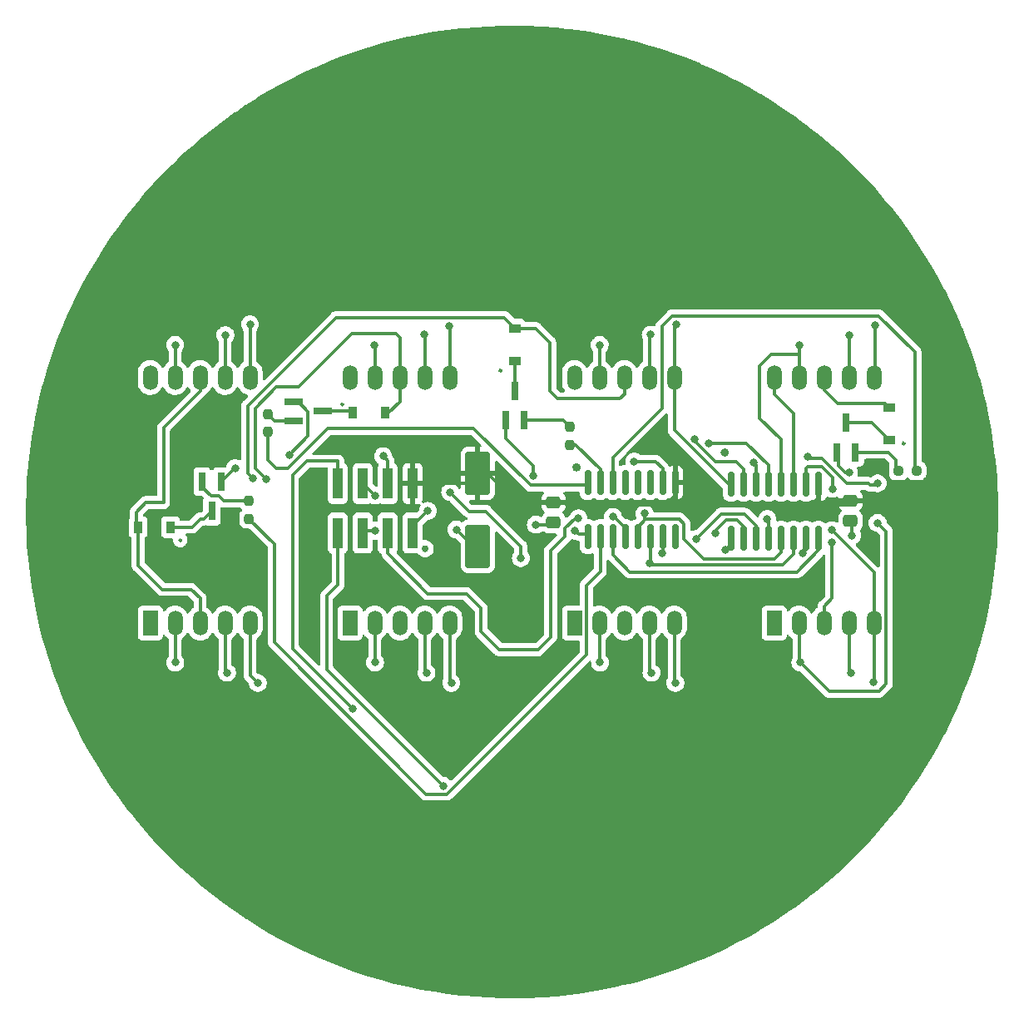
<source format=gbr>
%TF.GenerationSoftware,KiCad,Pcbnew,6.0.2+dfsg-1*%
%TF.CreationDate,2023-06-14T19:57:57+03:00*%
%TF.ProjectId,clock,636c6f63-6b2e-46b6-9963-61645f706362,rev?*%
%TF.SameCoordinates,Original*%
%TF.FileFunction,Copper,L2,Bot*%
%TF.FilePolarity,Positive*%
%FSLAX46Y46*%
G04 Gerber Fmt 4.6, Leading zero omitted, Abs format (unit mm)*
G04 Created by KiCad (PCBNEW 6.0.2+dfsg-1) date 2023-06-14 19:57:57*
%MOMM*%
%LPD*%
G01*
G04 APERTURE LIST*
G04 Aperture macros list*
%AMRoundRect*
0 Rectangle with rounded corners*
0 $1 Rounding radius*
0 $2 $3 $4 $5 $6 $7 $8 $9 X,Y pos of 4 corners*
0 Add a 4 corners polygon primitive as box body*
4,1,4,$2,$3,$4,$5,$6,$7,$8,$9,$2,$3,0*
0 Add four circle primitives for the rounded corners*
1,1,$1+$1,$2,$3*
1,1,$1+$1,$4,$5*
1,1,$1+$1,$6,$7*
1,1,$1+$1,$8,$9*
0 Add four rect primitives between the rounded corners*
20,1,$1+$1,$2,$3,$4,$5,0*
20,1,$1+$1,$4,$5,$6,$7,0*
20,1,$1+$1,$6,$7,$8,$9,0*
20,1,$1+$1,$8,$9,$2,$3,0*%
G04 Aperture macros list end*
%TA.AperFunction,NonConductor*%
%ADD10C,0.367062*%
%TD*%
%TA.AperFunction,NonConductor*%
%ADD11C,0.447131*%
%TD*%
%TA.AperFunction,NonConductor*%
%ADD12C,0.222066*%
%TD*%
%TA.AperFunction,ComponentPad*%
%ADD13R,1.524000X2.524000*%
%TD*%
%TA.AperFunction,ComponentPad*%
%ADD14O,1.524000X2.524000*%
%TD*%
%TA.AperFunction,SMDPad,CuDef*%
%ADD15R,1.200000X0.900000*%
%TD*%
%TA.AperFunction,SMDPad,CuDef*%
%ADD16RoundRect,0.250000X0.475000X-0.337500X0.475000X0.337500X-0.475000X0.337500X-0.475000X-0.337500X0*%
%TD*%
%TA.AperFunction,SMDPad,CuDef*%
%ADD17RoundRect,0.237500X0.237500X-0.250000X0.237500X0.250000X-0.237500X0.250000X-0.237500X-0.250000X0*%
%TD*%
%TA.AperFunction,SMDPad,CuDef*%
%ADD18R,1.000000X3.150000*%
%TD*%
%TA.AperFunction,SMDPad,CuDef*%
%ADD19RoundRect,0.150000X-0.150000X1.100000X-0.150000X-1.100000X0.150000X-1.100000X0.150000X1.100000X0*%
%TD*%
%TA.AperFunction,SMDPad,CuDef*%
%ADD20R,0.800000X1.900000*%
%TD*%
%TA.AperFunction,SMDPad,CuDef*%
%ADD21R,1.900000X0.800000*%
%TD*%
%TA.AperFunction,SMDPad,CuDef*%
%ADD22R,0.900000X1.200000*%
%TD*%
%TA.AperFunction,SMDPad,CuDef*%
%ADD23RoundRect,0.250000X1.000000X-1.950000X1.000000X1.950000X-1.000000X1.950000X-1.000000X-1.950000X0*%
%TD*%
%TA.AperFunction,SMDPad,CuDef*%
%ADD24RoundRect,0.237500X0.250000X0.237500X-0.250000X0.237500X-0.250000X-0.237500X0.250000X-0.237500X0*%
%TD*%
%TA.AperFunction,ViaPad*%
%ADD25C,0.800000*%
%TD*%
%TA.AperFunction,Conductor*%
%ADD26C,0.300000*%
%TD*%
G04 APERTURE END LIST*
D10*
X136113531Y-105340000D02*
G75*
G03*
X136113531Y-105340000I-183531J0D01*
G01*
D11*
X166653565Y-95550000D02*
G75*
G03*
X166653565Y-95550000I-223565J0D01*
G01*
D12*
X184741033Y-94630000D02*
G75*
G03*
X184741033Y-94630000I-111033J0D01*
G01*
X143701033Y-87200000D02*
G75*
G03*
X143701033Y-87200000I-111033J0D01*
G01*
X127601033Y-90650000D02*
G75*
G03*
X127601033Y-90650000I-111033J0D01*
G01*
X111121033Y-104480000D02*
G75*
G03*
X111121033Y-104480000I-111033J0D01*
G01*
D11*
X151563565Y-97070000D02*
G75*
G03*
X151563565Y-97070000I-223565J0D01*
G01*
D13*
%TO.P,U1,1,E*%
%TO.N,/E*%
X107950000Y-112913700D03*
D14*
%TO.P,U1,2,D*%
%TO.N,/D*%
X110490000Y-112913700D03*
%TO.P,U1,3,CA*%
%TO.N,/h1_pow*%
X113030000Y-112913700D03*
%TO.P,U1,4,C*%
%TO.N,/C*%
X115570000Y-112913700D03*
%TO.P,U1,5,DP*%
%TO.N,/DP*%
X118110000Y-112913700D03*
%TO.P,U1,6,B*%
%TO.N,/B*%
X118110000Y-87913700D03*
%TO.P,U1,7,A*%
%TO.N,/A*%
X115570000Y-87913700D03*
%TO.P,U1,8,CA*%
%TO.N,/h1_pow*%
X113030000Y-87913700D03*
%TO.P,U1,9,F*%
%TO.N,/F*%
X110490000Y-87913700D03*
%TO.P,U1,10,G*%
%TO.N,/G*%
X107950000Y-87913700D03*
%TD*%
D13*
%TO.P,U2,1,E*%
%TO.N,/E*%
X128270000Y-112913700D03*
D14*
%TO.P,U2,2,D*%
%TO.N,/D*%
X130810000Y-112913700D03*
%TO.P,U2,3,CA*%
%TO.N,/h2_pow*%
X133350000Y-112913700D03*
%TO.P,U2,4,C*%
%TO.N,/C*%
X135890000Y-112913700D03*
%TO.P,U2,5,DP*%
%TO.N,/DP*%
X138430000Y-112913700D03*
%TO.P,U2,6,B*%
%TO.N,/B*%
X138430000Y-87913700D03*
%TO.P,U2,7,A*%
%TO.N,/A*%
X135890000Y-87913700D03*
%TO.P,U2,8,CA*%
%TO.N,/h2_pow*%
X133350000Y-87913700D03*
%TO.P,U2,9,F*%
%TO.N,/F*%
X130810000Y-87913700D03*
%TO.P,U2,10,G*%
%TO.N,/G*%
X128270000Y-87913700D03*
%TD*%
D13*
%TO.P,U5,1,E*%
%TO.N,/E*%
X171450000Y-112913700D03*
D14*
%TO.P,U5,2,D*%
%TO.N,/D*%
X173990000Y-112913700D03*
%TO.P,U5,3,CA*%
%TO.N,/m2_pow*%
X176530000Y-112913700D03*
%TO.P,U5,4,C*%
%TO.N,/C*%
X179070000Y-112913700D03*
%TO.P,U5,5,DP*%
%TO.N,/DP*%
X181610000Y-112913700D03*
%TO.P,U5,6,B*%
%TO.N,/B*%
X181610000Y-87913700D03*
%TO.P,U5,7,A*%
%TO.N,/A*%
X179070000Y-87913700D03*
%TO.P,U5,8,CA*%
%TO.N,/m2_pow*%
X176530000Y-87913700D03*
%TO.P,U5,9,F*%
%TO.N,/F*%
X173990000Y-87913700D03*
%TO.P,U5,10,G*%
%TO.N,/G*%
X171450000Y-87913700D03*
%TD*%
D13*
%TO.P,U4,1,E*%
%TO.N,/E*%
X151130000Y-112913700D03*
D14*
%TO.P,U4,2,D*%
%TO.N,/D*%
X153670000Y-112913700D03*
%TO.P,U4,3,CA*%
%TO.N,/m1_pow*%
X156210000Y-112913700D03*
%TO.P,U4,4,C*%
%TO.N,/C*%
X158750000Y-112913700D03*
%TO.P,U4,5,DP*%
%TO.N,/DP*%
X161290000Y-112913700D03*
%TO.P,U4,6,B*%
%TO.N,/B*%
X161290000Y-87913700D03*
%TO.P,U4,7,A*%
%TO.N,/A*%
X158750000Y-87913700D03*
%TO.P,U4,8,CA*%
%TO.N,/m1_pow*%
X156210000Y-87913700D03*
%TO.P,U4,9,F*%
%TO.N,/F*%
X153670000Y-87913700D03*
%TO.P,U4,10,G*%
%TO.N,/G*%
X151130000Y-87913700D03*
%TD*%
D15*
%TO.P,D4,1,K*%
%TO.N,/m1_pow*%
X145070000Y-82910000D03*
%TO.P,D4,2,A*%
%TO.N,Net-(Q3-Pad3)*%
X145070000Y-86210000D03*
%TD*%
D16*
%TO.P,C4,1*%
%TO.N,+3V3*%
X149000000Y-102700000D03*
%TO.P,C4,2*%
%TO.N,GND*%
X149000000Y-100625000D03*
%TD*%
D17*
%TO.P,R2,1*%
%TO.N,H2*%
X119900000Y-93455000D03*
%TO.P,R2,2*%
%TO.N,Net-(Q2-Pad1)*%
X119900000Y-91630000D03*
%TD*%
D18*
%TO.P,J1,1,Pin_1*%
%TO.N,+3V3*%
X134670000Y-103755000D03*
%TO.P,J1,2,Pin_2*%
%TO.N,GND*%
X134670000Y-98705000D03*
%TO.P,J1,3,Pin_3*%
%TO.N,SDATA*%
X132130000Y-103755000D03*
%TO.P,J1,4,Pin_4*%
%TO.N,LATCH*%
X132130000Y-98705000D03*
%TO.P,J1,5,Pin_5*%
%TO.N,CLK*%
X129590000Y-103755000D03*
%TO.P,J1,6,Pin_6*%
%TO.N,OE_N*%
X129590000Y-98705000D03*
%TO.P,J1,7,Pin_7*%
%TO.N,/SW1*%
X127050000Y-103755000D03*
%TO.P,J1,8,Pin_8*%
%TO.N,/SW2*%
X127050000Y-98705000D03*
%TD*%
D19*
%TO.P,U3,1,QB*%
%TO.N,/B*%
X167080000Y-98787500D03*
%TO.P,U3,2,QC*%
%TO.N,/C*%
X168350000Y-98787500D03*
%TO.P,U3,3,QD*%
%TO.N,/D*%
X169620000Y-98787500D03*
%TO.P,U3,4,QE*%
%TO.N,/E*%
X170890000Y-98787500D03*
%TO.P,U3,5,QF*%
%TO.N,/F*%
X172160000Y-98787500D03*
%TO.P,U3,6,QG*%
%TO.N,/G*%
X173430000Y-98787500D03*
%TO.P,U3,7,QH*%
%TO.N,/DP*%
X174700000Y-98787500D03*
%TO.P,U3,8,GND*%
%TO.N,GND*%
X175970000Y-98787500D03*
%TO.P,U3,9,QH'*%
%TO.N,Net-(U3-Pad9)*%
X175970000Y-104287500D03*
%TO.P,U3,10,~{SRCLR}*%
%TO.N,+3V3*%
X174700000Y-104287500D03*
%TO.P,U3,11,SRCLK*%
%TO.N,CLK*%
X173430000Y-104287500D03*
%TO.P,U3,12,RCLK*%
%TO.N,LATCH*%
X172160000Y-104287500D03*
%TO.P,U3,13,~{OE}*%
%TO.N,OE_N*%
X170890000Y-104287500D03*
%TO.P,U3,14,SER*%
%TO.N,SDATA*%
X169620000Y-104287500D03*
%TO.P,U3,15,QA*%
%TO.N,/A*%
X168350000Y-104287500D03*
%TO.P,U3,16,VCC*%
%TO.N,+3V3*%
X167080000Y-104287500D03*
%TD*%
D15*
%TO.P,D5,1,K*%
%TO.N,/m2_pow*%
X183140000Y-90970000D03*
%TO.P,D5,2,A*%
%TO.N,Net-(Q4-Pad3)*%
X183140000Y-94270000D03*
%TD*%
D20*
%TO.P,Q1,1,G*%
%TO.N,Net-(Q1-Pad1)*%
X113260000Y-98520000D03*
%TO.P,Q1,2,S*%
%TO.N,+3V3*%
X115160000Y-98520000D03*
%TO.P,Q1,3,D*%
%TO.N,Net-(Q1-Pad3)*%
X114210000Y-101520000D03*
%TD*%
%TO.P,Q3,1,G*%
%TO.N,Net-(Q3-Pad1)*%
X146030000Y-92280000D03*
%TO.P,Q3,2,S*%
%TO.N,+3V3*%
X144130000Y-92280000D03*
%TO.P,Q3,3,D*%
%TO.N,Net-(Q3-Pad3)*%
X145080000Y-89280000D03*
%TD*%
D21*
%TO.P,Q2,1,G*%
%TO.N,Net-(Q2-Pad1)*%
X122530000Y-92300000D03*
%TO.P,Q2,2,S*%
%TO.N,+3V3*%
X122530000Y-90400000D03*
%TO.P,Q2,3,D*%
%TO.N,Net-(Q2-Pad3)*%
X125530000Y-91350000D03*
%TD*%
D22*
%TO.P,D3,1,K*%
%TO.N,/h2_pow*%
X131830000Y-91520000D03*
%TO.P,D3,2,A*%
%TO.N,Net-(Q2-Pad3)*%
X128530000Y-91520000D03*
%TD*%
%TO.P,D2,1,K*%
%TO.N,/h1_pow*%
X106720000Y-103150000D03*
%TO.P,D2,2,A*%
%TO.N,Net-(Q1-Pad3)*%
X110020000Y-103150000D03*
%TD*%
D17*
%TO.P,R3,1*%
%TO.N,M1*%
X150650000Y-94762500D03*
%TO.P,R3,2*%
%TO.N,Net-(Q3-Pad1)*%
X150650000Y-92937500D03*
%TD*%
D16*
%TO.P,C5,1*%
%TO.N,+3V3*%
X179225000Y-102512500D03*
%TO.P,C5,2*%
%TO.N,GND*%
X179225000Y-100437500D03*
%TD*%
D23*
%TO.P,C3,1*%
%TO.N,+3V3*%
X141300000Y-105100000D03*
%TO.P,C3,2*%
%TO.N,GND*%
X141300000Y-97700000D03*
%TD*%
D19*
%TO.P,U6,1,QB*%
%TO.N,H2*%
X152480000Y-98625000D03*
%TO.P,U6,2,QC*%
%TO.N,M1*%
X153750000Y-98625000D03*
%TO.P,U6,3,QD*%
%TO.N,M2*%
X155020000Y-98625000D03*
%TO.P,U6,4,QE*%
%TO.N,unconnected-(U6-Pad4)*%
X156290000Y-98625000D03*
%TO.P,U6,5,QF*%
%TO.N,unconnected-(U6-Pad5)*%
X157560000Y-98625000D03*
%TO.P,U6,6,QG*%
%TO.N,unconnected-(U6-Pad6)*%
X158830000Y-98625000D03*
%TO.P,U6,7,QH*%
%TO.N,Net-(R9-Pad1)*%
X160100000Y-98625000D03*
%TO.P,U6,8,GND*%
%TO.N,GND*%
X161370000Y-98625000D03*
%TO.P,U6,9,QH'*%
%TO.N,unconnected-(U6-Pad9)*%
X161370000Y-104125000D03*
%TO.P,U6,10,~{SRCLR}*%
%TO.N,+3V3*%
X160100000Y-104125000D03*
%TO.P,U6,11,SRCLK*%
%TO.N,CLK*%
X158830000Y-104125000D03*
%TO.P,U6,12,RCLK*%
%TO.N,LATCH*%
X157560000Y-104125000D03*
%TO.P,U6,13,~{OE}*%
%TO.N,OE_N*%
X156290000Y-104125000D03*
%TO.P,U6,14,SER*%
%TO.N,Net-(U3-Pad9)*%
X155020000Y-104125000D03*
%TO.P,U6,15,QA*%
%TO.N,H1*%
X153750000Y-104125000D03*
%TO.P,U6,16,VCC*%
%TO.N,+3V3*%
X152480000Y-104125000D03*
%TD*%
D20*
%TO.P,Q4,1,G*%
%TO.N,Net-(Q4-Pad1)*%
X179730000Y-95530000D03*
%TO.P,Q4,2,S*%
%TO.N,+3V3*%
X177830000Y-95530000D03*
%TO.P,Q4,3,D*%
%TO.N,Net-(Q4-Pad3)*%
X178780000Y-92530000D03*
%TD*%
D17*
%TO.P,R1,1*%
%TO.N,H1*%
X118000000Y-102300000D03*
%TO.P,R1,2*%
%TO.N,Net-(Q1-Pad1)*%
X118000000Y-100475000D03*
%TD*%
D24*
%TO.P,R4,1*%
%TO.N,M2*%
X185952500Y-97410000D03*
%TO.P,R4,2*%
%TO.N,Net-(Q4-Pad1)*%
X184127500Y-97410000D03*
%TD*%
D25*
%TO.N,/SW1*%
X137748900Y-129469100D03*
%TO.N,GND*%
X146860000Y-114048000D03*
X144800000Y-136600000D03*
%TO.N,/SW2*%
X128556700Y-121637300D03*
%TO.N,SDATA*%
X163538400Y-104351300D03*
X151532100Y-102258300D03*
%TO.N,LATCH*%
X131661000Y-95920800D03*
X158271000Y-101774000D03*
%TO.N,CLK*%
X158795900Y-106791300D03*
X130870000Y-103521500D03*
%TO.N,OE_N*%
X170764500Y-102315800D03*
X155042000Y-102103200D03*
X130870000Y-99937500D03*
%TO.N,/h2_pow*%
X119769100Y-98299800D03*
%TO.N,/m1_pow*%
X118381600Y-98195600D03*
%TO.N,/m2_pow*%
X177333200Y-104708600D03*
%TO.N,Net-(R9-Pad1)*%
X138480300Y-99581600D03*
X157210000Y-96470000D03*
X145669000Y-106301100D03*
%TO.N,+3V3*%
X136200000Y-101500000D03*
X139100000Y-103400000D03*
X116590000Y-97150000D03*
X122100000Y-95800000D03*
X166500000Y-105500000D03*
X147200000Y-102900000D03*
X160080000Y-105800000D03*
X146900000Y-97900000D03*
X174400000Y-105800000D03*
X179080000Y-97610000D03*
X179400000Y-104000000D03*
X151200000Y-103500000D03*
%TO.N,/E*%
X164835700Y-94591700D03*
%TO.N,/D*%
X130833000Y-116933000D03*
X153733000Y-116933000D03*
X181985000Y-102722400D03*
X181985000Y-98685000D03*
X174133000Y-116933000D03*
X174880000Y-96020000D03*
X110500000Y-116933000D03*
X169395400Y-96572600D03*
%TO.N,/C*%
X179233000Y-117967000D03*
X158967000Y-117967000D03*
X115767000Y-117967000D03*
X136067000Y-117967000D03*
X163361400Y-94164800D03*
%TO.N,/DP*%
X181550000Y-118900000D03*
X177384800Y-99245700D03*
X118900000Y-119000000D03*
X161400000Y-119000000D03*
X138600000Y-119000000D03*
X177327400Y-103464100D03*
%TO.N,/B*%
X118110000Y-82500000D03*
X161467000Y-82533300D03*
X181700000Y-82600000D03*
X138400000Y-82700000D03*
%TO.N,/A*%
X179100000Y-83600000D03*
X115600000Y-83600000D03*
X165456300Y-103772400D03*
X158893300Y-83566700D03*
X135867000Y-83566700D03*
%TO.N,/F*%
X174000000Y-84600300D03*
X153700000Y-84600000D03*
X130800000Y-84600000D03*
X110490000Y-84610000D03*
%TD*%
D26*
%TO.N,/SW1*%
X137748900Y-129469100D02*
X125910000Y-117630200D01*
X125910000Y-117630200D02*
X125910000Y-110162200D01*
X125910000Y-110162200D02*
X127060000Y-109012200D01*
X127060000Y-109012200D02*
X127060000Y-103725000D01*
%TO.N,GND*%
X145225000Y-102925000D02*
X146860000Y-104560000D01*
X175970000Y-100130000D02*
X175970000Y-99062500D01*
X134680000Y-99620000D02*
X134680000Y-98675000D01*
X144800000Y-136600000D02*
X168500000Y-136600000D01*
X150300000Y-100900000D02*
X160400000Y-100900000D01*
X161370000Y-99930000D02*
X161370000Y-98900000D01*
X175350000Y-100850000D02*
X175350000Y-100750000D01*
X142300000Y-97700000D02*
X145225000Y-100625000D01*
X175350000Y-100750000D02*
X175970000Y-100130000D01*
X149000000Y-100625000D02*
X150025000Y-100625000D01*
X178762000Y-100900000D02*
X175300000Y-100900000D01*
X175200000Y-100900000D02*
X175350000Y-100750000D01*
X184200000Y-120900000D02*
X184200000Y-102000000D01*
X182638000Y-100438000D02*
X179225000Y-100438000D01*
X150025000Y-100625000D02*
X150300000Y-100900000D01*
X145225000Y-100625000D02*
X149000000Y-100625000D01*
X141300000Y-97700000D02*
X142300000Y-97700000D01*
X175300000Y-100900000D02*
X175350000Y-100850000D01*
X134680000Y-98675000D02*
X140325000Y-98675000D01*
X179225000Y-100438000D02*
X178762000Y-100900000D01*
X146860000Y-104560000D02*
X146860000Y-114048000D01*
X160400000Y-100900000D02*
X161370000Y-99930000D01*
X168500000Y-136600000D02*
X184200000Y-120900000D01*
X184200000Y-102000000D02*
X182638000Y-100438000D01*
X160400000Y-100900000D02*
X175200000Y-100900000D01*
X145225000Y-100625000D02*
X145225000Y-102925000D01*
X140325000Y-98675000D02*
X141300000Y-97700000D01*
%TO.N,/SW2*%
X122437300Y-97862700D02*
X123860000Y-96440000D01*
X123860000Y-96440000D02*
X127060000Y-96440000D01*
X128556700Y-121637300D02*
X122437300Y-115517900D01*
X122437300Y-115517900D02*
X122437300Y-97862700D01*
X127060000Y-96440000D02*
X127060000Y-98675000D01*
%TO.N,SDATA*%
X140130000Y-109920000D02*
X141630000Y-111420000D01*
X166049700Y-101840000D02*
X168470000Y-101840000D01*
X132140000Y-105840000D02*
X136220000Y-109920000D01*
X132140000Y-103725000D02*
X132140000Y-105840000D01*
X141630000Y-111420000D02*
X141630000Y-113770000D01*
X169620000Y-102990000D02*
X169620000Y-104012500D01*
X168470000Y-101840000D02*
X169620000Y-102990000D01*
X148689000Y-114361000D02*
X148689000Y-105571000D01*
X143500000Y-115640000D02*
X147410000Y-115640000D01*
X147410000Y-115640000D02*
X148689000Y-114361000D01*
X136220000Y-109920000D02*
X140130000Y-109920000D01*
X151218400Y-102258300D02*
X151532100Y-102258300D01*
X148689000Y-105571000D02*
X150176200Y-104083800D01*
X141630000Y-113770000D02*
X143500000Y-115640000D01*
X150176200Y-103300500D02*
X151218400Y-102258300D01*
X163538400Y-104351300D02*
X166049700Y-101840000D01*
X150176200Y-104083800D02*
X150176200Y-103300500D01*
%TO.N,LATCH*%
X171493500Y-106376500D02*
X172160000Y-105710000D01*
X158276300Y-102424300D02*
X158276300Y-101779300D01*
X162288100Y-104380700D02*
X164283900Y-106376500D01*
X132140000Y-96399800D02*
X131661000Y-95920800D01*
X162288100Y-102818100D02*
X162288100Y-104380700D01*
X158370600Y-102330000D02*
X161800000Y-102330000D01*
X161800000Y-102330000D02*
X162288100Y-102818100D01*
X157560000Y-103850000D02*
X157560000Y-103140600D01*
X158276300Y-101779300D02*
X158271000Y-101774000D01*
X132140000Y-98675000D02*
X132140000Y-96399800D01*
X157560000Y-103140600D02*
X158276300Y-102424300D01*
X164283900Y-106376500D02*
X171493500Y-106376500D01*
X172160000Y-105710000D02*
X172160000Y-104012500D01*
X158276300Y-102424300D02*
X158370600Y-102330000D01*
%TO.N,CLK*%
X172292000Y-107028000D02*
X159032600Y-107028000D01*
X130870000Y-103521500D02*
X129803500Y-103521500D01*
X173430000Y-104012500D02*
X173430000Y-105890000D01*
X159032600Y-107028000D02*
X158795900Y-106791300D01*
X173430000Y-105890000D02*
X172292000Y-107028000D01*
X129803500Y-103521500D02*
X129600000Y-103725000D01*
X158830000Y-106757200D02*
X158795900Y-106791300D01*
X158830000Y-103850000D02*
X158830000Y-106757200D01*
%TO.N,OE_N*%
X155157900Y-102103200D02*
X156290000Y-103235300D01*
X130870000Y-99937500D02*
X130862500Y-99937500D01*
X170890000Y-102441300D02*
X170890000Y-104012500D01*
X156290000Y-103235300D02*
X156290000Y-103850000D01*
X130862500Y-99937500D02*
X129600000Y-98675000D01*
X170764500Y-102315800D02*
X170890000Y-102441300D01*
X155042000Y-102103200D02*
X155157900Y-102103200D01*
%TO.N,Net-(Q1-Pad1)*%
X114170000Y-99990000D02*
X113260000Y-99080000D01*
X118000000Y-100475000D02*
X115425000Y-100475000D01*
X114940000Y-99990000D02*
X114170000Y-99990000D01*
X115425000Y-100475000D02*
X114940000Y-99990000D01*
X113260000Y-99080000D02*
X113260000Y-98520000D01*
%TO.N,/h1_pow*%
X113030000Y-110410000D02*
X113030000Y-112913700D01*
X109310000Y-93030000D02*
X113030000Y-89310000D01*
X106510000Y-101620000D02*
X107469900Y-100660100D01*
X106720000Y-103150000D02*
X106720000Y-107060000D01*
X106720000Y-107060000D02*
X109150000Y-109490000D01*
X113030000Y-89310000D02*
X113030000Y-87913700D01*
X109310000Y-100660100D02*
X109310000Y-93030000D01*
X106510000Y-103260000D02*
X106510000Y-101620000D01*
X107469900Y-100660100D02*
X109310000Y-100660100D01*
X112110000Y-109490000D02*
X113030000Y-110410000D01*
X109150000Y-109490000D02*
X112110000Y-109490000D01*
%TO.N,Net-(Q2-Pad1)*%
X120560000Y-92300000D02*
X122530000Y-92300000D01*
X119900000Y-91630000D02*
X119890000Y-91630000D01*
X119890000Y-91630000D02*
X120560000Y-92300000D01*
%TO.N,/h2_pow*%
X120790000Y-88880000D02*
X123050000Y-88880000D01*
X118640000Y-97170700D02*
X118640000Y-91030000D01*
X119769100Y-98299800D02*
X118640000Y-97170700D01*
X123050000Y-88880000D02*
X128450000Y-83480000D01*
X133350000Y-87913700D02*
X133350000Y-90410000D01*
X132240000Y-91520000D02*
X131830000Y-91520000D01*
X132980000Y-83480000D02*
X133350000Y-83850000D01*
X128450000Y-83480000D02*
X132980000Y-83480000D01*
X118640000Y-91030000D02*
X120790000Y-88880000D01*
X133350000Y-83850000D02*
X133350000Y-87913700D01*
X133350000Y-90410000D02*
X132240000Y-91520000D01*
%TO.N,Net-(Q3-Pad1)*%
X149992500Y-92280000D02*
X150650000Y-92937500D01*
X146030000Y-92280000D02*
X149992500Y-92280000D01*
%TO.N,/m1_pow*%
X156210000Y-89625800D02*
X156210000Y-87913700D01*
X126843900Y-81836100D02*
X143996100Y-81836100D01*
X149410000Y-90080000D02*
X155755800Y-90080000D01*
X155755800Y-90080000D02*
X156210000Y-89625800D01*
X117850000Y-97664000D02*
X117850000Y-90830000D01*
X145110000Y-82950000D02*
X147200000Y-82950000D01*
X147200000Y-82950000D02*
X148610000Y-84360000D01*
X117850000Y-90830000D02*
X126843900Y-81836100D01*
X148610000Y-89280000D02*
X149410000Y-90080000D01*
X148610000Y-84360000D02*
X148610000Y-89280000D01*
X145070000Y-82910000D02*
X145110000Y-82950000D01*
X118381600Y-98195600D02*
X117850000Y-97664000D01*
X143996100Y-81836100D02*
X145070000Y-82910000D01*
%TO.N,Net-(Q4-Pad1)*%
X183840000Y-97122500D02*
X184127500Y-97410000D01*
X179730000Y-95530000D02*
X183060000Y-95530000D01*
X183840000Y-96310000D02*
X183840000Y-97122500D01*
X183060000Y-95530000D02*
X183840000Y-96310000D01*
%TO.N,/m2_pow*%
X176530000Y-87913700D02*
X176530000Y-89170000D01*
X182720000Y-90550000D02*
X183140000Y-90970000D01*
X177910000Y-90550000D02*
X182720000Y-90550000D01*
X176530000Y-112913700D02*
X176530000Y-111201600D01*
X177333200Y-104708600D02*
X177333200Y-110398400D01*
X177333200Y-110398400D02*
X176530000Y-111201600D01*
X176530000Y-89170000D02*
X177910000Y-90550000D01*
%TO.N,H1*%
X120581400Y-104881400D02*
X120581400Y-114890200D01*
X152342200Y-109084500D02*
X153750000Y-107676700D01*
X152342200Y-116127000D02*
X152342200Y-109084500D01*
X120581400Y-114890200D02*
X136011100Y-130319900D01*
X136011100Y-130319900D02*
X138149300Y-130319900D01*
X118000000Y-102300000D02*
X120581400Y-104881400D01*
X153750000Y-107676700D02*
X153750000Y-103850000D01*
X138149300Y-130319900D02*
X152342200Y-116127000D01*
%TO.N,H2*%
X140870600Y-93099800D02*
X146670800Y-98900000D01*
X146670800Y-98900000D02*
X152480000Y-98900000D01*
X120770000Y-97190000D02*
X121920000Y-97190000D01*
X119900000Y-96320000D02*
X120770000Y-97190000D01*
X126010200Y-93099800D02*
X140870600Y-93099800D01*
X121920000Y-97190000D02*
X126010200Y-93099800D01*
X119900000Y-93455000D02*
X119900000Y-96320000D01*
%TO.N,M1*%
X151262500Y-94762500D02*
X150650000Y-94762500D01*
X153750000Y-98900000D02*
X153750000Y-97250000D01*
X153750000Y-97250000D02*
X151262500Y-94762500D01*
%TO.N,M2*%
X155020000Y-96084300D02*
X160020000Y-91084300D01*
X185780000Y-97237500D02*
X185952500Y-97410000D01*
X185780000Y-85320000D02*
X185780000Y-97237500D01*
X155020000Y-98900000D02*
X155020000Y-96084300D01*
X161078400Y-81648400D02*
X182108400Y-81648400D01*
X160020000Y-91084300D02*
X160020000Y-82706800D01*
X160020000Y-82706800D02*
X161078400Y-81648400D01*
X182108400Y-81648400D02*
X185780000Y-85320000D01*
%TO.N,Net-(R9-Pad1)*%
X157210000Y-96470000D02*
X159410000Y-96470000D01*
X145669000Y-105099000D02*
X145669000Y-106301100D01*
X138480300Y-99581600D02*
X140448700Y-101550000D01*
X140448700Y-101550000D02*
X142120000Y-101550000D01*
X159410000Y-96470000D02*
X160100000Y-97160000D01*
X142120000Y-101550000D02*
X145669000Y-105099000D01*
X160100000Y-97160000D02*
X160100000Y-98625000D01*
%TO.N,+3V3*%
X166500000Y-105500000D02*
X167080000Y-104920000D01*
X178700000Y-97610000D02*
X178000000Y-96910000D01*
X179400000Y-104000000D02*
X179400000Y-102688000D01*
X136200000Y-101500000D02*
X134680000Y-103020000D01*
X134680000Y-103020000D02*
X134680000Y-103725000D01*
X179080000Y-97610000D02*
X178700000Y-97610000D01*
X174700000Y-105500000D02*
X174700000Y-104012500D01*
X148800000Y-102900000D02*
X149000000Y-102700000D01*
X144130000Y-92280000D02*
X144130000Y-94110000D01*
X116590000Y-97150000D02*
X116530000Y-97150000D01*
X179400000Y-102688000D02*
X179312500Y-102600000D01*
X151550000Y-103850000D02*
X152480000Y-103850000D01*
X123050000Y-90400000D02*
X122530000Y-90400000D01*
X124020000Y-91370000D02*
X123050000Y-90400000D01*
X124020000Y-93880000D02*
X124020000Y-91370000D01*
X179312500Y-102600000D02*
X179225000Y-102512000D01*
X139100000Y-103400000D02*
X140800000Y-105100000D01*
X147200000Y-102900000D02*
X148800000Y-102900000D01*
X140800000Y-105100000D02*
X141300000Y-105100000D01*
X167080000Y-104920000D02*
X167080000Y-104012500D01*
X179312500Y-102600000D02*
X179225000Y-102512500D01*
X116530000Y-97150000D02*
X115160000Y-98520000D01*
X160100000Y-103850000D02*
X160100000Y-105780000D01*
X160100000Y-105780000D02*
X160080000Y-105800000D01*
X174400000Y-105800000D02*
X174700000Y-105500000D01*
X144130000Y-94110000D02*
X146900000Y-96880000D01*
X151200000Y-103500000D02*
X151550000Y-103850000D01*
X146900000Y-96880000D02*
X146900000Y-97900000D01*
X122100000Y-95800000D02*
X124020000Y-93880000D01*
X178000000Y-96910000D02*
X178000000Y-96200000D01*
%TO.N,/E*%
X170890000Y-96865000D02*
X168616700Y-94591700D01*
X168616700Y-94591700D02*
X164835700Y-94591700D01*
X170890000Y-99062500D02*
X170890000Y-96865000D01*
%TO.N,/D*%
X182868000Y-119110700D02*
X182868000Y-103605400D01*
X182120300Y-119858400D02*
X182868000Y-119110700D01*
X181240000Y-98900000D02*
X181770000Y-98900000D01*
X174880000Y-96020000D02*
X175000000Y-96140000D01*
X110490000Y-116923000D02*
X110500000Y-116933000D01*
X173990000Y-112914000D02*
X173990000Y-112913700D01*
X174133000Y-116933000D02*
X177058400Y-119858400D01*
X110490000Y-112914000D02*
X110490000Y-116923000D01*
X173990000Y-112914000D02*
X173990000Y-116790000D01*
X176320000Y-96140000D02*
X178890000Y-98710000D01*
X153670000Y-116870000D02*
X153733000Y-116933000D01*
X177058400Y-119858400D02*
X182120300Y-119858400D01*
X181050000Y-98710000D02*
X181240000Y-98900000D01*
X130810000Y-116910000D02*
X130833000Y-116933000D01*
X169395400Y-96572600D02*
X169620000Y-96797200D01*
X153670000Y-112914000D02*
X153670000Y-112913700D01*
X153670000Y-112914000D02*
X153670000Y-116870000D01*
X181770000Y-98900000D02*
X181985000Y-98685000D01*
X175000000Y-96140000D02*
X176320000Y-96140000D01*
X178890000Y-98710000D02*
X181050000Y-98710000D01*
X173990000Y-116790000D02*
X174133000Y-116933000D01*
X130810000Y-112914000D02*
X130810000Y-112913700D01*
X169620000Y-96797200D02*
X169620000Y-99062500D01*
X130810000Y-112914000D02*
X130810000Y-116910000D01*
X182868000Y-103605400D02*
X181985000Y-102722400D01*
%TO.N,/C*%
X135890000Y-112914000D02*
X135890000Y-112913700D01*
X163361400Y-94361400D02*
X165470000Y-96470000D01*
X158750000Y-112914000D02*
X158750000Y-112913700D01*
X158750000Y-112914000D02*
X158750000Y-117750000D01*
X115570000Y-117770000D02*
X115767000Y-117967000D01*
X163361400Y-94164800D02*
X163361400Y-94361400D01*
X115570000Y-112914000D02*
X115570000Y-112913700D01*
X135890000Y-117790000D02*
X136067000Y-117967000D01*
X179070000Y-112914000D02*
X179070000Y-112913700D01*
X135890000Y-112914000D02*
X135890000Y-117790000D01*
X167590000Y-96470000D02*
X168350000Y-97230000D01*
X179070000Y-117803000D02*
X179233000Y-117967000D01*
X179070000Y-112914000D02*
X179070000Y-117803000D01*
X165470000Y-96470000D02*
X167590000Y-96470000D01*
X158750000Y-117750000D02*
X158967000Y-117967000D01*
X168350000Y-97230000D02*
X168350000Y-98787500D01*
X115570000Y-112914000D02*
X115570000Y-117770000D01*
%TO.N,/DP*%
X174700000Y-98787500D02*
X174700000Y-97150000D01*
X161290000Y-118890000D02*
X161400000Y-119000000D01*
X177327400Y-103464100D02*
X181610000Y-107746700D01*
X181550000Y-118900000D02*
X181610000Y-118840000D01*
X177384800Y-98064800D02*
X177384800Y-99245700D01*
X161290000Y-112914000D02*
X161290000Y-118890000D01*
X118110000Y-112914000D02*
X118110000Y-118210000D01*
X118110000Y-118210000D02*
X118900000Y-119000000D01*
X176290000Y-96970000D02*
X177384800Y-98064800D01*
X174700000Y-97150000D02*
X174880000Y-96970000D01*
X138430000Y-118830000D02*
X138600000Y-119000000D01*
X161290000Y-112914000D02*
X161290000Y-112913700D01*
X138430000Y-112914000D02*
X138430000Y-118830000D01*
X181610000Y-107746700D02*
X181610000Y-112913700D01*
X174880000Y-96970000D02*
X176290000Y-96970000D01*
X118110000Y-112914000D02*
X118110000Y-112913700D01*
X181610000Y-118840000D02*
X181610000Y-112913700D01*
X138430000Y-112914000D02*
X138430000Y-112913700D01*
%TO.N,/B*%
X161290000Y-93295500D02*
X167057000Y-99062500D01*
X181700000Y-85211800D02*
X181700000Y-87823700D01*
X118110000Y-87913700D02*
X118110000Y-82500000D01*
X181700000Y-82600000D02*
X181700000Y-85211800D01*
X161290000Y-89625800D02*
X161290000Y-93295500D01*
X138430000Y-87913700D02*
X138430000Y-82730000D01*
X167057000Y-99062500D02*
X167080000Y-99062500D01*
X161290000Y-87913700D02*
X161290000Y-89625800D01*
X138430000Y-82730000D02*
X138400000Y-82700000D01*
X161290000Y-82710000D02*
X161467000Y-82533300D01*
X161290000Y-87913700D02*
X161290000Y-82710000D01*
%TO.N,/A*%
X115570000Y-83630000D02*
X115570000Y-87913700D01*
X165456300Y-103543700D02*
X166560000Y-102440000D01*
X115600000Y-83600000D02*
X115570000Y-83630000D01*
X179070000Y-83630000D02*
X179100000Y-83600000D01*
X135890000Y-83590000D02*
X135867000Y-83566700D01*
X179070000Y-87913700D02*
X179070000Y-83630000D01*
X158750000Y-87913700D02*
X158750000Y-83710000D01*
X135890000Y-87913700D02*
X135890000Y-83590000D01*
X168350000Y-103120000D02*
X168350000Y-104012500D01*
X167670000Y-102440000D02*
X168350000Y-103120000D01*
X158750000Y-83710000D02*
X158893300Y-83566700D01*
X166560000Y-102440000D02*
X167670000Y-102440000D01*
X165456300Y-103772400D02*
X165456300Y-103543700D01*
%TO.N,Net-(U3-Pad9)*%
X155020000Y-105950000D02*
X156778500Y-107708500D01*
X173764900Y-107708500D02*
X175970000Y-105503400D01*
X156778500Y-107708500D02*
X173764900Y-107708500D01*
X175970000Y-105503400D02*
X175970000Y-104012500D01*
X155020000Y-103850000D02*
X155020000Y-105950000D01*
%TO.N,/F*%
X130810000Y-87913700D02*
X130810000Y-84610000D01*
X173990000Y-85555700D02*
X173990000Y-84610000D01*
X172160000Y-99062500D02*
X172160000Y-94245100D01*
X173990000Y-87913700D02*
X173990000Y-85555700D01*
X130810000Y-84610000D02*
X130800000Y-84600000D01*
X171174300Y-85555700D02*
X173990000Y-85555700D01*
X153670000Y-84630000D02*
X153700000Y-84600000D01*
X169980000Y-92065100D02*
X169980000Y-86750000D01*
X169980000Y-86750000D02*
X171174300Y-85555700D01*
X153670000Y-87913700D02*
X153670000Y-84630000D01*
X172160000Y-94245100D02*
X169980000Y-92065100D01*
X110490000Y-87913700D02*
X110490000Y-84610000D01*
X173990000Y-84610000D02*
X174000000Y-84600300D01*
%TO.N,/G*%
X173430000Y-91605800D02*
X171450000Y-89625800D01*
X171450000Y-87913700D02*
X171450000Y-89625800D01*
X173430000Y-99062500D02*
X173430000Y-91605800D01*
%TO.N,Net-(Q1-Pad3)*%
X113409900Y-102320100D02*
X114210000Y-101520000D01*
X110020000Y-103150000D02*
X112200100Y-103150000D01*
X113030000Y-102320100D02*
X113409900Y-102320100D01*
X112200100Y-103150000D02*
X113030000Y-102320100D01*
%TO.N,Net-(Q2-Pad3)*%
X125530000Y-91350000D02*
X128360000Y-91350000D01*
X128360000Y-91350000D02*
X128530000Y-91520000D01*
%TO.N,Net-(Q3-Pad3)*%
X145080000Y-86220000D02*
X145080000Y-89280000D01*
X145070000Y-86210000D02*
X145080000Y-86220000D01*
%TO.N,Net-(Q4-Pad3)*%
X178780000Y-92530000D02*
X181400000Y-92530000D01*
X181400000Y-92530000D02*
X183140000Y-94270000D01*
%TD*%
%TA.AperFunction,Conductor*%
%TO.N,GND*%
G36*
X145127279Y-52109243D02*
G01*
X145533821Y-52117759D01*
X146505459Y-52138112D01*
X146508975Y-52138234D01*
X147595071Y-52191353D01*
X147885880Y-52205576D01*
X147889376Y-52205795D01*
X149263862Y-52311556D01*
X149267317Y-52311871D01*
X150311700Y-52421640D01*
X150638317Y-52455969D01*
X150641812Y-52456386D01*
X152008208Y-52638703D01*
X152011665Y-52639213D01*
X152661059Y-52744392D01*
X153372460Y-52859614D01*
X153375925Y-52860225D01*
X154730000Y-53118529D01*
X154733447Y-53119236D01*
X155510511Y-53290084D01*
X156079868Y-53415265D01*
X156083248Y-53416059D01*
X156657810Y-53559313D01*
X157420819Y-53749553D01*
X157424221Y-53750452D01*
X158751938Y-54121157D01*
X158755313Y-54122150D01*
X160072172Y-54529786D01*
X160075518Y-54530873D01*
X161380501Y-54975125D01*
X161383784Y-54976294D01*
X162017688Y-55212040D01*
X162675898Y-55456826D01*
X162679178Y-55458099D01*
X163957270Y-55974482D01*
X163960514Y-55975845D01*
X165223805Y-56527763D01*
X165226938Y-56529185D01*
X166474280Y-57116139D01*
X166477390Y-57117655D01*
X167084133Y-57424143D01*
X167707875Y-57739218D01*
X167710993Y-57740848D01*
X168923636Y-58396522D01*
X168926677Y-58398223D01*
X169883234Y-58950491D01*
X170120489Y-59087470D01*
X170123511Y-59089271D01*
X171297655Y-59811609D01*
X171300626Y-59813495D01*
X172454089Y-60568300D01*
X172457006Y-60570267D01*
X172964082Y-60922694D01*
X173589004Y-61357026D01*
X173591815Y-61359038D01*
X174139953Y-61763160D01*
X174701430Y-62177117D01*
X174704232Y-62179245D01*
X175242483Y-62599772D01*
X175790476Y-63027911D01*
X175793209Y-63030108D01*
X176217975Y-63381505D01*
X176855397Y-63908827D01*
X176858077Y-63911108D01*
X177895277Y-64819107D01*
X177897892Y-64821461D01*
X178909351Y-65758083D01*
X178911899Y-65760509D01*
X179896829Y-66725024D01*
X179899308Y-66727521D01*
X180856906Y-67719143D01*
X180859314Y-67721708D01*
X181788835Y-68739663D01*
X181791171Y-68742294D01*
X182691911Y-69785811D01*
X182694173Y-69788506D01*
X183565444Y-70856789D01*
X183567630Y-70859547D01*
X184408730Y-71951739D01*
X184410837Y-71954556D01*
X185221102Y-73069791D01*
X185223130Y-73072666D01*
X186001950Y-74210102D01*
X186003897Y-74213033D01*
X186750636Y-75371747D01*
X186752501Y-75374731D01*
X187466616Y-76553873D01*
X187468396Y-76556907D01*
X188149308Y-77755529D01*
X188151003Y-77758613D01*
X188798155Y-78975730D01*
X188799764Y-78978859D01*
X189412716Y-80213643D01*
X189414236Y-80216816D01*
X189944540Y-81364496D01*
X189992454Y-81468192D01*
X189993875Y-81471383D01*
X190449148Y-82533615D01*
X190536936Y-82738441D01*
X190538276Y-82741692D01*
X190594601Y-82883951D01*
X191045749Y-84023422D01*
X191046998Y-84026712D01*
X191518475Y-85322086D01*
X191519632Y-85325408D01*
X191954757Y-86633438D01*
X191955821Y-86636792D01*
X192354253Y-87956464D01*
X192355223Y-87959846D01*
X192716657Y-89290143D01*
X192717531Y-89293547D01*
X192764414Y-89487338D01*
X193041674Y-90633395D01*
X193042454Y-90636826D01*
X193151840Y-91151443D01*
X193328529Y-91982697D01*
X193329071Y-91985249D01*
X193329751Y-91988688D01*
X193578006Y-93341319D01*
X193578597Y-93344541D01*
X193579180Y-93347987D01*
X193669536Y-93931649D01*
X193790081Y-94710329D01*
X193790570Y-94713813D01*
X193963338Y-96081408D01*
X193963731Y-96084904D01*
X193972898Y-96178393D01*
X194098177Y-97456080D01*
X194098255Y-97456879D01*
X194098548Y-97460369D01*
X194133780Y-97964216D01*
X194194708Y-98835541D01*
X194194904Y-98839054D01*
X194252629Y-100216317D01*
X194252728Y-100219834D01*
X194271975Y-101598241D01*
X194271975Y-101601759D01*
X194252728Y-102980166D01*
X194252629Y-102983683D01*
X194194904Y-104360946D01*
X194194708Y-104364459D01*
X194151137Y-104987555D01*
X194098844Y-105735400D01*
X194098549Y-105739614D01*
X194098257Y-105743099D01*
X194044188Y-106294535D01*
X193963731Y-107115096D01*
X193963338Y-107118592D01*
X193790570Y-108486187D01*
X193790081Y-108489671D01*
X193698324Y-109082391D01*
X193582340Y-109831606D01*
X193579184Y-109851990D01*
X193578601Y-109855435D01*
X193331207Y-111203383D01*
X193329754Y-111211299D01*
X193329074Y-111214738D01*
X193221145Y-111722500D01*
X193042454Y-112563174D01*
X193041674Y-112566605D01*
X192717532Y-113906449D01*
X192716658Y-113909853D01*
X192653554Y-114142116D01*
X192355223Y-115240154D01*
X192354253Y-115243536D01*
X191955821Y-116563208D01*
X191954757Y-116566562D01*
X191519632Y-117874592D01*
X191518475Y-117877914D01*
X191046998Y-119173288D01*
X191045749Y-119176578D01*
X190570373Y-120377242D01*
X190538277Y-120458306D01*
X190536937Y-120461556D01*
X190264598Y-121096973D01*
X189993885Y-121728594D01*
X189992464Y-121731785D01*
X189677851Y-122412669D01*
X189414236Y-122983184D01*
X189412716Y-122986357D01*
X188799764Y-124221141D01*
X188798155Y-124224270D01*
X188151003Y-125441387D01*
X188149308Y-125444471D01*
X187468396Y-126643093D01*
X187466616Y-126646127D01*
X186752501Y-127825269D01*
X186750636Y-127828253D01*
X186376538Y-128408740D01*
X186059764Y-128900279D01*
X186003897Y-128986967D01*
X186001950Y-128989898D01*
X185223130Y-130127334D01*
X185221102Y-130130209D01*
X184410837Y-131245444D01*
X184408730Y-131248261D01*
X183567630Y-132340453D01*
X183565444Y-132343211D01*
X182694173Y-133411494D01*
X182691911Y-133414189D01*
X181791171Y-134457706D01*
X181788835Y-134460337D01*
X180859314Y-135478292D01*
X180856906Y-135480857D01*
X179899308Y-136472479D01*
X179896829Y-136474976D01*
X178911899Y-137439491D01*
X178909351Y-137441917D01*
X177897892Y-138378539D01*
X177895277Y-138380893D01*
X176858077Y-139288892D01*
X176855397Y-139291173D01*
X176318493Y-139735339D01*
X175916908Y-140067560D01*
X175793218Y-140169885D01*
X175790485Y-140172082D01*
X175241127Y-140601287D01*
X174704232Y-141020755D01*
X174701430Y-141022883D01*
X173591815Y-141840962D01*
X173589004Y-141842974D01*
X173018779Y-142239291D01*
X172457006Y-142629733D01*
X172454089Y-142631700D01*
X171300626Y-143386505D01*
X171297655Y-143388391D01*
X170123511Y-144110729D01*
X170120499Y-144112524D01*
X169517907Y-144460431D01*
X168926692Y-144801769D01*
X168923636Y-144803478D01*
X168581234Y-144988614D01*
X167710993Y-145459152D01*
X167707875Y-145460782D01*
X166477390Y-146082345D01*
X166474280Y-146083861D01*
X165226938Y-146670815D01*
X165223805Y-146672237D01*
X164471857Y-147000755D01*
X163960514Y-147224155D01*
X163957270Y-147225518D01*
X162679178Y-147741901D01*
X162675898Y-147743174D01*
X162285932Y-147888201D01*
X161383784Y-148223706D01*
X161380501Y-148224875D01*
X160075518Y-148669127D01*
X160072172Y-148670214D01*
X158755313Y-149077850D01*
X158751938Y-149078843D01*
X157424221Y-149449548D01*
X157420819Y-149450447D01*
X156735053Y-149621428D01*
X156083248Y-149783941D01*
X156079868Y-149784735D01*
X155510511Y-149909916D01*
X154733447Y-150080764D01*
X154730000Y-150081471D01*
X153375925Y-150339775D01*
X153372460Y-150340386D01*
X152775213Y-150437119D01*
X152011665Y-150560787D01*
X152008208Y-150561297D01*
X151291101Y-150656980D01*
X150641810Y-150743614D01*
X150638314Y-150744031D01*
X149267317Y-150888129D01*
X149263862Y-150888444D01*
X147889376Y-150994205D01*
X147885880Y-150994424D01*
X147595071Y-151008647D01*
X146508975Y-151061766D01*
X146505459Y-151061888D01*
X145533821Y-151082241D01*
X145127279Y-151090757D01*
X145123785Y-151090782D01*
X144473393Y-151086241D01*
X143745265Y-151081158D01*
X143741748Y-151081084D01*
X142364083Y-151032974D01*
X142360568Y-151032802D01*
X140984775Y-150946245D01*
X140981267Y-150945975D01*
X139963361Y-150853339D01*
X139608449Y-150821039D01*
X139604964Y-150820674D01*
X138236080Y-150657444D01*
X138232606Y-150656980D01*
X136868901Y-150455605D01*
X136865473Y-150455050D01*
X135507830Y-150215662D01*
X135504375Y-150215002D01*
X134154056Y-149937820D01*
X134150622Y-149937066D01*
X132808522Y-149622279D01*
X132805108Y-149621428D01*
X131472329Y-149269293D01*
X131468940Y-149268347D01*
X130146485Y-148879128D01*
X130143124Y-148878087D01*
X128832098Y-148452108D01*
X128828767Y-148450974D01*
X127530146Y-147988556D01*
X127526848Y-147987330D01*
X126241608Y-147488818D01*
X126238346Y-147487500D01*
X124967534Y-146953300D01*
X124964310Y-146951891D01*
X123708929Y-146382425D01*
X123705758Y-146380933D01*
X123672626Y-146364773D01*
X122466754Y-145776630D01*
X122463614Y-145775044D01*
X121241951Y-145136374D01*
X121238856Y-145134700D01*
X120035541Y-144462190D01*
X120032494Y-144460431D01*
X118848395Y-143754566D01*
X118845398Y-143752722D01*
X117783283Y-143078684D01*
X117681482Y-143014079D01*
X117678572Y-143012175D01*
X116535700Y-142241299D01*
X116532811Y-142239291D01*
X115411959Y-141436840D01*
X115409126Y-141434752D01*
X114311077Y-140601287D01*
X114308305Y-140599121D01*
X113233955Y-139735321D01*
X113231289Y-139733115D01*
X112181483Y-138839661D01*
X112178837Y-138837344D01*
X111154400Y-137914936D01*
X111151818Y-137912546D01*
X110918265Y-137690136D01*
X110655061Y-137439491D01*
X110153534Y-136961893D01*
X110151020Y-136959431D01*
X109179672Y-135981277D01*
X109177228Y-135978746D01*
X108233585Y-134973870D01*
X108231212Y-134971272D01*
X107315942Y-133940378D01*
X107313679Y-133937756D01*
X106427571Y-132881733D01*
X106425350Y-132879010D01*
X105998495Y-132340453D01*
X105569087Y-131798674D01*
X105566946Y-131795894D01*
X104741177Y-130692066D01*
X104739109Y-130689219D01*
X103944502Y-129562791D01*
X103942514Y-129559888D01*
X103359155Y-128681863D01*
X103179646Y-128411681D01*
X103177751Y-128408740D01*
X102447246Y-127239687D01*
X102445423Y-127236677D01*
X101747851Y-126047695D01*
X101746113Y-126044636D01*
X101081990Y-124836600D01*
X101080339Y-124833493D01*
X100450250Y-123607472D01*
X100448685Y-123604321D01*
X99853040Y-122361114D01*
X99851564Y-122357920D01*
X99290868Y-121098577D01*
X99289482Y-121095343D01*
X98764167Y-119820832D01*
X98762872Y-119817561D01*
X98635421Y-119482045D01*
X98273335Y-118528846D01*
X98272151Y-118525591D01*
X98271036Y-118522387D01*
X97818812Y-117223779D01*
X97817702Y-117220444D01*
X97806632Y-117185547D01*
X97400865Y-115906409D01*
X97399856Y-115903065D01*
X97370891Y-115802050D01*
X97019882Y-114577935D01*
X97018963Y-114574550D01*
X97017576Y-114569146D01*
X96676149Y-113239378D01*
X96675321Y-113235958D01*
X96369906Y-111891666D01*
X96369175Y-111888225D01*
X96195913Y-111013193D01*
X96101416Y-110535947D01*
X96100802Y-110532605D01*
X95870891Y-109173288D01*
X95870360Y-109169858D01*
X95678504Y-107804734D01*
X95678063Y-107801243D01*
X95524401Y-106431308D01*
X95524058Y-106427806D01*
X95409938Y-105068803D01*
X95408709Y-105054158D01*
X95408463Y-105050652D01*
X95338437Y-103798134D01*
X105761500Y-103798134D01*
X105768255Y-103860316D01*
X105819385Y-103996705D01*
X105906739Y-104113261D01*
X106010623Y-104191118D01*
X106011065Y-104191449D01*
X106053580Y-104248308D01*
X106061500Y-104292275D01*
X106061500Y-106977944D01*
X106060941Y-106989800D01*
X106059212Y-106997537D01*
X106059461Y-107005459D01*
X106061438Y-107068369D01*
X106061500Y-107072327D01*
X106061500Y-107101432D01*
X106062056Y-107105832D01*
X106062988Y-107117664D01*
X106064438Y-107163831D01*
X106066650Y-107171444D01*
X106066650Y-107171445D01*
X106070419Y-107184416D01*
X106074430Y-107203782D01*
X106077118Y-107225064D01*
X106080034Y-107232429D01*
X106080035Y-107232433D01*
X106094126Y-107268021D01*
X106097965Y-107279231D01*
X106110855Y-107323600D01*
X106121775Y-107342065D01*
X106130466Y-107359805D01*
X106138365Y-107379756D01*
X106155936Y-107403940D01*
X106165516Y-107417126D01*
X106172033Y-107427048D01*
X106191507Y-107459977D01*
X106191510Y-107459981D01*
X106195547Y-107466807D01*
X106210711Y-107481971D01*
X106223551Y-107497004D01*
X106236159Y-107514357D01*
X106271752Y-107543802D01*
X106280532Y-107551792D01*
X108626345Y-109897605D01*
X108634335Y-109906385D01*
X108638584Y-109913080D01*
X108644362Y-109918506D01*
X108644363Y-109918507D01*
X108690257Y-109961604D01*
X108693099Y-109964359D01*
X108713667Y-109984927D01*
X108717170Y-109987644D01*
X108726195Y-109995352D01*
X108759867Y-110026972D01*
X108766818Y-110030793D01*
X108766819Y-110030794D01*
X108778658Y-110037303D01*
X108795182Y-110048157D01*
X108805271Y-110055982D01*
X108812132Y-110061304D01*
X108819404Y-110064451D01*
X108819406Y-110064452D01*
X108854535Y-110079654D01*
X108865195Y-110084876D01*
X108893540Y-110100459D01*
X108905663Y-110107124D01*
X108926441Y-110112459D01*
X108945131Y-110118858D01*
X108964824Y-110127380D01*
X109003610Y-110133523D01*
X109010448Y-110134606D01*
X109022071Y-110137013D01*
X109050072Y-110144202D01*
X109066812Y-110148500D01*
X109088259Y-110148500D01*
X109107969Y-110150051D01*
X109129152Y-110153406D01*
X109175141Y-110149059D01*
X109186996Y-110148500D01*
X111785049Y-110148500D01*
X111853170Y-110168502D01*
X111874144Y-110185404D01*
X112334595Y-110645854D01*
X112368620Y-110708167D01*
X112371500Y-110734950D01*
X112371500Y-111255311D01*
X112351498Y-111323432D01*
X112322204Y-111355274D01*
X112297564Y-111374181D01*
X112166553Y-111474709D01*
X112112616Y-111533985D01*
X112043107Y-111610375D01*
X112013919Y-111642452D01*
X112010938Y-111647203D01*
X112010938Y-111647204D01*
X111934275Y-111769416D01*
X111893401Y-111834574D01*
X111876103Y-111877605D01*
X111832136Y-111933349D01*
X111765011Y-111956474D01*
X111696040Y-111939637D01*
X111645470Y-111884852D01*
X111590410Y-111769416D01*
X111590409Y-111769415D01*
X111587993Y-111764349D01*
X111497421Y-111638305D01*
X111458926Y-111584734D01*
X111458924Y-111584732D01*
X111455649Y-111580174D01*
X111354820Y-111482463D01*
X111296811Y-111426248D01*
X111296808Y-111426246D01*
X111292783Y-111422345D01*
X111203471Y-111362330D01*
X111109195Y-111298979D01*
X111109190Y-111298976D01*
X111104542Y-111295853D01*
X111099410Y-111293600D01*
X111099406Y-111293598D01*
X110947095Y-111226738D01*
X110896876Y-111204693D01*
X110830022Y-111188643D01*
X110681808Y-111153060D01*
X110681802Y-111153059D01*
X110676349Y-111151750D01*
X110563140Y-111145222D01*
X110455537Y-111139017D01*
X110455534Y-111139017D01*
X110449931Y-111138694D01*
X110224781Y-111165941D01*
X110219419Y-111167591D01*
X110219417Y-111167591D01*
X110150986Y-111188643D01*
X110008013Y-111232627D01*
X109978397Y-111247913D01*
X109832083Y-111323432D01*
X109806481Y-111336646D01*
X109626553Y-111474709D01*
X109572616Y-111533985D01*
X109503107Y-111610375D01*
X109473919Y-111642452D01*
X109470942Y-111647198D01*
X109470938Y-111647203D01*
X109453237Y-111675422D01*
X109400094Y-111722500D01*
X109329935Y-111733372D01*
X109265035Y-111704588D01*
X109226000Y-111645286D01*
X109220785Y-111610375D01*
X109220684Y-111610380D01*
X109220626Y-111609310D01*
X109220500Y-111608466D01*
X109220500Y-111603566D01*
X109213745Y-111541384D01*
X109162615Y-111404995D01*
X109075261Y-111288439D01*
X108958705Y-111201085D01*
X108822316Y-111149955D01*
X108760134Y-111143200D01*
X107139866Y-111143200D01*
X107077684Y-111149955D01*
X106941295Y-111201085D01*
X106824739Y-111288439D01*
X106737385Y-111404995D01*
X106686255Y-111541384D01*
X106679500Y-111603566D01*
X106679500Y-114223834D01*
X106686255Y-114286016D01*
X106737385Y-114422405D01*
X106824739Y-114538961D01*
X106941295Y-114626315D01*
X107077684Y-114677445D01*
X107139866Y-114684200D01*
X108760134Y-114684200D01*
X108822316Y-114677445D01*
X108958705Y-114626315D01*
X109075261Y-114538961D01*
X109162615Y-114422405D01*
X109213745Y-114286016D01*
X109220500Y-114223834D01*
X109220500Y-114215643D01*
X109240502Y-114147522D01*
X109294158Y-114101029D01*
X109364432Y-114090925D01*
X109429012Y-114120419D01*
X109448819Y-114142113D01*
X109524351Y-114247226D01*
X109528381Y-114251131D01*
X109655127Y-114373957D01*
X109687217Y-114405055D01*
X109733657Y-114436261D01*
X109775776Y-114464564D01*
X109821161Y-114519160D01*
X109831500Y-114569146D01*
X109831500Y-116269347D01*
X109811498Y-116337468D01*
X109799142Y-116353650D01*
X109760960Y-116396056D01*
X109665473Y-116561444D01*
X109606458Y-116743072D01*
X109586496Y-116933000D01*
X109587186Y-116939565D01*
X109605639Y-117115132D01*
X109606458Y-117122928D01*
X109665473Y-117304556D01*
X109760960Y-117469944D01*
X109765378Y-117474851D01*
X109765379Y-117474852D01*
X109884325Y-117606955D01*
X109888747Y-117611866D01*
X110043248Y-117724118D01*
X110049276Y-117726802D01*
X110049278Y-117726803D01*
X110211681Y-117799109D01*
X110217712Y-117801794D01*
X110311113Y-117821647D01*
X110398056Y-117840128D01*
X110398061Y-117840128D01*
X110404513Y-117841500D01*
X110595487Y-117841500D01*
X110601939Y-117840128D01*
X110601944Y-117840128D01*
X110688887Y-117821647D01*
X110782288Y-117801794D01*
X110788319Y-117799109D01*
X110950722Y-117726803D01*
X110950724Y-117726802D01*
X110956752Y-117724118D01*
X111111253Y-117611866D01*
X111115675Y-117606955D01*
X111234621Y-117474852D01*
X111234622Y-117474851D01*
X111239040Y-117469944D01*
X111334527Y-117304556D01*
X111393542Y-117122928D01*
X111394362Y-117115132D01*
X111412814Y-116939565D01*
X111413504Y-116933000D01*
X111393542Y-116743072D01*
X111334527Y-116561444D01*
X111239040Y-116396056D01*
X111180864Y-116331445D01*
X111150147Y-116267438D01*
X111148500Y-116247135D01*
X111148500Y-114572089D01*
X111168502Y-114503968D01*
X111197796Y-114472126D01*
X111244536Y-114436261D01*
X111353447Y-114352691D01*
X111486011Y-114207005D01*
X111502308Y-114189095D01*
X111502310Y-114189092D01*
X111506081Y-114184948D01*
X111529558Y-114147522D01*
X111623616Y-113997582D01*
X111623618Y-113997578D01*
X111626599Y-113992826D01*
X111643898Y-113949794D01*
X111687864Y-113894051D01*
X111754989Y-113870926D01*
X111823960Y-113887763D01*
X111874530Y-113942548D01*
X111926764Y-114052058D01*
X111932007Y-114063051D01*
X111935284Y-114067612D01*
X111935285Y-114067613D01*
X112045087Y-114220417D01*
X112064351Y-114247226D01*
X112068381Y-114251131D01*
X112195127Y-114373957D01*
X112227217Y-114405055D01*
X112263731Y-114429591D01*
X112410805Y-114528421D01*
X112410810Y-114528424D01*
X112415458Y-114531547D01*
X112420590Y-114533800D01*
X112420594Y-114533802D01*
X112548299Y-114589861D01*
X112623124Y-114622707D01*
X112628582Y-114624017D01*
X112628581Y-114624017D01*
X112838192Y-114674340D01*
X112838198Y-114674341D01*
X112843651Y-114675650D01*
X112956860Y-114682178D01*
X113064463Y-114688383D01*
X113064466Y-114688383D01*
X113070069Y-114688706D01*
X113295219Y-114661459D01*
X113300581Y-114659809D01*
X113300583Y-114659809D01*
X113455079Y-114612280D01*
X113511987Y-114594773D01*
X113621306Y-114538349D01*
X113708536Y-114493326D01*
X113708537Y-114493326D01*
X113713519Y-114490754D01*
X113893447Y-114352691D01*
X114026011Y-114207005D01*
X114042308Y-114189095D01*
X114042310Y-114189092D01*
X114046081Y-114184948D01*
X114069558Y-114147522D01*
X114163616Y-113997582D01*
X114163618Y-113997578D01*
X114166599Y-113992826D01*
X114183898Y-113949794D01*
X114227864Y-113894051D01*
X114294989Y-113870926D01*
X114363960Y-113887763D01*
X114414530Y-113942548D01*
X114466764Y-114052058D01*
X114472007Y-114063051D01*
X114475284Y-114067612D01*
X114475285Y-114067613D01*
X114585087Y-114220417D01*
X114604351Y-114247226D01*
X114608381Y-114251131D01*
X114735127Y-114373957D01*
X114767217Y-114405055D01*
X114813657Y-114436261D01*
X114855776Y-114464564D01*
X114901161Y-114519160D01*
X114911500Y-114569146D01*
X114911500Y-117640035D01*
X114905333Y-117678972D01*
X114873458Y-117777072D01*
X114872768Y-117783635D01*
X114872767Y-117783642D01*
X114862109Y-117885050D01*
X114853496Y-117967000D01*
X114854186Y-117973565D01*
X114870755Y-118131206D01*
X114873458Y-118156928D01*
X114932473Y-118338556D01*
X115027960Y-118503944D01*
X115032378Y-118508851D01*
X115032379Y-118508852D01*
X115051201Y-118529756D01*
X115155747Y-118645866D01*
X115310248Y-118758118D01*
X115316276Y-118760802D01*
X115316278Y-118760803D01*
X115412838Y-118803794D01*
X115484712Y-118835794D01*
X115578113Y-118855647D01*
X115665056Y-118874128D01*
X115665061Y-118874128D01*
X115671513Y-118875500D01*
X115862487Y-118875500D01*
X115868939Y-118874128D01*
X115868944Y-118874128D01*
X115955887Y-118855647D01*
X116049288Y-118835794D01*
X116121162Y-118803794D01*
X116217722Y-118760803D01*
X116217724Y-118760802D01*
X116223752Y-118758118D01*
X116378253Y-118645866D01*
X116482799Y-118529756D01*
X116501621Y-118508852D01*
X116501622Y-118508851D01*
X116506040Y-118503944D01*
X116601527Y-118338556D01*
X116660542Y-118156928D01*
X116663246Y-118131206D01*
X116679814Y-117973565D01*
X116680504Y-117967000D01*
X116667314Y-117841500D01*
X116661232Y-117783635D01*
X116661232Y-117783633D01*
X116660542Y-117777072D01*
X116601527Y-117595444D01*
X116506040Y-117430056D01*
X116398193Y-117310279D01*
X116382675Y-117293045D01*
X116382674Y-117293044D01*
X116378253Y-117288134D01*
X116314439Y-117241770D01*
X116287368Y-117222102D01*
X116280439Y-117217068D01*
X116237085Y-117160846D01*
X116228500Y-117115132D01*
X116228500Y-114572089D01*
X116248502Y-114503968D01*
X116277796Y-114472126D01*
X116324536Y-114436261D01*
X116433447Y-114352691D01*
X116566011Y-114207005D01*
X116582308Y-114189095D01*
X116582310Y-114189092D01*
X116586081Y-114184948D01*
X116609558Y-114147522D01*
X116703616Y-113997582D01*
X116703618Y-113997578D01*
X116706599Y-113992826D01*
X116723898Y-113949794D01*
X116767864Y-113894051D01*
X116834989Y-113870926D01*
X116903960Y-113887763D01*
X116954530Y-113942548D01*
X117006764Y-114052058D01*
X117012007Y-114063051D01*
X117015284Y-114067612D01*
X117015285Y-114067613D01*
X117125087Y-114220417D01*
X117144351Y-114247226D01*
X117148381Y-114251131D01*
X117275127Y-114373957D01*
X117307217Y-114405055D01*
X117353657Y-114436261D01*
X117395776Y-114464564D01*
X117441161Y-114519160D01*
X117451500Y-114569146D01*
X117451500Y-118127944D01*
X117450941Y-118139800D01*
X117449212Y-118147537D01*
X117449461Y-118155459D01*
X117451438Y-118218369D01*
X117451500Y-118222327D01*
X117451500Y-118251432D01*
X117452056Y-118255832D01*
X117452988Y-118267664D01*
X117454438Y-118313831D01*
X117459796Y-118332271D01*
X117460419Y-118334416D01*
X117464430Y-118353782D01*
X117467118Y-118375064D01*
X117470034Y-118382429D01*
X117470035Y-118382433D01*
X117484126Y-118418021D01*
X117487965Y-118429231D01*
X117500855Y-118473600D01*
X117511775Y-118492065D01*
X117520466Y-118509805D01*
X117528365Y-118529756D01*
X117538221Y-118543321D01*
X117555516Y-118567126D01*
X117562033Y-118577048D01*
X117581507Y-118609977D01*
X117581510Y-118609981D01*
X117585547Y-118616807D01*
X117600711Y-118631971D01*
X117613551Y-118647004D01*
X117626159Y-118664357D01*
X117661752Y-118693802D01*
X117670532Y-118701792D01*
X117957030Y-118988290D01*
X117991056Y-119050602D01*
X117993244Y-119064211D01*
X118006458Y-119189928D01*
X118065473Y-119371556D01*
X118068776Y-119377278D01*
X118068777Y-119377279D01*
X118082309Y-119400717D01*
X118160960Y-119536944D01*
X118165378Y-119541851D01*
X118165379Y-119541852D01*
X118242711Y-119627738D01*
X118288747Y-119678866D01*
X118443248Y-119791118D01*
X118449276Y-119793802D01*
X118449278Y-119793803D01*
X118502640Y-119817561D01*
X118617712Y-119868794D01*
X118711113Y-119888647D01*
X118798056Y-119907128D01*
X118798061Y-119907128D01*
X118804513Y-119908500D01*
X118995487Y-119908500D01*
X119001939Y-119907128D01*
X119001944Y-119907128D01*
X119088887Y-119888647D01*
X119182288Y-119868794D01*
X119297360Y-119817561D01*
X119350722Y-119793803D01*
X119350724Y-119793802D01*
X119356752Y-119791118D01*
X119511253Y-119678866D01*
X119557289Y-119627738D01*
X119634621Y-119541852D01*
X119634622Y-119541851D01*
X119639040Y-119536944D01*
X119717691Y-119400717D01*
X119731223Y-119377279D01*
X119731224Y-119377278D01*
X119734527Y-119371556D01*
X119793542Y-119189928D01*
X119805133Y-119079651D01*
X119812814Y-119006565D01*
X119813504Y-119000000D01*
X119800419Y-118875500D01*
X119794232Y-118816635D01*
X119794232Y-118816633D01*
X119793542Y-118810072D01*
X119734527Y-118628444D01*
X119727809Y-118616807D01*
X119681254Y-118536172D01*
X119639040Y-118463056D01*
X119608606Y-118429255D01*
X119515675Y-118326045D01*
X119515674Y-118326044D01*
X119511253Y-118321134D01*
X119403593Y-118242914D01*
X119362094Y-118212763D01*
X119362093Y-118212762D01*
X119356752Y-118208882D01*
X119350724Y-118206198D01*
X119350722Y-118206197D01*
X119188319Y-118133891D01*
X119188318Y-118133891D01*
X119182288Y-118131206D01*
X119088887Y-118111353D01*
X119001944Y-118092872D01*
X119001939Y-118092872D01*
X118995487Y-118091500D01*
X118974950Y-118091500D01*
X118906829Y-118071498D01*
X118885855Y-118054595D01*
X118805405Y-117974145D01*
X118771379Y-117911833D01*
X118768500Y-117885050D01*
X118768500Y-114572089D01*
X118788502Y-114503968D01*
X118817796Y-114472126D01*
X118864536Y-114436261D01*
X118973447Y-114352691D01*
X119106011Y-114207005D01*
X119122308Y-114189095D01*
X119122310Y-114189092D01*
X119126081Y-114184948D01*
X119149558Y-114147522D01*
X119243616Y-113997582D01*
X119243618Y-113997578D01*
X119246599Y-113992826D01*
X119331190Y-113782399D01*
X119377181Y-113560318D01*
X119380500Y-113502756D01*
X119380500Y-112356165D01*
X119365474Y-112187805D01*
X119305630Y-111969049D01*
X119291602Y-111939637D01*
X119210410Y-111769416D01*
X119210409Y-111769415D01*
X119207993Y-111764349D01*
X119117421Y-111638305D01*
X119078926Y-111584734D01*
X119078924Y-111584732D01*
X119075649Y-111580174D01*
X118974820Y-111482463D01*
X118916811Y-111426248D01*
X118916808Y-111426246D01*
X118912783Y-111422345D01*
X118823471Y-111362330D01*
X118729195Y-111298979D01*
X118729190Y-111298976D01*
X118724542Y-111295853D01*
X118719410Y-111293600D01*
X118719406Y-111293598D01*
X118567095Y-111226738D01*
X118516876Y-111204693D01*
X118450022Y-111188643D01*
X118301808Y-111153060D01*
X118301802Y-111153059D01*
X118296349Y-111151750D01*
X118183140Y-111145222D01*
X118075537Y-111139017D01*
X118075534Y-111139017D01*
X118069931Y-111138694D01*
X117844781Y-111165941D01*
X117839419Y-111167591D01*
X117839417Y-111167591D01*
X117770986Y-111188643D01*
X117628013Y-111232627D01*
X117598397Y-111247913D01*
X117452083Y-111323432D01*
X117426481Y-111336646D01*
X117246553Y-111474709D01*
X117192616Y-111533985D01*
X117123107Y-111610375D01*
X117093919Y-111642452D01*
X117090938Y-111647203D01*
X117090938Y-111647204D01*
X117014275Y-111769416D01*
X116973401Y-111834574D01*
X116956103Y-111877605D01*
X116912136Y-111933349D01*
X116845011Y-111956474D01*
X116776040Y-111939637D01*
X116725470Y-111884852D01*
X116670410Y-111769416D01*
X116670409Y-111769415D01*
X116667993Y-111764349D01*
X116577421Y-111638305D01*
X116538926Y-111584734D01*
X116538924Y-111584732D01*
X116535649Y-111580174D01*
X116434820Y-111482463D01*
X116376811Y-111426248D01*
X116376808Y-111426246D01*
X116372783Y-111422345D01*
X116283471Y-111362330D01*
X116189195Y-111298979D01*
X116189190Y-111298976D01*
X116184542Y-111295853D01*
X116179410Y-111293600D01*
X116179406Y-111293598D01*
X116027095Y-111226738D01*
X115976876Y-111204693D01*
X115910022Y-111188643D01*
X115761808Y-111153060D01*
X115761802Y-111153059D01*
X115756349Y-111151750D01*
X115643140Y-111145222D01*
X115535537Y-111139017D01*
X115535534Y-111139017D01*
X115529931Y-111138694D01*
X115304781Y-111165941D01*
X115299419Y-111167591D01*
X115299417Y-111167591D01*
X115230986Y-111188643D01*
X115088013Y-111232627D01*
X115058397Y-111247913D01*
X114912083Y-111323432D01*
X114886481Y-111336646D01*
X114706553Y-111474709D01*
X114652616Y-111533985D01*
X114583107Y-111610375D01*
X114553919Y-111642452D01*
X114550938Y-111647203D01*
X114550938Y-111647204D01*
X114474275Y-111769416D01*
X114433401Y-111834574D01*
X114416103Y-111877605D01*
X114372136Y-111933349D01*
X114305011Y-111956474D01*
X114236040Y-111939637D01*
X114185470Y-111884852D01*
X114130410Y-111769416D01*
X114130409Y-111769415D01*
X114127993Y-111764349D01*
X114037421Y-111638305D01*
X113998926Y-111584734D01*
X113998924Y-111584732D01*
X113995649Y-111580174D01*
X113894820Y-111482463D01*
X113836811Y-111426248D01*
X113836808Y-111426246D01*
X113832783Y-111422345D01*
X113744224Y-111362836D01*
X113698839Y-111308240D01*
X113688500Y-111258254D01*
X113688500Y-110492056D01*
X113689059Y-110480200D01*
X113689059Y-110480197D01*
X113690788Y-110472463D01*
X113688562Y-110401631D01*
X113688500Y-110397673D01*
X113688500Y-110368568D01*
X113687944Y-110364168D01*
X113687012Y-110352330D01*
X113686722Y-110343080D01*
X113685562Y-110306169D01*
X113679580Y-110285579D01*
X113675570Y-110266216D01*
X113673875Y-110252796D01*
X113673875Y-110252795D01*
X113672882Y-110244936D01*
X113669966Y-110237571D01*
X113669965Y-110237567D01*
X113655876Y-110201982D01*
X113652031Y-110190753D01*
X113641356Y-110154010D01*
X113639145Y-110146399D01*
X113628230Y-110127943D01*
X113619531Y-110110187D01*
X113615679Y-110100459D01*
X113611635Y-110090244D01*
X113584480Y-110052868D01*
X113577965Y-110042949D01*
X113558492Y-110010023D01*
X113558489Y-110010019D01*
X113554452Y-110003193D01*
X113539291Y-109988032D01*
X113526449Y-109972997D01*
X113513841Y-109955643D01*
X113478248Y-109926198D01*
X113469467Y-109918208D01*
X112633651Y-109082391D01*
X112625663Y-109073612D01*
X112621416Y-109066920D01*
X112569741Y-109018394D01*
X112566900Y-109015640D01*
X112546333Y-108995073D01*
X112542826Y-108992353D01*
X112533804Y-108984647D01*
X112505913Y-108958456D01*
X112500133Y-108953028D01*
X112493181Y-108949206D01*
X112481342Y-108942697D01*
X112464818Y-108931843D01*
X112454132Y-108923555D01*
X112447868Y-108918696D01*
X112440596Y-108915549D01*
X112440594Y-108915548D01*
X112405465Y-108900346D01*
X112394805Y-108895124D01*
X112361284Y-108876695D01*
X112361282Y-108876694D01*
X112354337Y-108872876D01*
X112333559Y-108867541D01*
X112314869Y-108861142D01*
X112295176Y-108852620D01*
X112249552Y-108845394D01*
X112237929Y-108842987D01*
X112209928Y-108835798D01*
X112193188Y-108831500D01*
X112171741Y-108831500D01*
X112152031Y-108829949D01*
X112138677Y-108827834D01*
X112130848Y-108826594D01*
X112084859Y-108830941D01*
X112073004Y-108831500D01*
X109474950Y-108831500D01*
X109406829Y-108811498D01*
X109385855Y-108794595D01*
X107415405Y-106824145D01*
X107381379Y-106761833D01*
X107378500Y-106735050D01*
X107378500Y-104292275D01*
X107398502Y-104224154D01*
X107428935Y-104191449D01*
X107429377Y-104191118D01*
X107533261Y-104113261D01*
X107620615Y-103996705D01*
X107671745Y-103860316D01*
X107678500Y-103798134D01*
X107678500Y-102501866D01*
X107671745Y-102439684D01*
X107620615Y-102303295D01*
X107533261Y-102186739D01*
X107416705Y-102099385D01*
X107317741Y-102062285D01*
X107287711Y-102051027D01*
X107287709Y-102051027D01*
X107280316Y-102048255D01*
X107280048Y-102048226D01*
X107221339Y-102014689D01*
X107188517Y-101951735D01*
X107194941Y-101881029D01*
X107223034Y-101838226D01*
X107705755Y-101355505D01*
X107768067Y-101321479D01*
X107794850Y-101318600D01*
X109235845Y-101318600D01*
X109259454Y-101320832D01*
X109260538Y-101321039D01*
X109260540Y-101321039D01*
X109268324Y-101322524D01*
X109326736Y-101318849D01*
X109334647Y-101318600D01*
X109351432Y-101318600D01*
X109368090Y-101316496D01*
X109375966Y-101315752D01*
X109426461Y-101312575D01*
X109426463Y-101312575D01*
X109434371Y-101312077D01*
X109442951Y-101309289D01*
X109466105Y-101304114D01*
X109467203Y-101303975D01*
X109475064Y-101302982D01*
X109482429Y-101300066D01*
X109482433Y-101300065D01*
X109529506Y-101281427D01*
X109536956Y-101278745D01*
X109585061Y-101263115D01*
X109585062Y-101263115D01*
X109592604Y-101260664D01*
X109599298Y-101256416D01*
X109599304Y-101256413D01*
X109600232Y-101255824D01*
X109621355Y-101245061D01*
X109629756Y-101241735D01*
X109677116Y-101207326D01*
X109683663Y-101202877D01*
X109708413Y-101187170D01*
X109733080Y-101171516D01*
X109739268Y-101164927D01*
X109757051Y-101149249D01*
X109764357Y-101143941D01*
X109771978Y-101134729D01*
X109801665Y-101098845D01*
X109806896Y-101092911D01*
X109841547Y-101056010D01*
X109846972Y-101050233D01*
X109850788Y-101043291D01*
X109850792Y-101043286D01*
X109851325Y-101042316D01*
X109864652Y-101022705D01*
X109865356Y-101021854D01*
X109870409Y-101015746D01*
X109895331Y-100962785D01*
X109898924Y-100955733D01*
X109923304Y-100911386D01*
X109923305Y-100911385D01*
X109927124Y-100904437D01*
X109929370Y-100895690D01*
X109937403Y-100873378D01*
X109937873Y-100872380D01*
X109937874Y-100872377D01*
X109941249Y-100865205D01*
X109944913Y-100846000D01*
X109952218Y-100807701D01*
X109953945Y-100799975D01*
X109957020Y-100787999D01*
X109968500Y-100743288D01*
X109968500Y-100734255D01*
X109970732Y-100710646D01*
X109970939Y-100709562D01*
X109970939Y-100709560D01*
X109972424Y-100701776D01*
X109968749Y-100643364D01*
X109968500Y-100635453D01*
X109968500Y-93354950D01*
X109988502Y-93286829D01*
X110005405Y-93265855D01*
X113437600Y-89833659D01*
X113446381Y-89825669D01*
X113446390Y-89825661D01*
X113453080Y-89821416D01*
X113501621Y-89769725D01*
X113504375Y-89766884D01*
X113524926Y-89746333D01*
X113527638Y-89742837D01*
X113535349Y-89733808D01*
X113566972Y-89700133D01*
X113573625Y-89688031D01*
X113577301Y-89681345D01*
X113588158Y-89664816D01*
X113596447Y-89654131D01*
X113596448Y-89654129D01*
X113601304Y-89647869D01*
X113619657Y-89605456D01*
X113624868Y-89594819D01*
X113647124Y-89554337D01*
X113647124Y-89554336D01*
X113648466Y-89555074D01*
X113686654Y-89506131D01*
X113702340Y-89496524D01*
X113708531Y-89493329D01*
X113708536Y-89493326D01*
X113713519Y-89490754D01*
X113893447Y-89352691D01*
X114012792Y-89221532D01*
X114042308Y-89189095D01*
X114042310Y-89189092D01*
X114046081Y-89184948D01*
X114122547Y-89063051D01*
X114163616Y-88997582D01*
X114163618Y-88997578D01*
X114166599Y-88992826D01*
X114183898Y-88949794D01*
X114227864Y-88894051D01*
X114294989Y-88870926D01*
X114363960Y-88887763D01*
X114414530Y-88942548D01*
X114472007Y-89063051D01*
X114475284Y-89067612D01*
X114475285Y-89067613D01*
X114596695Y-89236571D01*
X114604351Y-89247226D01*
X114653696Y-89295045D01*
X114757634Y-89395768D01*
X114767217Y-89405055D01*
X114775011Y-89410292D01*
X114950805Y-89528421D01*
X114950810Y-89528424D01*
X114955458Y-89531547D01*
X114960590Y-89533800D01*
X114960594Y-89533802D01*
X115040982Y-89569090D01*
X115163124Y-89622707D01*
X115196878Y-89630810D01*
X115378192Y-89674340D01*
X115378198Y-89674341D01*
X115383651Y-89675650D01*
X115496860Y-89682178D01*
X115604463Y-89688383D01*
X115604466Y-89688383D01*
X115610069Y-89688706D01*
X115835219Y-89661459D01*
X115840581Y-89659809D01*
X115840583Y-89659809D01*
X115976671Y-89617943D01*
X116051987Y-89594773D01*
X116165869Y-89535994D01*
X116248536Y-89493326D01*
X116248537Y-89493326D01*
X116253519Y-89490754D01*
X116433447Y-89352691D01*
X116552792Y-89221532D01*
X116582308Y-89189095D01*
X116582310Y-89189092D01*
X116586081Y-89184948D01*
X116662547Y-89063051D01*
X116703616Y-88997582D01*
X116703618Y-88997578D01*
X116706599Y-88992826D01*
X116723898Y-88949794D01*
X116767864Y-88894051D01*
X116834989Y-88870926D01*
X116903960Y-88887763D01*
X116954530Y-88942548D01*
X117012007Y-89063051D01*
X117015284Y-89067612D01*
X117015285Y-89067613D01*
X117136695Y-89236571D01*
X117144351Y-89247226D01*
X117193696Y-89295045D01*
X117297634Y-89395768D01*
X117307217Y-89405055D01*
X117315011Y-89410292D01*
X117490805Y-89528421D01*
X117490810Y-89528424D01*
X117495458Y-89531547D01*
X117500590Y-89533800D01*
X117500594Y-89533802D01*
X117580982Y-89569090D01*
X117703124Y-89622707D01*
X117769978Y-89638757D01*
X117825386Y-89652059D01*
X117886955Y-89687411D01*
X117919638Y-89750437D01*
X117913058Y-89821128D01*
X117885067Y-89863673D01*
X117442395Y-90306345D01*
X117433615Y-90314335D01*
X117433613Y-90314337D01*
X117426920Y-90318584D01*
X117421494Y-90324362D01*
X117421493Y-90324363D01*
X117378396Y-90370257D01*
X117375641Y-90373099D01*
X117355073Y-90393667D01*
X117352356Y-90397170D01*
X117344648Y-90406195D01*
X117313028Y-90439867D01*
X117309207Y-90446818D01*
X117309206Y-90446819D01*
X117302697Y-90458658D01*
X117291843Y-90475182D01*
X117285088Y-90483891D01*
X117278696Y-90492132D01*
X117275549Y-90499404D01*
X117275548Y-90499406D01*
X117260346Y-90534535D01*
X117255124Y-90545195D01*
X117237285Y-90577644D01*
X117232876Y-90585663D01*
X117227541Y-90606441D01*
X117221142Y-90625131D01*
X117212620Y-90644824D01*
X117206951Y-90680615D01*
X117205394Y-90690448D01*
X117202987Y-90702071D01*
X117202715Y-90703131D01*
X117191500Y-90746812D01*
X117191500Y-90768259D01*
X117189949Y-90787969D01*
X117186594Y-90809152D01*
X117189778Y-90842830D01*
X117190941Y-90855138D01*
X117191500Y-90866996D01*
X117191500Y-96229305D01*
X117171498Y-96297426D01*
X117117842Y-96343919D01*
X117047568Y-96354023D01*
X117014253Y-96344413D01*
X116907755Y-96296997D01*
X116878319Y-96283891D01*
X116878318Y-96283891D01*
X116872288Y-96281206D01*
X116778887Y-96261353D01*
X116691944Y-96242872D01*
X116691939Y-96242872D01*
X116685487Y-96241500D01*
X116494513Y-96241500D01*
X116488061Y-96242872D01*
X116488056Y-96242872D01*
X116401112Y-96261353D01*
X116307712Y-96281206D01*
X116301682Y-96283891D01*
X116301681Y-96283891D01*
X116139278Y-96356197D01*
X116139276Y-96356198D01*
X116133248Y-96358882D01*
X116127907Y-96362762D01*
X116127906Y-96362763D01*
X116091164Y-96389458D01*
X115978747Y-96471134D01*
X115974326Y-96476044D01*
X115974325Y-96476045D01*
X115856650Y-96606737D01*
X115850960Y-96613056D01*
X115805562Y-96691687D01*
X115760102Y-96770427D01*
X115755473Y-96778444D01*
X115696458Y-96960072D01*
X115696159Y-96962919D01*
X115663091Y-97024169D01*
X115600942Y-97058491D01*
X115573572Y-97061500D01*
X114711866Y-97061500D01*
X114649684Y-97068255D01*
X114513295Y-97119385D01*
X114396739Y-97206739D01*
X114391358Y-97213919D01*
X114391357Y-97213920D01*
X114310826Y-97321372D01*
X114253967Y-97363887D01*
X114183148Y-97368913D01*
X114120855Y-97334853D01*
X114109174Y-97321372D01*
X114028643Y-97213920D01*
X114028642Y-97213919D01*
X114023261Y-97206739D01*
X113906705Y-97119385D01*
X113770316Y-97068255D01*
X113708134Y-97061500D01*
X112811866Y-97061500D01*
X112749684Y-97068255D01*
X112613295Y-97119385D01*
X112496739Y-97206739D01*
X112409385Y-97323295D01*
X112358255Y-97459684D01*
X112351500Y-97521866D01*
X112351500Y-99518134D01*
X112351869Y-99521531D01*
X112352185Y-99524440D01*
X112358255Y-99580316D01*
X112409385Y-99716705D01*
X112496739Y-99833261D01*
X112613295Y-99920615D01*
X112749684Y-99971745D01*
X112811866Y-99978500D01*
X113175050Y-99978500D01*
X113243171Y-99998502D01*
X113264145Y-100015405D01*
X113373238Y-100124498D01*
X113407264Y-100186810D01*
X113402199Y-100257625D01*
X113384972Y-100289155D01*
X113359385Y-100323295D01*
X113308255Y-100459684D01*
X113301500Y-100521866D01*
X113301500Y-101445050D01*
X113281498Y-101513171D01*
X113264595Y-101534145D01*
X113176229Y-101622511D01*
X113113917Y-101656537D01*
X113091093Y-101659354D01*
X113021612Y-101661538D01*
X113017653Y-101661600D01*
X112988568Y-101661600D01*
X112984637Y-101662097D01*
X112984630Y-101662097D01*
X112984179Y-101662154D01*
X112972343Y-101663086D01*
X112926169Y-101664538D01*
X112905579Y-101670520D01*
X112886218Y-101674530D01*
X112879230Y-101675412D01*
X112872796Y-101676225D01*
X112872795Y-101676225D01*
X112864936Y-101677218D01*
X112857571Y-101680134D01*
X112857567Y-101680135D01*
X112821979Y-101694226D01*
X112810769Y-101698065D01*
X112766400Y-101710955D01*
X112747935Y-101721875D01*
X112730195Y-101730566D01*
X112710244Y-101738465D01*
X112675068Y-101764022D01*
X112672874Y-101765616D01*
X112662952Y-101772133D01*
X112630023Y-101791607D01*
X112630019Y-101791610D01*
X112623193Y-101795647D01*
X112608029Y-101810811D01*
X112592996Y-101823651D01*
X112575643Y-101836259D01*
X112551642Y-101865271D01*
X112546198Y-101871852D01*
X112538208Y-101880632D01*
X111964245Y-102454595D01*
X111901933Y-102488621D01*
X111875150Y-102491500D01*
X111078498Y-102491500D01*
X111010377Y-102471498D01*
X110963884Y-102417842D01*
X110960516Y-102409730D01*
X110923767Y-102311703D01*
X110920615Y-102303295D01*
X110833261Y-102186739D01*
X110716705Y-102099385D01*
X110580316Y-102048255D01*
X110518134Y-102041500D01*
X109521866Y-102041500D01*
X109459684Y-102048255D01*
X109323295Y-102099385D01*
X109206739Y-102186739D01*
X109119385Y-102303295D01*
X109068255Y-102439684D01*
X109061500Y-102501866D01*
X109061500Y-103798134D01*
X109068255Y-103860316D01*
X109119385Y-103996705D01*
X109206739Y-104113261D01*
X109323295Y-104200615D01*
X109459684Y-104251745D01*
X109521866Y-104258500D01*
X110159153Y-104258500D01*
X110227274Y-104278502D01*
X110273767Y-104332158D01*
X110284160Y-104400290D01*
X110275386Y-104469742D01*
X110291369Y-104632750D01*
X110343069Y-104788166D01*
X110346716Y-104794188D01*
X110346717Y-104794190D01*
X110406651Y-104893152D01*
X110427916Y-104928265D01*
X110432805Y-104933328D01*
X110432806Y-104933329D01*
X110463444Y-104965055D01*
X110541694Y-105046085D01*
X110678747Y-105135770D01*
X110735999Y-105157062D01*
X110825661Y-105190408D01*
X110825663Y-105190409D01*
X110832263Y-105192863D01*
X110839241Y-105193794D01*
X110839245Y-105193795D01*
X110903120Y-105202317D01*
X110994614Y-105214525D01*
X111001625Y-105213887D01*
X111001629Y-105213887D01*
X111150708Y-105200319D01*
X111157729Y-105199680D01*
X111164429Y-105197503D01*
X111164434Y-105197502D01*
X111306803Y-105151244D01*
X111306806Y-105151243D01*
X111313502Y-105149067D01*
X111454191Y-105065199D01*
X111459285Y-105060348D01*
X111459289Y-105060345D01*
X111566599Y-104958154D01*
X111572802Y-104952247D01*
X111576703Y-104946376D01*
X111659541Y-104821695D01*
X111659542Y-104821693D01*
X111663442Y-104815823D01*
X111721604Y-104662709D01*
X111744400Y-104500514D01*
X111744686Y-104480000D01*
X111744006Y-104473933D01*
X111727214Y-104324230D01*
X111726429Y-104317231D01*
X111724112Y-104310577D01*
X111674883Y-104169211D01*
X111674881Y-104169208D01*
X111672564Y-104162553D01*
X111585769Y-104023651D01*
X111580807Y-104018655D01*
X111576428Y-104013129D01*
X111578851Y-104011209D01*
X111551582Y-103960778D01*
X111556937Y-103889983D01*
X111599717Y-103833323D01*
X111666338Y-103808785D01*
X111674811Y-103808500D01*
X112118044Y-103808500D01*
X112129900Y-103809059D01*
X112129903Y-103809059D01*
X112137637Y-103810788D01*
X112208469Y-103808562D01*
X112212427Y-103808500D01*
X112241532Y-103808500D01*
X112245932Y-103807944D01*
X112257764Y-103807012D01*
X112303931Y-103805562D01*
X112324521Y-103799580D01*
X112343882Y-103795570D01*
X112350870Y-103794688D01*
X112357304Y-103793875D01*
X112357305Y-103793875D01*
X112365164Y-103792882D01*
X112372529Y-103789966D01*
X112372533Y-103789965D01*
X112408121Y-103775874D01*
X112419331Y-103772035D01*
X112463700Y-103759145D01*
X112482165Y-103748225D01*
X112499905Y-103739534D01*
X112519856Y-103731635D01*
X112557229Y-103704482D01*
X112567148Y-103697967D01*
X112600077Y-103678493D01*
X112600081Y-103678490D01*
X112606907Y-103674453D01*
X112622071Y-103659289D01*
X112637105Y-103646448D01*
X112648043Y-103638501D01*
X112654457Y-103633841D01*
X112683903Y-103598247D01*
X112691892Y-103589468D01*
X113263672Y-103017688D01*
X113325984Y-102983662D01*
X113348809Y-102980845D01*
X113418269Y-102978662D01*
X113422227Y-102978600D01*
X113451332Y-102978600D01*
X113455732Y-102978044D01*
X113467564Y-102977112D01*
X113513731Y-102975662D01*
X113534321Y-102969680D01*
X113553682Y-102965670D01*
X113560670Y-102964788D01*
X113567104Y-102963975D01*
X113567105Y-102963975D01*
X113574964Y-102962982D01*
X113582329Y-102960066D01*
X113590013Y-102958093D01*
X113590577Y-102960291D01*
X113649805Y-102954862D01*
X113669719Y-102960512D01*
X113692282Y-102968971D01*
X113692289Y-102968973D01*
X113699684Y-102971745D01*
X113755560Y-102977815D01*
X113757678Y-102978045D01*
X113761866Y-102978500D01*
X114658134Y-102978500D01*
X114662323Y-102978045D01*
X114664440Y-102977815D01*
X114720316Y-102971745D01*
X114856705Y-102920615D01*
X114973261Y-102833261D01*
X115060615Y-102716705D01*
X115111745Y-102580316D01*
X115118500Y-102518134D01*
X115118500Y-101240691D01*
X115138502Y-101172570D01*
X115192158Y-101126077D01*
X115264213Y-101116243D01*
X115285450Y-101119607D01*
X115297071Y-101122013D01*
X115316184Y-101126920D01*
X115341812Y-101133500D01*
X115363259Y-101133500D01*
X115382969Y-101135051D01*
X115404152Y-101138406D01*
X115450141Y-101134059D01*
X115461996Y-101133500D01*
X117068060Y-101133500D01*
X117136181Y-101153502D01*
X117166806Y-101181236D01*
X117170032Y-101185306D01*
X117173884Y-101191531D01*
X117179065Y-101196703D01*
X117280786Y-101298247D01*
X117314865Y-101360530D01*
X117309862Y-101431350D01*
X117280941Y-101476437D01*
X117178246Y-101579312D01*
X117178242Y-101579317D01*
X117173071Y-101584497D01*
X117169231Y-101590727D01*
X117169230Y-101590728D01*
X117085896Y-101725921D01*
X117081791Y-101732580D01*
X117027026Y-101897691D01*
X117026326Y-101904527D01*
X117026325Y-101904530D01*
X117023584Y-101931282D01*
X117016500Y-102000428D01*
X117016500Y-102599572D01*
X117016837Y-102602818D01*
X117016837Y-102602822D01*
X117026265Y-102693684D01*
X117027293Y-102703593D01*
X117029474Y-102710129D01*
X117029474Y-102710131D01*
X117061376Y-102805753D01*
X117082346Y-102868607D01*
X117173884Y-103016531D01*
X117179066Y-103021704D01*
X117291816Y-103134258D01*
X117291821Y-103134262D01*
X117296997Y-103139429D01*
X117303227Y-103143269D01*
X117303228Y-103143270D01*
X117422248Y-103216635D01*
X117445080Y-103230709D01*
X117610191Y-103285474D01*
X117617027Y-103286174D01*
X117617030Y-103286175D01*
X117668526Y-103291451D01*
X117712928Y-103296000D01*
X118012550Y-103296000D01*
X118080671Y-103316002D01*
X118101645Y-103332905D01*
X119885995Y-105117255D01*
X119920021Y-105179567D01*
X119922900Y-105206350D01*
X119922900Y-114808144D01*
X119922341Y-114820000D01*
X119920612Y-114827737D01*
X119922016Y-114872416D01*
X119922838Y-114898569D01*
X119922900Y-114902527D01*
X119922900Y-114931632D01*
X119923456Y-114936032D01*
X119924388Y-114947864D01*
X119925838Y-114994031D01*
X119928050Y-115001644D01*
X119928050Y-115001645D01*
X119931819Y-115014616D01*
X119935830Y-115033982D01*
X119938518Y-115055264D01*
X119941434Y-115062629D01*
X119941435Y-115062633D01*
X119955526Y-115098221D01*
X119959365Y-115109431D01*
X119972255Y-115153800D01*
X119983175Y-115172265D01*
X119991866Y-115190005D01*
X119999765Y-115209956D01*
X120021705Y-115240154D01*
X120026916Y-115247326D01*
X120033433Y-115257248D01*
X120052907Y-115290177D01*
X120052910Y-115290181D01*
X120056947Y-115297007D01*
X120072111Y-115312171D01*
X120084951Y-115327204D01*
X120097559Y-115344557D01*
X120133152Y-115374002D01*
X120141932Y-115381992D01*
X135487445Y-130727505D01*
X135495435Y-130736285D01*
X135499684Y-130742980D01*
X135505462Y-130748406D01*
X135505463Y-130748407D01*
X135551357Y-130791504D01*
X135554199Y-130794259D01*
X135574767Y-130814827D01*
X135578270Y-130817544D01*
X135587295Y-130825252D01*
X135620967Y-130856872D01*
X135627918Y-130860693D01*
X135627919Y-130860694D01*
X135639758Y-130867203D01*
X135656282Y-130878057D01*
X135666371Y-130885882D01*
X135673232Y-130891204D01*
X135680504Y-130894351D01*
X135680506Y-130894352D01*
X135715635Y-130909554D01*
X135726295Y-130914776D01*
X135756268Y-130931254D01*
X135766763Y-130937024D01*
X135787541Y-130942359D01*
X135806231Y-130948758D01*
X135825924Y-130957280D01*
X135860663Y-130962782D01*
X135871548Y-130964506D01*
X135883171Y-130966913D01*
X135907854Y-130973250D01*
X135927912Y-130978400D01*
X135949359Y-130978400D01*
X135969069Y-130979951D01*
X135990252Y-130983306D01*
X136036241Y-130978959D01*
X136048096Y-130978400D01*
X138067244Y-130978400D01*
X138079100Y-130978959D01*
X138079103Y-130978959D01*
X138086837Y-130980688D01*
X138157669Y-130978462D01*
X138161627Y-130978400D01*
X138190732Y-130978400D01*
X138195132Y-130977844D01*
X138206964Y-130976912D01*
X138253131Y-130975462D01*
X138273721Y-130969480D01*
X138293082Y-130965470D01*
X138300716Y-130964506D01*
X138306504Y-130963775D01*
X138306505Y-130963775D01*
X138314364Y-130962782D01*
X138321729Y-130959866D01*
X138321733Y-130959865D01*
X138357321Y-130945774D01*
X138368531Y-130941935D01*
X138412900Y-130929045D01*
X138431365Y-130918125D01*
X138449105Y-130909434D01*
X138469056Y-130901535D01*
X138506429Y-130874382D01*
X138516348Y-130867867D01*
X138549277Y-130848393D01*
X138549281Y-130848390D01*
X138556107Y-130844353D01*
X138571271Y-130829189D01*
X138586305Y-130816348D01*
X138603657Y-130803741D01*
X138633103Y-130768147D01*
X138641092Y-130759368D01*
X152609245Y-116791215D01*
X152671557Y-116757189D01*
X152742372Y-116762254D01*
X152799208Y-116804801D01*
X152824019Y-116871321D01*
X152823650Y-116893476D01*
X152819496Y-116933000D01*
X152820186Y-116939565D01*
X152838639Y-117115132D01*
X152839458Y-117122928D01*
X152898473Y-117304556D01*
X152993960Y-117469944D01*
X152998378Y-117474851D01*
X152998379Y-117474852D01*
X153117325Y-117606955D01*
X153121747Y-117611866D01*
X153276248Y-117724118D01*
X153282276Y-117726802D01*
X153282278Y-117726803D01*
X153444681Y-117799109D01*
X153450712Y-117801794D01*
X153544113Y-117821647D01*
X153631056Y-117840128D01*
X153631061Y-117840128D01*
X153637513Y-117841500D01*
X153828487Y-117841500D01*
X153834939Y-117840128D01*
X153834944Y-117840128D01*
X153921887Y-117821647D01*
X154015288Y-117801794D01*
X154021319Y-117799109D01*
X154183722Y-117726803D01*
X154183724Y-117726802D01*
X154189752Y-117724118D01*
X154344253Y-117611866D01*
X154348675Y-117606955D01*
X154467621Y-117474852D01*
X154467622Y-117474851D01*
X154472040Y-117469944D01*
X154567527Y-117304556D01*
X154626542Y-117122928D01*
X154627362Y-117115132D01*
X154645814Y-116939565D01*
X154646504Y-116933000D01*
X154626542Y-116743072D01*
X154567527Y-116561444D01*
X154472040Y-116396056D01*
X154387501Y-116302166D01*
X154360864Y-116272582D01*
X154330146Y-116208575D01*
X154328500Y-116188272D01*
X154328500Y-114572089D01*
X154348502Y-114503968D01*
X154377796Y-114472126D01*
X154424536Y-114436261D01*
X154533447Y-114352691D01*
X154666011Y-114207005D01*
X154682308Y-114189095D01*
X154682310Y-114189092D01*
X154686081Y-114184948D01*
X154709558Y-114147522D01*
X154803616Y-113997582D01*
X154803618Y-113997578D01*
X154806599Y-113992826D01*
X154823898Y-113949794D01*
X154867864Y-113894051D01*
X154934989Y-113870926D01*
X155003960Y-113887763D01*
X155054530Y-113942548D01*
X155106764Y-114052058D01*
X155112007Y-114063051D01*
X155115284Y-114067612D01*
X155115285Y-114067613D01*
X155225087Y-114220417D01*
X155244351Y-114247226D01*
X155248381Y-114251131D01*
X155375127Y-114373957D01*
X155407217Y-114405055D01*
X155443731Y-114429591D01*
X155590805Y-114528421D01*
X155590810Y-114528424D01*
X155595458Y-114531547D01*
X155600590Y-114533800D01*
X155600594Y-114533802D01*
X155728299Y-114589861D01*
X155803124Y-114622707D01*
X155808582Y-114624017D01*
X155808581Y-114624017D01*
X156018192Y-114674340D01*
X156018198Y-114674341D01*
X156023651Y-114675650D01*
X156136860Y-114682178D01*
X156244463Y-114688383D01*
X156244466Y-114688383D01*
X156250069Y-114688706D01*
X156475219Y-114661459D01*
X156480581Y-114659809D01*
X156480583Y-114659809D01*
X156635079Y-114612280D01*
X156691987Y-114594773D01*
X156801306Y-114538349D01*
X156888536Y-114493326D01*
X156888537Y-114493326D01*
X156893519Y-114490754D01*
X157073447Y-114352691D01*
X157206011Y-114207005D01*
X157222308Y-114189095D01*
X157222310Y-114189092D01*
X157226081Y-114184948D01*
X157249558Y-114147522D01*
X157343616Y-113997582D01*
X157343618Y-113997578D01*
X157346599Y-113992826D01*
X157363898Y-113949794D01*
X157407864Y-113894051D01*
X157474989Y-113870926D01*
X157543960Y-113887763D01*
X157594530Y-113942548D01*
X157646764Y-114052058D01*
X157652007Y-114063051D01*
X157655284Y-114067612D01*
X157655285Y-114067613D01*
X157765087Y-114220417D01*
X157784351Y-114247226D01*
X157788381Y-114251131D01*
X157915127Y-114373957D01*
X157947217Y-114405055D01*
X157993657Y-114436261D01*
X158035776Y-114464564D01*
X158081161Y-114519160D01*
X158091500Y-114569146D01*
X158091500Y-117667943D01*
X158090941Y-117679799D01*
X158090941Y-117679804D01*
X158089212Y-117687537D01*
X158089461Y-117695461D01*
X158089697Y-117702992D01*
X158083593Y-117745879D01*
X158073458Y-117777072D01*
X158072768Y-117783633D01*
X158072768Y-117783635D01*
X158066686Y-117841500D01*
X158053496Y-117967000D01*
X158054186Y-117973565D01*
X158070755Y-118131206D01*
X158073458Y-118156928D01*
X158132473Y-118338556D01*
X158227960Y-118503944D01*
X158232378Y-118508851D01*
X158232379Y-118508852D01*
X158251201Y-118529756D01*
X158355747Y-118645866D01*
X158510248Y-118758118D01*
X158516276Y-118760802D01*
X158516278Y-118760803D01*
X158612838Y-118803794D01*
X158684712Y-118835794D01*
X158778113Y-118855647D01*
X158865056Y-118874128D01*
X158865061Y-118874128D01*
X158871513Y-118875500D01*
X159062487Y-118875500D01*
X159068939Y-118874128D01*
X159068944Y-118874128D01*
X159155887Y-118855647D01*
X159249288Y-118835794D01*
X159321162Y-118803794D01*
X159417722Y-118760803D01*
X159417724Y-118760802D01*
X159423752Y-118758118D01*
X159578253Y-118645866D01*
X159682799Y-118529756D01*
X159701621Y-118508852D01*
X159701622Y-118508851D01*
X159706040Y-118503944D01*
X159801527Y-118338556D01*
X159860542Y-118156928D01*
X159863246Y-118131206D01*
X159879814Y-117973565D01*
X159880504Y-117967000D01*
X159867314Y-117841500D01*
X159861232Y-117783635D01*
X159861232Y-117783633D01*
X159860542Y-117777072D01*
X159801527Y-117595444D01*
X159706040Y-117430056D01*
X159598193Y-117310279D01*
X159582675Y-117293045D01*
X159582674Y-117293044D01*
X159578253Y-117288134D01*
X159460439Y-117202536D01*
X159417085Y-117146315D01*
X159408500Y-117100601D01*
X159408500Y-114572089D01*
X159428502Y-114503968D01*
X159457796Y-114472126D01*
X159504536Y-114436261D01*
X159613447Y-114352691D01*
X159746011Y-114207005D01*
X159762308Y-114189095D01*
X159762310Y-114189092D01*
X159766081Y-114184948D01*
X159789558Y-114147522D01*
X159883616Y-113997582D01*
X159883618Y-113997578D01*
X159886599Y-113992826D01*
X159903898Y-113949794D01*
X159947864Y-113894051D01*
X160014989Y-113870926D01*
X160083960Y-113887763D01*
X160134530Y-113942548D01*
X160186764Y-114052058D01*
X160192007Y-114063051D01*
X160195284Y-114067612D01*
X160195285Y-114067613D01*
X160305087Y-114220417D01*
X160324351Y-114247226D01*
X160328381Y-114251131D01*
X160455127Y-114373957D01*
X160487217Y-114405055D01*
X160533657Y-114436261D01*
X160575776Y-114464564D01*
X160621161Y-114519160D01*
X160631500Y-114569146D01*
X160631500Y-118480321D01*
X160614619Y-118543321D01*
X160572192Y-118616807D01*
X160565473Y-118628444D01*
X160506458Y-118810072D01*
X160505768Y-118816633D01*
X160505768Y-118816635D01*
X160499581Y-118875500D01*
X160486496Y-119000000D01*
X160487186Y-119006565D01*
X160494868Y-119079651D01*
X160506458Y-119189928D01*
X160565473Y-119371556D01*
X160568776Y-119377278D01*
X160568777Y-119377279D01*
X160582309Y-119400717D01*
X160660960Y-119536944D01*
X160665378Y-119541851D01*
X160665379Y-119541852D01*
X160742711Y-119627738D01*
X160788747Y-119678866D01*
X160943248Y-119791118D01*
X160949276Y-119793802D01*
X160949278Y-119793803D01*
X161002640Y-119817561D01*
X161117712Y-119868794D01*
X161211113Y-119888647D01*
X161298056Y-119907128D01*
X161298061Y-119907128D01*
X161304513Y-119908500D01*
X161495487Y-119908500D01*
X161501939Y-119907128D01*
X161501944Y-119907128D01*
X161588887Y-119888647D01*
X161682288Y-119868794D01*
X161797360Y-119817561D01*
X161850722Y-119793803D01*
X161850724Y-119793802D01*
X161856752Y-119791118D01*
X162011253Y-119678866D01*
X162057289Y-119627738D01*
X162134621Y-119541852D01*
X162134622Y-119541851D01*
X162139040Y-119536944D01*
X162217691Y-119400717D01*
X162231223Y-119377279D01*
X162231224Y-119377278D01*
X162234527Y-119371556D01*
X162293542Y-119189928D01*
X162305133Y-119079651D01*
X162312814Y-119006565D01*
X162313504Y-119000000D01*
X162300419Y-118875500D01*
X162294232Y-118816635D01*
X162294232Y-118816633D01*
X162293542Y-118810072D01*
X162234527Y-118628444D01*
X162227809Y-118616807D01*
X162181254Y-118536172D01*
X162139040Y-118463056D01*
X162108606Y-118429255D01*
X162015675Y-118326045D01*
X162015674Y-118326044D01*
X162011253Y-118321134D01*
X162005909Y-118317251D01*
X162005907Y-118317249D01*
X162000438Y-118313276D01*
X161957085Y-118257054D01*
X161948500Y-118211341D01*
X161948500Y-114572089D01*
X161968502Y-114503968D01*
X161997796Y-114472126D01*
X162044536Y-114436261D01*
X162153447Y-114352691D01*
X162286011Y-114207005D01*
X162302308Y-114189095D01*
X162302310Y-114189092D01*
X162306081Y-114184948D01*
X162329558Y-114147522D01*
X162423616Y-113997582D01*
X162423618Y-113997578D01*
X162426599Y-113992826D01*
X162511190Y-113782399D01*
X162557181Y-113560318D01*
X162560500Y-113502756D01*
X162560500Y-112356165D01*
X162545474Y-112187805D01*
X162485630Y-111969049D01*
X162471602Y-111939637D01*
X162390410Y-111769416D01*
X162390409Y-111769415D01*
X162387993Y-111764349D01*
X162297421Y-111638305D01*
X162258926Y-111584734D01*
X162258924Y-111584732D01*
X162255649Y-111580174D01*
X162154820Y-111482463D01*
X162096811Y-111426248D01*
X162096808Y-111426246D01*
X162092783Y-111422345D01*
X162003471Y-111362330D01*
X161909195Y-111298979D01*
X161909190Y-111298976D01*
X161904542Y-111295853D01*
X161899410Y-111293600D01*
X161899406Y-111293598D01*
X161747095Y-111226738D01*
X161696876Y-111204693D01*
X161630022Y-111188643D01*
X161481808Y-111153060D01*
X161481802Y-111153059D01*
X161476349Y-111151750D01*
X161363140Y-111145222D01*
X161255537Y-111139017D01*
X161255534Y-111139017D01*
X161249931Y-111138694D01*
X161024781Y-111165941D01*
X161019419Y-111167591D01*
X161019417Y-111167591D01*
X160950986Y-111188643D01*
X160808013Y-111232627D01*
X160778397Y-111247913D01*
X160632083Y-111323432D01*
X160606481Y-111336646D01*
X160426553Y-111474709D01*
X160372616Y-111533985D01*
X160303107Y-111610375D01*
X160273919Y-111642452D01*
X160270938Y-111647203D01*
X160270938Y-111647204D01*
X160194275Y-111769416D01*
X160153401Y-111834574D01*
X160136103Y-111877605D01*
X160092136Y-111933349D01*
X160025011Y-111956474D01*
X159956040Y-111939637D01*
X159905470Y-111884852D01*
X159850410Y-111769416D01*
X159850409Y-111769415D01*
X159847993Y-111764349D01*
X159757421Y-111638305D01*
X159718926Y-111584734D01*
X159718924Y-111584732D01*
X159715649Y-111580174D01*
X159614820Y-111482463D01*
X159556811Y-111426248D01*
X159556808Y-111426246D01*
X159552783Y-111422345D01*
X159463471Y-111362330D01*
X159369195Y-111298979D01*
X159369190Y-111298976D01*
X159364542Y-111295853D01*
X159359410Y-111293600D01*
X159359406Y-111293598D01*
X159207095Y-111226738D01*
X159156876Y-111204693D01*
X159090022Y-111188643D01*
X158941808Y-111153060D01*
X158941802Y-111153059D01*
X158936349Y-111151750D01*
X158823140Y-111145222D01*
X158715537Y-111139017D01*
X158715534Y-111139017D01*
X158709931Y-111138694D01*
X158484781Y-111165941D01*
X158479419Y-111167591D01*
X158479417Y-111167591D01*
X158410986Y-111188643D01*
X158268013Y-111232627D01*
X158238397Y-111247913D01*
X158092083Y-111323432D01*
X158066481Y-111336646D01*
X157886553Y-111474709D01*
X157832616Y-111533985D01*
X157763107Y-111610375D01*
X157733919Y-111642452D01*
X157730938Y-111647203D01*
X157730938Y-111647204D01*
X157654275Y-111769416D01*
X157613401Y-111834574D01*
X157596103Y-111877605D01*
X157552136Y-111933349D01*
X157485011Y-111956474D01*
X157416040Y-111939637D01*
X157365470Y-111884852D01*
X157310410Y-111769416D01*
X157310409Y-111769415D01*
X157307993Y-111764349D01*
X157217421Y-111638305D01*
X157178926Y-111584734D01*
X157178924Y-111584732D01*
X157175649Y-111580174D01*
X157074820Y-111482463D01*
X157016811Y-111426248D01*
X157016808Y-111426246D01*
X157012783Y-111422345D01*
X156923471Y-111362330D01*
X156829195Y-111298979D01*
X156829190Y-111298976D01*
X156824542Y-111295853D01*
X156819410Y-111293600D01*
X156819406Y-111293598D01*
X156667095Y-111226738D01*
X156616876Y-111204693D01*
X156550022Y-111188643D01*
X156401808Y-111153060D01*
X156401802Y-111153059D01*
X156396349Y-111151750D01*
X156283140Y-111145222D01*
X156175537Y-111139017D01*
X156175534Y-111139017D01*
X156169931Y-111138694D01*
X155944781Y-111165941D01*
X155939419Y-111167591D01*
X155939417Y-111167591D01*
X155870986Y-111188643D01*
X155728013Y-111232627D01*
X155698397Y-111247913D01*
X155552083Y-111323432D01*
X155526481Y-111336646D01*
X155346553Y-111474709D01*
X155292616Y-111533985D01*
X155223107Y-111610375D01*
X155193919Y-111642452D01*
X155190938Y-111647203D01*
X155190938Y-111647204D01*
X155114275Y-111769416D01*
X155073401Y-111834574D01*
X155056103Y-111877605D01*
X155012136Y-111933349D01*
X154945011Y-111956474D01*
X154876040Y-111939637D01*
X154825470Y-111884852D01*
X154770410Y-111769416D01*
X154770409Y-111769415D01*
X154767993Y-111764349D01*
X154677421Y-111638305D01*
X154638926Y-111584734D01*
X154638924Y-111584732D01*
X154635649Y-111580174D01*
X154534820Y-111482463D01*
X154476811Y-111426248D01*
X154476808Y-111426246D01*
X154472783Y-111422345D01*
X154383471Y-111362330D01*
X154289195Y-111298979D01*
X154289190Y-111298976D01*
X154284542Y-111295853D01*
X154279410Y-111293600D01*
X154279406Y-111293598D01*
X154127095Y-111226738D01*
X154076876Y-111204693D01*
X154010022Y-111188643D01*
X153861808Y-111153060D01*
X153861802Y-111153059D01*
X153856349Y-111151750D01*
X153743140Y-111145222D01*
X153635537Y-111139017D01*
X153635534Y-111139017D01*
X153629931Y-111138694D01*
X153404781Y-111165941D01*
X153399419Y-111167591D01*
X153399417Y-111167591D01*
X153330986Y-111188643D01*
X153188013Y-111232627D01*
X153183029Y-111235199D01*
X153177830Y-111237321D01*
X153177230Y-111235850D01*
X153114773Y-111247913D01*
X153048851Y-111221553D01*
X153007646Y-111163737D01*
X153000700Y-111122479D01*
X153000700Y-109409450D01*
X153020702Y-109341329D01*
X153037605Y-109320355D01*
X154157605Y-108200355D01*
X154166385Y-108192365D01*
X154166387Y-108192363D01*
X154173080Y-108188116D01*
X154179345Y-108181445D01*
X154221604Y-108136443D01*
X154224359Y-108133601D01*
X154244927Y-108113033D01*
X154247647Y-108109526D01*
X154255353Y-108100504D01*
X154281544Y-108072613D01*
X154286972Y-108066833D01*
X154290794Y-108059881D01*
X154297303Y-108048042D01*
X154308157Y-108031518D01*
X154316445Y-108020832D01*
X154321304Y-108014568D01*
X154324452Y-108007294D01*
X154339654Y-107972165D01*
X154344876Y-107961505D01*
X154363305Y-107927984D01*
X154363306Y-107927982D01*
X154367124Y-107921037D01*
X154372459Y-107900259D01*
X154378858Y-107881569D01*
X154387380Y-107861876D01*
X154394606Y-107816252D01*
X154397013Y-107804629D01*
X154406528Y-107767568D01*
X154408500Y-107759888D01*
X154408500Y-107738441D01*
X154410051Y-107718731D01*
X154412166Y-107705377D01*
X154413406Y-107697548D01*
X154409059Y-107651559D01*
X154408500Y-107639704D01*
X154408500Y-106573950D01*
X154428502Y-106505829D01*
X154482158Y-106459336D01*
X154552432Y-106449232D01*
X154617012Y-106478726D01*
X154623595Y-106484855D01*
X156254845Y-108116105D01*
X156262835Y-108124885D01*
X156267084Y-108131580D01*
X156272862Y-108137006D01*
X156272863Y-108137007D01*
X156318757Y-108180104D01*
X156321599Y-108182859D01*
X156342167Y-108203427D01*
X156345670Y-108206144D01*
X156354695Y-108213852D01*
X156388367Y-108245472D01*
X156395318Y-108249293D01*
X156395319Y-108249294D01*
X156407158Y-108255803D01*
X156423682Y-108266657D01*
X156433771Y-108274482D01*
X156440632Y-108279804D01*
X156447904Y-108282951D01*
X156447906Y-108282952D01*
X156483035Y-108298154D01*
X156493695Y-108303376D01*
X156523668Y-108319854D01*
X156534163Y-108325624D01*
X156554941Y-108330959D01*
X156573631Y-108337358D01*
X156593324Y-108345880D01*
X156628063Y-108351382D01*
X156638948Y-108353106D01*
X156650571Y-108355513D01*
X156675254Y-108361850D01*
X156695312Y-108367000D01*
X156716759Y-108367000D01*
X156736469Y-108368551D01*
X156757652Y-108371906D01*
X156803641Y-108367559D01*
X156815496Y-108367000D01*
X173682844Y-108367000D01*
X173694700Y-108367559D01*
X173694703Y-108367559D01*
X173702437Y-108369288D01*
X173773269Y-108367062D01*
X173777227Y-108367000D01*
X173806332Y-108367000D01*
X173810732Y-108366444D01*
X173822564Y-108365512D01*
X173868731Y-108364062D01*
X173889321Y-108358080D01*
X173908682Y-108354070D01*
X173916316Y-108353106D01*
X173922104Y-108352375D01*
X173922105Y-108352375D01*
X173929964Y-108351382D01*
X173937329Y-108348466D01*
X173937333Y-108348465D01*
X173972921Y-108334374D01*
X173984131Y-108330535D01*
X174028500Y-108317645D01*
X174046965Y-108306725D01*
X174064705Y-108298034D01*
X174084656Y-108290135D01*
X174122029Y-108262982D01*
X174131948Y-108256467D01*
X174164877Y-108236993D01*
X174164881Y-108236990D01*
X174171707Y-108232953D01*
X174186871Y-108217789D01*
X174201905Y-108204948D01*
X174219257Y-108192341D01*
X174248703Y-108156747D01*
X174256692Y-108147968D01*
X176377600Y-106027059D01*
X176386381Y-106019069D01*
X176386390Y-106019061D01*
X176393080Y-106014816D01*
X176422221Y-105983784D01*
X176431022Y-105974412D01*
X176458730Y-105952214D01*
X176484563Y-105936936D01*
X176553376Y-105919477D01*
X176620707Y-105941993D01*
X176665177Y-105997337D01*
X176674700Y-106045390D01*
X176674700Y-110073450D01*
X176654698Y-110141571D01*
X176637795Y-110162546D01*
X176379058Y-110421282D01*
X176122391Y-110677949D01*
X176113612Y-110685937D01*
X176106920Y-110690184D01*
X176101495Y-110695961D01*
X176058395Y-110741858D01*
X176055640Y-110744700D01*
X176035073Y-110765267D01*
X176032356Y-110768770D01*
X176024648Y-110777795D01*
X175993028Y-110811467D01*
X175989207Y-110818418D01*
X175989206Y-110818419D01*
X175982697Y-110830258D01*
X175971843Y-110846782D01*
X175965248Y-110855285D01*
X175958696Y-110863732D01*
X175955549Y-110871004D01*
X175955548Y-110871006D01*
X175940346Y-110906135D01*
X175935124Y-110916795D01*
X175912876Y-110957263D01*
X175907541Y-110978041D01*
X175901142Y-110996731D01*
X175892620Y-111016424D01*
X175891380Y-111024255D01*
X175885394Y-111062048D01*
X175882987Y-111073671D01*
X175871500Y-111118412D01*
X175871500Y-111139859D01*
X175869949Y-111159569D01*
X175866594Y-111180752D01*
X175869482Y-111211299D01*
X175870941Y-111226738D01*
X175871500Y-111238596D01*
X175871500Y-111255311D01*
X175851498Y-111323432D01*
X175822204Y-111355274D01*
X175797564Y-111374181D01*
X175666553Y-111474709D01*
X175612616Y-111533985D01*
X175543107Y-111610375D01*
X175513919Y-111642452D01*
X175510938Y-111647203D01*
X175510938Y-111647204D01*
X175434275Y-111769416D01*
X175393401Y-111834574D01*
X175376103Y-111877605D01*
X175332136Y-111933349D01*
X175265011Y-111956474D01*
X175196040Y-111939637D01*
X175145470Y-111884852D01*
X175090410Y-111769416D01*
X175090409Y-111769415D01*
X175087993Y-111764349D01*
X174997421Y-111638305D01*
X174958926Y-111584734D01*
X174958924Y-111584732D01*
X174955649Y-111580174D01*
X174854820Y-111482463D01*
X174796811Y-111426248D01*
X174796808Y-111426246D01*
X174792783Y-111422345D01*
X174703471Y-111362330D01*
X174609195Y-111298979D01*
X174609190Y-111298976D01*
X174604542Y-111295853D01*
X174599410Y-111293600D01*
X174599406Y-111293598D01*
X174447095Y-111226738D01*
X174396876Y-111204693D01*
X174330022Y-111188643D01*
X174181808Y-111153060D01*
X174181802Y-111153059D01*
X174176349Y-111151750D01*
X174063140Y-111145222D01*
X173955537Y-111139017D01*
X173955534Y-111139017D01*
X173949931Y-111138694D01*
X173724781Y-111165941D01*
X173719419Y-111167591D01*
X173719417Y-111167591D01*
X173650986Y-111188643D01*
X173508013Y-111232627D01*
X173478397Y-111247913D01*
X173332083Y-111323432D01*
X173306481Y-111336646D01*
X173126553Y-111474709D01*
X173072616Y-111533985D01*
X173003107Y-111610375D01*
X172973919Y-111642452D01*
X172970942Y-111647198D01*
X172970938Y-111647203D01*
X172953237Y-111675422D01*
X172900094Y-111722500D01*
X172829935Y-111733372D01*
X172765035Y-111704588D01*
X172726000Y-111645286D01*
X172720785Y-111610375D01*
X172720684Y-111610380D01*
X172720626Y-111609310D01*
X172720500Y-111608466D01*
X172720500Y-111603566D01*
X172713745Y-111541384D01*
X172662615Y-111404995D01*
X172575261Y-111288439D01*
X172458705Y-111201085D01*
X172322316Y-111149955D01*
X172260134Y-111143200D01*
X170639866Y-111143200D01*
X170577684Y-111149955D01*
X170441295Y-111201085D01*
X170324739Y-111288439D01*
X170237385Y-111404995D01*
X170186255Y-111541384D01*
X170179500Y-111603566D01*
X170179500Y-114223834D01*
X170186255Y-114286016D01*
X170237385Y-114422405D01*
X170324739Y-114538961D01*
X170441295Y-114626315D01*
X170577684Y-114677445D01*
X170639866Y-114684200D01*
X172260134Y-114684200D01*
X172322316Y-114677445D01*
X172458705Y-114626315D01*
X172575261Y-114538961D01*
X172662615Y-114422405D01*
X172713745Y-114286016D01*
X172720500Y-114223834D01*
X172720500Y-114215643D01*
X172740502Y-114147522D01*
X172794158Y-114101029D01*
X172864432Y-114090925D01*
X172929012Y-114120419D01*
X172948819Y-114142113D01*
X173024351Y-114247226D01*
X173028381Y-114251131D01*
X173155127Y-114373957D01*
X173187217Y-114405055D01*
X173233657Y-114436261D01*
X173275776Y-114464564D01*
X173321161Y-114519160D01*
X173331500Y-114569146D01*
X173331500Y-116470479D01*
X173314620Y-116533477D01*
X173298473Y-116561444D01*
X173239458Y-116743072D01*
X173219496Y-116933000D01*
X173220186Y-116939565D01*
X173238639Y-117115132D01*
X173239458Y-117122928D01*
X173298473Y-117304556D01*
X173393960Y-117469944D01*
X173398378Y-117474851D01*
X173398379Y-117474852D01*
X173517325Y-117606955D01*
X173521747Y-117611866D01*
X173676248Y-117724118D01*
X173682276Y-117726802D01*
X173682278Y-117726803D01*
X173844681Y-117799109D01*
X173850712Y-117801794D01*
X173944113Y-117821647D01*
X174031056Y-117840128D01*
X174031061Y-117840128D01*
X174037513Y-117841500D01*
X174058050Y-117841500D01*
X174126171Y-117861502D01*
X174147145Y-117878405D01*
X176534741Y-120266000D01*
X176542731Y-120274781D01*
X176542739Y-120274790D01*
X176546984Y-120281480D01*
X176552759Y-120286903D01*
X176598674Y-120330020D01*
X176601516Y-120332775D01*
X176622067Y-120353326D01*
X176625201Y-120355757D01*
X176625563Y-120356038D01*
X176634591Y-120363748D01*
X176668267Y-120395372D01*
X176675218Y-120399193D01*
X176675219Y-120399194D01*
X176687055Y-120405701D01*
X176703584Y-120416558D01*
X176714269Y-120424847D01*
X176714271Y-120424848D01*
X176720531Y-120429704D01*
X176762944Y-120448057D01*
X176773581Y-120453268D01*
X176814063Y-120475524D01*
X176821742Y-120477496D01*
X176821743Y-120477496D01*
X176834834Y-120480857D01*
X176853536Y-120487259D01*
X176873223Y-120495779D01*
X176881052Y-120497019D01*
X176918848Y-120503005D01*
X176930474Y-120505413D01*
X176967535Y-120514929D01*
X176967536Y-120514929D01*
X176975212Y-120516900D01*
X176996658Y-120516900D01*
X177016368Y-120518451D01*
X177037551Y-120521806D01*
X177083535Y-120517459D01*
X177095394Y-120516900D01*
X182038244Y-120516900D01*
X182050100Y-120517459D01*
X182050103Y-120517459D01*
X182057837Y-120519188D01*
X182128669Y-120516962D01*
X182132627Y-120516900D01*
X182161732Y-120516900D01*
X182166132Y-120516344D01*
X182177964Y-120515412D01*
X182224131Y-120513962D01*
X182244721Y-120507980D01*
X182264082Y-120503970D01*
X182271724Y-120503005D01*
X182277504Y-120502275D01*
X182277505Y-120502275D01*
X182285364Y-120501282D01*
X182292729Y-120498366D01*
X182292733Y-120498365D01*
X182328321Y-120484274D01*
X182339531Y-120480435D01*
X182383900Y-120467545D01*
X182402365Y-120456625D01*
X182420105Y-120447934D01*
X182440056Y-120440035D01*
X182477429Y-120412882D01*
X182487348Y-120406367D01*
X182520277Y-120386893D01*
X182520281Y-120386890D01*
X182527107Y-120382853D01*
X182542271Y-120367689D01*
X182557305Y-120354848D01*
X182568243Y-120346901D01*
X182574657Y-120342241D01*
X182583658Y-120331361D01*
X182604103Y-120306646D01*
X182612094Y-120297865D01*
X183275600Y-119634359D01*
X183284381Y-119626369D01*
X183284390Y-119626361D01*
X183291080Y-119622116D01*
X183339620Y-119570426D01*
X183342374Y-119567585D01*
X183362926Y-119547033D01*
X183365638Y-119543537D01*
X183373349Y-119534508D01*
X183399544Y-119506613D01*
X183404972Y-119500833D01*
X183415301Y-119482045D01*
X183426158Y-119465516D01*
X183434447Y-119454831D01*
X183434448Y-119454829D01*
X183439304Y-119448569D01*
X183457657Y-119406156D01*
X183462868Y-119395519D01*
X183485124Y-119355037D01*
X183490457Y-119334266D01*
X183496859Y-119315564D01*
X183505379Y-119295877D01*
X183512605Y-119250252D01*
X183515013Y-119238626D01*
X183524529Y-119201565D01*
X183524529Y-119201564D01*
X183526500Y-119193888D01*
X183526500Y-119172442D01*
X183528051Y-119152731D01*
X183530166Y-119139378D01*
X183531406Y-119131549D01*
X183527059Y-119085564D01*
X183526500Y-119073706D01*
X183526500Y-103687460D01*
X183527059Y-103675603D01*
X183528789Y-103667863D01*
X183526562Y-103596999D01*
X183526500Y-103593041D01*
X183526500Y-103563968D01*
X183525947Y-103559589D01*
X183525014Y-103547746D01*
X183524815Y-103541393D01*
X183523563Y-103501569D01*
X183517579Y-103480971D01*
X183513571Y-103461618D01*
X183512015Y-103449305D01*
X183510882Y-103440336D01*
X183502736Y-103419760D01*
X183493875Y-103397382D01*
X183490029Y-103386147D01*
X183479358Y-103349416D01*
X183479357Y-103349413D01*
X183477145Y-103341800D01*
X183466225Y-103323335D01*
X183457534Y-103305595D01*
X183449635Y-103285644D01*
X183422482Y-103248271D01*
X183415967Y-103238352D01*
X183396493Y-103205423D01*
X183396490Y-103205419D01*
X183392453Y-103198593D01*
X183377289Y-103183429D01*
X183364448Y-103168395D01*
X183356501Y-103157457D01*
X183351841Y-103151043D01*
X183316247Y-103121597D01*
X183307468Y-103113608D01*
X182927970Y-102734110D01*
X182893944Y-102671798D01*
X182891755Y-102658186D01*
X182890985Y-102650855D01*
X182878542Y-102532472D01*
X182873207Y-102516051D01*
X182825802Y-102370157D01*
X182819527Y-102350844D01*
X182807790Y-102330514D01*
X182759281Y-102246495D01*
X182724040Y-102185456D01*
X182718107Y-102178866D01*
X182600675Y-102048445D01*
X182600674Y-102048444D01*
X182596253Y-102043534D01*
X182441752Y-101931282D01*
X182435724Y-101928598D01*
X182435722Y-101928597D01*
X182273319Y-101856291D01*
X182273318Y-101856291D01*
X182267288Y-101853606D01*
X182163754Y-101831599D01*
X182086944Y-101815272D01*
X182086939Y-101815272D01*
X182080487Y-101813900D01*
X181889513Y-101813900D01*
X181883061Y-101815272D01*
X181883056Y-101815272D01*
X181806246Y-101831599D01*
X181702712Y-101853606D01*
X181696682Y-101856291D01*
X181696681Y-101856291D01*
X181534278Y-101928597D01*
X181534276Y-101928598D01*
X181528248Y-101931282D01*
X181373747Y-102043534D01*
X181369326Y-102048444D01*
X181369325Y-102048445D01*
X181251894Y-102178866D01*
X181245960Y-102185456D01*
X181210719Y-102246495D01*
X181162211Y-102330514D01*
X181150473Y-102350844D01*
X181091458Y-102532472D01*
X181090768Y-102539033D01*
X181090768Y-102539035D01*
X181075935Y-102680164D01*
X181071496Y-102722400D01*
X181072186Y-102728965D01*
X181089196Y-102890803D01*
X181091458Y-102912328D01*
X181150473Y-103093956D01*
X181153776Y-103099678D01*
X181153777Y-103099679D01*
X181180515Y-103145990D01*
X181245960Y-103259344D01*
X181250378Y-103264251D01*
X181250379Y-103264252D01*
X181327061Y-103349416D01*
X181373747Y-103401266D01*
X181439867Y-103449305D01*
X181522703Y-103509489D01*
X181528248Y-103513518D01*
X181534276Y-103516202D01*
X181534278Y-103516203D01*
X181696681Y-103588509D01*
X181702712Y-103591194D01*
X181788063Y-103609336D01*
X181883056Y-103629528D01*
X181883061Y-103629528D01*
X181889513Y-103630900D01*
X181910050Y-103630900D01*
X181978171Y-103650902D01*
X181999145Y-103667805D01*
X182172595Y-103841255D01*
X182206621Y-103903567D01*
X182209500Y-103930350D01*
X182209500Y-107110750D01*
X182189498Y-107178871D01*
X182135842Y-107225364D01*
X182065568Y-107235468D01*
X182000988Y-107205974D01*
X181994405Y-107199845D01*
X179798822Y-105004262D01*
X179764796Y-104941950D01*
X179769861Y-104871135D01*
X179812408Y-104814299D01*
X179836668Y-104800060D01*
X179850722Y-104793803D01*
X179850724Y-104793802D01*
X179856752Y-104791118D01*
X179870014Y-104781483D01*
X179950706Y-104722856D01*
X180011253Y-104678866D01*
X180016194Y-104673379D01*
X180134621Y-104541852D01*
X180134622Y-104541851D01*
X180139040Y-104536944D01*
X180197314Y-104436010D01*
X180231223Y-104377279D01*
X180231224Y-104377278D01*
X180234527Y-104371556D01*
X180293542Y-104189928D01*
X180294856Y-104177431D01*
X180312814Y-104006565D01*
X180313504Y-104000000D01*
X180309382Y-103960778D01*
X180294232Y-103816635D01*
X180294232Y-103816633D01*
X180293542Y-103810072D01*
X180234527Y-103628444D01*
X180217662Y-103599232D01*
X180194944Y-103559884D01*
X180178206Y-103490888D01*
X180201427Y-103423797D01*
X180214890Y-103407867D01*
X180294130Y-103328488D01*
X180294134Y-103328483D01*
X180299305Y-103323303D01*
X180303146Y-103317072D01*
X180388275Y-103178968D01*
X180388276Y-103178966D01*
X180392115Y-103172738D01*
X180441873Y-103022721D01*
X180445632Y-103011389D01*
X180445632Y-103011387D01*
X180447797Y-103004861D01*
X180450539Y-102978105D01*
X180454082Y-102943515D01*
X180458500Y-102900400D01*
X180458500Y-102124600D01*
X180456869Y-102108882D01*
X180448238Y-102025692D01*
X180448237Y-102025688D01*
X180447526Y-102018834D01*
X180438865Y-101992872D01*
X180393868Y-101858002D01*
X180391550Y-101851054D01*
X180298478Y-101700652D01*
X180173303Y-101575695D01*
X180168765Y-101572898D01*
X180128176Y-101515647D01*
X180124946Y-101444724D01*
X180160572Y-101383313D01*
X180169068Y-101375938D01*
X180179207Y-101367902D01*
X180293739Y-101253171D01*
X180302751Y-101241760D01*
X180387816Y-101103757D01*
X180393963Y-101090576D01*
X180445138Y-100936290D01*
X180448005Y-100922914D01*
X180457672Y-100828562D01*
X180458000Y-100822146D01*
X180458000Y-100709615D01*
X180453525Y-100694376D01*
X180452135Y-100693171D01*
X180444452Y-100691500D01*
X178010116Y-100691500D01*
X177994877Y-100695975D01*
X177993672Y-100697365D01*
X177992001Y-100705048D01*
X177992001Y-100822095D01*
X177992338Y-100828614D01*
X178002257Y-100924206D01*
X178005149Y-100937600D01*
X178056588Y-101091784D01*
X178062761Y-101104962D01*
X178148063Y-101242807D01*
X178157099Y-101254208D01*
X178271828Y-101368738D01*
X178280762Y-101375794D01*
X178321823Y-101433712D01*
X178325053Y-101504635D01*
X178289426Y-101566046D01*
X178281593Y-101572846D01*
X178275652Y-101576522D01*
X178150695Y-101701697D01*
X178146855Y-101707927D01*
X178146854Y-101707928D01*
X178066750Y-101837881D01*
X178057885Y-101852262D01*
X178035472Y-101919835D01*
X178007658Y-102003694D01*
X178002203Y-102020139D01*
X178001503Y-102026975D01*
X178001502Y-102026978D01*
X177998595Y-102055353D01*
X177991500Y-102124600D01*
X177991500Y-102576340D01*
X177971498Y-102644461D01*
X177917842Y-102690954D01*
X177847568Y-102701058D01*
X177795378Y-102679875D01*
X177795211Y-102680164D01*
X177793134Y-102678965D01*
X177791442Y-102678278D01*
X177789497Y-102676865D01*
X177789494Y-102676863D01*
X177784152Y-102672982D01*
X177778124Y-102670298D01*
X177778122Y-102670297D01*
X177615719Y-102597991D01*
X177615718Y-102597991D01*
X177609688Y-102595306D01*
X177502207Y-102572460D01*
X177429344Y-102556972D01*
X177429339Y-102556972D01*
X177422887Y-102555600D01*
X177231913Y-102555600D01*
X177225461Y-102556972D01*
X177225456Y-102556972D01*
X177152593Y-102572460D01*
X177045112Y-102595306D01*
X177039082Y-102597991D01*
X177039081Y-102597991D01*
X176876678Y-102670297D01*
X176876676Y-102670298D01*
X176870648Y-102672982D01*
X176865307Y-102676862D01*
X176865306Y-102676863D01*
X176860763Y-102680164D01*
X176764313Y-102750239D01*
X176697447Y-102774097D01*
X176628295Y-102758017D01*
X176601158Y-102737398D01*
X176526807Y-102663047D01*
X176519983Y-102659011D01*
X176519980Y-102659009D01*
X176390427Y-102582392D01*
X176390428Y-102582392D01*
X176383601Y-102578355D01*
X176375990Y-102576144D01*
X176375988Y-102576143D01*
X176301852Y-102554605D01*
X176223831Y-102531938D01*
X176217426Y-102531434D01*
X176217421Y-102531433D01*
X176188958Y-102529193D01*
X176188950Y-102529193D01*
X176186502Y-102529000D01*
X175753498Y-102529000D01*
X175751050Y-102529193D01*
X175751042Y-102529193D01*
X175722579Y-102531433D01*
X175722574Y-102531434D01*
X175716169Y-102531938D01*
X175638148Y-102554605D01*
X175564012Y-102576143D01*
X175564010Y-102576144D01*
X175556399Y-102578355D01*
X175413193Y-102663047D01*
X175410511Y-102665729D01*
X175346139Y-102691002D01*
X175276516Y-102677100D01*
X175260688Y-102666928D01*
X175256807Y-102663047D01*
X175113601Y-102578355D01*
X175105990Y-102576144D01*
X175105988Y-102576143D01*
X175031852Y-102554605D01*
X174953831Y-102531938D01*
X174947426Y-102531434D01*
X174947421Y-102531433D01*
X174918958Y-102529193D01*
X174918950Y-102529193D01*
X174916502Y-102529000D01*
X174483498Y-102529000D01*
X174481050Y-102529193D01*
X174481042Y-102529193D01*
X174452579Y-102531433D01*
X174452574Y-102531434D01*
X174446169Y-102531938D01*
X174368148Y-102554605D01*
X174294012Y-102576143D01*
X174294010Y-102576144D01*
X174286399Y-102578355D01*
X174143193Y-102663047D01*
X174140511Y-102665729D01*
X174076139Y-102691002D01*
X174006516Y-102677100D01*
X173990688Y-102666928D01*
X173986807Y-102663047D01*
X173843601Y-102578355D01*
X173835990Y-102576144D01*
X173835988Y-102576143D01*
X173761852Y-102554605D01*
X173683831Y-102531938D01*
X173677426Y-102531434D01*
X173677421Y-102531433D01*
X173648958Y-102529193D01*
X173648950Y-102529193D01*
X173646502Y-102529000D01*
X173213498Y-102529000D01*
X173211050Y-102529193D01*
X173211042Y-102529193D01*
X173182579Y-102531433D01*
X173182574Y-102531434D01*
X173176169Y-102531938D01*
X173098148Y-102554605D01*
X173024012Y-102576143D01*
X173024010Y-102576144D01*
X173016399Y-102578355D01*
X172873193Y-102663047D01*
X172870511Y-102665729D01*
X172806139Y-102691002D01*
X172736516Y-102677100D01*
X172720688Y-102666928D01*
X172716807Y-102663047D01*
X172573601Y-102578355D01*
X172565990Y-102576144D01*
X172565988Y-102576143D01*
X172491852Y-102554605D01*
X172413831Y-102531938D01*
X172407426Y-102531434D01*
X172407421Y-102531433D01*
X172378958Y-102529193D01*
X172378950Y-102529193D01*
X172376502Y-102529000D01*
X171943498Y-102529000D01*
X171941050Y-102529193D01*
X171941042Y-102529193D01*
X171912579Y-102531433D01*
X171912574Y-102531434D01*
X171906169Y-102531938D01*
X171899993Y-102533732D01*
X171899989Y-102533733D01*
X171827447Y-102554808D01*
X171756451Y-102554605D01*
X171696835Y-102516051D01*
X171667527Y-102451386D01*
X171666985Y-102420641D01*
X171677314Y-102322365D01*
X171678004Y-102315800D01*
X171669111Y-102231190D01*
X171658732Y-102132435D01*
X171658732Y-102132433D01*
X171658042Y-102125872D01*
X171599027Y-101944244D01*
X171591544Y-101931282D01*
X171549932Y-101859209D01*
X171503540Y-101778856D01*
X171497226Y-101771843D01*
X171380175Y-101641845D01*
X171380174Y-101641844D01*
X171375753Y-101636934D01*
X171248861Y-101544741D01*
X171226594Y-101528563D01*
X171226593Y-101528562D01*
X171221252Y-101524682D01*
X171215224Y-101521998D01*
X171215222Y-101521997D01*
X171052819Y-101449691D01*
X171052818Y-101449691D01*
X171046788Y-101447006D01*
X170946909Y-101425776D01*
X170866444Y-101408672D01*
X170866439Y-101408672D01*
X170859987Y-101407300D01*
X170669013Y-101407300D01*
X170662561Y-101408672D01*
X170662556Y-101408672D01*
X170582091Y-101425776D01*
X170482212Y-101447006D01*
X170476182Y-101449691D01*
X170476181Y-101449691D01*
X170313778Y-101521997D01*
X170313776Y-101521998D01*
X170307748Y-101524682D01*
X170302407Y-101528562D01*
X170302406Y-101528563D01*
X170280139Y-101544741D01*
X170153247Y-101636934D01*
X170148826Y-101641844D01*
X170148825Y-101641845D01*
X170031775Y-101771843D01*
X170025460Y-101778856D01*
X169979068Y-101859209D01*
X169937457Y-101931282D01*
X169929973Y-101944244D01*
X169896116Y-102048445D01*
X169889415Y-102069068D01*
X169849341Y-102127674D01*
X169783945Y-102155311D01*
X169713988Y-102143204D01*
X169680487Y-102119227D01*
X168993655Y-101432395D01*
X168985665Y-101423615D01*
X168985663Y-101423613D01*
X168981416Y-101416920D01*
X168972694Y-101408729D01*
X168929743Y-101368396D01*
X168926901Y-101365641D01*
X168906333Y-101345073D01*
X168902826Y-101342353D01*
X168893804Y-101334647D01*
X168879781Y-101321479D01*
X168860133Y-101303028D01*
X168852011Y-101298563D01*
X168841342Y-101292697D01*
X168824818Y-101281843D01*
X168814132Y-101273555D01*
X168807868Y-101268696D01*
X168800596Y-101265549D01*
X168800594Y-101265548D01*
X168765465Y-101250346D01*
X168754805Y-101245124D01*
X168721284Y-101226695D01*
X168721282Y-101226694D01*
X168714337Y-101222876D01*
X168693559Y-101217541D01*
X168674869Y-101211142D01*
X168655176Y-101202620D01*
X168609552Y-101195394D01*
X168597929Y-101192987D01*
X168561628Y-101183667D01*
X168553188Y-101181500D01*
X168531741Y-101181500D01*
X168512031Y-101179949D01*
X168490848Y-101176594D01*
X168444859Y-101180941D01*
X168433004Y-101181500D01*
X166131760Y-101181500D01*
X166119903Y-101180941D01*
X166112163Y-101179211D01*
X166104238Y-101179460D01*
X166104237Y-101179460D01*
X166041299Y-101181438D01*
X166037341Y-101181500D01*
X166008268Y-101181500D01*
X166004334Y-101181997D01*
X166004332Y-101181997D01*
X166003889Y-101182053D01*
X165992054Y-101182985D01*
X165959264Y-101184016D01*
X165953789Y-101184188D01*
X165953788Y-101184188D01*
X165945869Y-101184437D01*
X165937739Y-101186799D01*
X165925271Y-101190421D01*
X165905918Y-101194429D01*
X165902443Y-101194868D01*
X165884636Y-101197118D01*
X165877268Y-101200035D01*
X165877265Y-101200036D01*
X165841682Y-101214125D01*
X165830447Y-101217971D01*
X165793716Y-101228642D01*
X165793713Y-101228643D01*
X165786100Y-101230855D01*
X165767635Y-101241775D01*
X165749895Y-101250466D01*
X165729944Y-101258365D01*
X165692574Y-101285516D01*
X165682652Y-101292033D01*
X165649723Y-101311507D01*
X165649719Y-101311510D01*
X165642893Y-101315547D01*
X165627729Y-101330711D01*
X165612696Y-101343551D01*
X165595343Y-101356159D01*
X165572857Y-101383340D01*
X165565898Y-101391752D01*
X165557908Y-101400532D01*
X163552545Y-103405895D01*
X163490233Y-103439921D01*
X163463450Y-103442800D01*
X163442913Y-103442800D01*
X163436461Y-103444172D01*
X163436456Y-103444172D01*
X163354382Y-103461618D01*
X163256112Y-103482506D01*
X163250082Y-103485191D01*
X163250081Y-103485191D01*
X163123849Y-103541393D01*
X163053482Y-103550827D01*
X162989185Y-103520720D01*
X162951371Y-103460632D01*
X162946600Y-103426286D01*
X162946600Y-102900159D01*
X162947159Y-102888303D01*
X162948889Y-102880563D01*
X162948519Y-102868774D01*
X162946662Y-102809711D01*
X162946600Y-102805753D01*
X162946600Y-102776668D01*
X162946046Y-102772279D01*
X162945113Y-102760437D01*
X162944793Y-102750239D01*
X162943662Y-102714269D01*
X162937680Y-102693679D01*
X162933670Y-102674316D01*
X162931975Y-102660896D01*
X162931975Y-102660895D01*
X162930982Y-102653036D01*
X162928066Y-102645671D01*
X162928065Y-102645667D01*
X162913974Y-102610079D01*
X162910135Y-102598869D01*
X162897245Y-102554500D01*
X162886325Y-102536035D01*
X162877634Y-102518295D01*
X162869735Y-102498344D01*
X162842582Y-102460971D01*
X162836067Y-102451052D01*
X162816593Y-102418123D01*
X162816590Y-102418119D01*
X162812553Y-102411293D01*
X162797389Y-102396129D01*
X162784548Y-102381095D01*
X162776601Y-102370157D01*
X162771941Y-102363743D01*
X162736347Y-102334297D01*
X162727568Y-102326308D01*
X162323655Y-101922395D01*
X162315665Y-101913615D01*
X162315663Y-101913613D01*
X162311416Y-101906920D01*
X162293259Y-101889869D01*
X162259743Y-101858396D01*
X162256901Y-101855641D01*
X162236333Y-101835073D01*
X162232826Y-101832353D01*
X162223804Y-101824647D01*
X162223029Y-101823919D01*
X162190133Y-101793028D01*
X162183181Y-101789206D01*
X162171342Y-101782697D01*
X162154818Y-101771843D01*
X162144132Y-101763555D01*
X162137868Y-101758696D01*
X162130596Y-101755549D01*
X162130594Y-101755548D01*
X162095465Y-101740346D01*
X162084805Y-101735124D01*
X162051284Y-101716695D01*
X162051282Y-101716694D01*
X162044337Y-101712876D01*
X162023559Y-101707541D01*
X162004869Y-101701142D01*
X161985176Y-101692620D01*
X161939552Y-101685394D01*
X161927929Y-101682987D01*
X161894989Y-101674530D01*
X161883188Y-101671500D01*
X161861741Y-101671500D01*
X161842031Y-101669949D01*
X161828677Y-101667834D01*
X161820848Y-101666594D01*
X161774859Y-101670941D01*
X161763004Y-101671500D01*
X159284452Y-101671500D01*
X159216331Y-101651498D01*
X159169838Y-101597842D01*
X159165226Y-101583850D01*
X159164542Y-101584072D01*
X159117948Y-101440671D01*
X159105527Y-101402444D01*
X159099608Y-101392191D01*
X159057263Y-101318849D01*
X159010040Y-101237056D01*
X158992472Y-101217544D01*
X158886675Y-101100045D01*
X158886674Y-101100044D01*
X158882253Y-101095134D01*
X158763984Y-101009206D01*
X158733094Y-100986763D01*
X158733093Y-100986762D01*
X158727752Y-100982882D01*
X158721724Y-100980198D01*
X158721722Y-100980197D01*
X158559319Y-100907891D01*
X158559318Y-100907891D01*
X158553288Y-100905206D01*
X158437861Y-100880671D01*
X158372944Y-100866872D01*
X158372939Y-100866872D01*
X158366487Y-100865500D01*
X158175513Y-100865500D01*
X158169061Y-100866872D01*
X158169056Y-100866872D01*
X158104139Y-100880671D01*
X157988712Y-100905206D01*
X157982682Y-100907891D01*
X157982681Y-100907891D01*
X157820278Y-100980197D01*
X157820276Y-100980198D01*
X157814248Y-100982882D01*
X157808907Y-100986762D01*
X157808906Y-100986763D01*
X157778016Y-101009206D01*
X157659747Y-101095134D01*
X157655326Y-101100044D01*
X157655325Y-101100045D01*
X157549529Y-101217544D01*
X157531960Y-101237056D01*
X157484737Y-101318849D01*
X157442393Y-101392191D01*
X157436473Y-101402444D01*
X157377458Y-101584072D01*
X157376768Y-101590633D01*
X157376768Y-101590635D01*
X157358632Y-101763195D01*
X157357496Y-101774000D01*
X157358186Y-101780565D01*
X157374788Y-101938521D01*
X157377458Y-101963928D01*
X157436473Y-102145556D01*
X157439776Y-102151278D01*
X157439777Y-102151279D01*
X157454916Y-102177500D01*
X157471654Y-102246495D01*
X157448434Y-102313587D01*
X157392627Y-102357474D01*
X157348423Y-102365994D01*
X157348439Y-102366403D01*
X157345965Y-102366500D01*
X157343498Y-102366500D01*
X157341050Y-102366693D01*
X157341042Y-102366693D01*
X157312579Y-102368933D01*
X157312574Y-102368934D01*
X157306169Y-102369438D01*
X157220696Y-102394270D01*
X157154012Y-102413643D01*
X157154010Y-102413644D01*
X157146399Y-102415855D01*
X157003193Y-102500547D01*
X157000511Y-102503229D01*
X156936139Y-102528502D01*
X156866516Y-102514600D01*
X156850688Y-102504428D01*
X156846807Y-102500547D01*
X156703601Y-102415855D01*
X156695990Y-102413644D01*
X156695988Y-102413643D01*
X156629304Y-102394270D01*
X156543831Y-102369438D01*
X156537426Y-102368934D01*
X156537421Y-102368933D01*
X156508958Y-102366693D01*
X156508950Y-102366693D01*
X156506502Y-102366500D01*
X156404650Y-102366500D01*
X156336529Y-102346498D01*
X156315554Y-102329595D01*
X155970838Y-101984878D01*
X155936688Y-101921982D01*
X155936232Y-101919835D01*
X155935542Y-101913272D01*
X155930480Y-101897691D01*
X155892573Y-101781029D01*
X155876527Y-101731644D01*
X155867753Y-101716446D01*
X155804588Y-101607043D01*
X155781040Y-101566256D01*
X155773840Y-101558259D01*
X155657675Y-101429245D01*
X155657674Y-101429244D01*
X155653253Y-101424334D01*
X155544160Y-101345073D01*
X155504094Y-101315963D01*
X155504093Y-101315962D01*
X155498752Y-101312082D01*
X155492724Y-101309398D01*
X155492722Y-101309397D01*
X155330319Y-101237091D01*
X155330318Y-101237091D01*
X155324288Y-101234406D01*
X155214826Y-101211139D01*
X155143944Y-101196072D01*
X155143939Y-101196072D01*
X155137487Y-101194700D01*
X154946513Y-101194700D01*
X154940061Y-101196072D01*
X154940056Y-101196072D01*
X154869174Y-101211139D01*
X154759712Y-101234406D01*
X154753682Y-101237091D01*
X154753681Y-101237091D01*
X154591278Y-101309397D01*
X154591276Y-101309398D01*
X154585248Y-101312082D01*
X154579907Y-101315962D01*
X154579906Y-101315963D01*
X154539840Y-101345073D01*
X154430747Y-101424334D01*
X154426326Y-101429244D01*
X154426325Y-101429245D01*
X154310161Y-101558259D01*
X154302960Y-101566256D01*
X154279412Y-101607043D01*
X154216248Y-101716446D01*
X154207473Y-101731644D01*
X154148458Y-101913272D01*
X154147768Y-101919833D01*
X154147768Y-101919835D01*
X154132083Y-102069068D01*
X154128496Y-102103200D01*
X154129186Y-102109765D01*
X154141948Y-102231190D01*
X154129176Y-102301028D01*
X154080674Y-102352875D01*
X154011841Y-102370269D01*
X154003835Y-102369389D01*
X154003831Y-102369438D01*
X153968958Y-102366693D01*
X153968950Y-102366693D01*
X153966502Y-102366500D01*
X153533498Y-102366500D01*
X153531050Y-102366693D01*
X153531042Y-102366693D01*
X153502579Y-102368933D01*
X153502574Y-102368934D01*
X153496169Y-102369438D01*
X153410696Y-102394270D01*
X153344012Y-102413643D01*
X153344010Y-102413644D01*
X153336399Y-102415855D01*
X153193193Y-102500547D01*
X153190511Y-102503229D01*
X153126139Y-102528502D01*
X153056516Y-102514600D01*
X153040688Y-102504428D01*
X153036807Y-102500547D01*
X152893601Y-102415855D01*
X152885990Y-102413644D01*
X152885988Y-102413643D01*
X152819304Y-102394270D01*
X152733831Y-102369438D01*
X152727426Y-102368934D01*
X152727421Y-102368933D01*
X152698958Y-102366693D01*
X152698950Y-102366693D01*
X152696502Y-102366500D01*
X152570427Y-102366500D01*
X152502306Y-102346498D01*
X152455813Y-102292842D01*
X152445117Y-102253670D01*
X152442755Y-102231190D01*
X152429824Y-102108157D01*
X152426332Y-102074935D01*
X152426332Y-102074933D01*
X152425642Y-102068372D01*
X152366627Y-101886744D01*
X152361163Y-101877279D01*
X152326837Y-101817825D01*
X152271140Y-101721356D01*
X152259050Y-101707928D01*
X152147775Y-101584345D01*
X152147774Y-101584344D01*
X152143353Y-101579434D01*
X152006713Y-101480159D01*
X151994194Y-101471063D01*
X151994193Y-101471062D01*
X151988852Y-101467182D01*
X151982824Y-101464498D01*
X151982822Y-101464497D01*
X151820419Y-101392191D01*
X151820418Y-101392191D01*
X151814388Y-101389506D01*
X151702113Y-101365641D01*
X151634044Y-101351172D01*
X151634039Y-101351172D01*
X151627587Y-101349800D01*
X151436613Y-101349800D01*
X151430161Y-101351172D01*
X151430156Y-101351172D01*
X151362087Y-101365641D01*
X151249812Y-101389506D01*
X151243782Y-101392191D01*
X151243781Y-101392191D01*
X151081378Y-101464497D01*
X151081376Y-101464498D01*
X151075348Y-101467182D01*
X151070007Y-101471062D01*
X151070006Y-101471063D01*
X151057487Y-101480159D01*
X150920847Y-101579434D01*
X150916426Y-101584344D01*
X150916425Y-101584345D01*
X150829371Y-101681029D01*
X150793060Y-101721356D01*
X150789759Y-101727074D01*
X150789754Y-101727081D01*
X150763895Y-101771868D01*
X150751864Y-101789180D01*
X150734599Y-101810051D01*
X150726607Y-101818834D01*
X150395807Y-102149633D01*
X150333495Y-102183658D01*
X150262679Y-102178593D01*
X150205844Y-102136046D01*
X150187189Y-102100414D01*
X150168870Y-102045507D01*
X150168869Y-102045505D01*
X150166550Y-102038554D01*
X150073478Y-101888152D01*
X149948303Y-101763195D01*
X149943765Y-101760398D01*
X149903176Y-101703147D01*
X149899946Y-101632224D01*
X149935572Y-101570813D01*
X149944068Y-101563438D01*
X149954207Y-101555402D01*
X150068739Y-101440671D01*
X150077751Y-101429260D01*
X150162816Y-101291257D01*
X150168963Y-101278076D01*
X150220138Y-101123790D01*
X150223005Y-101110414D01*
X150232672Y-101016062D01*
X150233000Y-101009646D01*
X150233000Y-100897115D01*
X150228525Y-100881876D01*
X150227135Y-100880671D01*
X150219452Y-100879000D01*
X147785116Y-100879000D01*
X147769877Y-100883475D01*
X147768672Y-100884865D01*
X147767001Y-100892548D01*
X147767001Y-101009595D01*
X147767338Y-101016114D01*
X147777257Y-101111706D01*
X147780149Y-101125100D01*
X147831588Y-101279284D01*
X147837761Y-101292462D01*
X147923063Y-101430307D01*
X147932099Y-101441708D01*
X148046828Y-101556238D01*
X148055762Y-101563294D01*
X148096823Y-101621212D01*
X148100053Y-101692135D01*
X148064426Y-101753546D01*
X148056593Y-101760346D01*
X148050652Y-101764022D01*
X147925695Y-101889197D01*
X147921855Y-101895427D01*
X147921854Y-101895428D01*
X147914770Y-101906920D01*
X147832885Y-102039762D01*
X147830579Y-102046715D01*
X147828688Y-102050770D01*
X147781772Y-102104056D01*
X147713495Y-102123518D01*
X147657073Y-102108162D01*
X147656752Y-102108882D01*
X147652087Y-102106805D01*
X147586356Y-102077540D01*
X147488319Y-102033891D01*
X147488318Y-102033891D01*
X147482288Y-102031206D01*
X147388888Y-102011353D01*
X147301944Y-101992872D01*
X147301939Y-101992872D01*
X147295487Y-101991500D01*
X147104513Y-101991500D01*
X147098061Y-101992872D01*
X147098056Y-101992872D01*
X147011112Y-102011353D01*
X146917712Y-102031206D01*
X146911682Y-102033891D01*
X146911681Y-102033891D01*
X146749278Y-102106197D01*
X146749276Y-102106198D01*
X146743248Y-102108882D01*
X146737907Y-102112762D01*
X146737906Y-102112763D01*
X146726087Y-102121350D01*
X146588747Y-102221134D01*
X146584326Y-102226044D01*
X146584325Y-102226045D01*
X146509421Y-102309235D01*
X146460960Y-102363056D01*
X146429329Y-102417842D01*
X146386011Y-102492872D01*
X146365473Y-102528444D01*
X146306458Y-102710072D01*
X146305768Y-102716633D01*
X146305768Y-102716635D01*
X146298558Y-102785234D01*
X146286496Y-102900000D01*
X146287186Y-102906565D01*
X146297527Y-103004950D01*
X146306458Y-103089928D01*
X146365473Y-103271556D01*
X146368776Y-103277278D01*
X146368777Y-103277279D01*
X146390444Y-103314807D01*
X146460960Y-103436944D01*
X146465378Y-103441851D01*
X146465379Y-103441852D01*
X146571789Y-103560032D01*
X146588747Y-103578866D01*
X146661374Y-103631633D01*
X146711161Y-103667805D01*
X146743248Y-103691118D01*
X146749276Y-103693802D01*
X146749278Y-103693803D01*
X146901001Y-103761354D01*
X146917712Y-103768794D01*
X146985167Y-103783132D01*
X147098056Y-103807128D01*
X147098061Y-103807128D01*
X147104513Y-103808500D01*
X147295487Y-103808500D01*
X147301939Y-103807128D01*
X147301944Y-103807128D01*
X147414833Y-103783132D01*
X147482288Y-103768794D01*
X147498999Y-103761354D01*
X147650722Y-103693803D01*
X147650724Y-103693802D01*
X147656752Y-103691118D01*
X147679690Y-103674453D01*
X147794285Y-103591194D01*
X147806163Y-103582564D01*
X147873031Y-103558706D01*
X147880224Y-103558500D01*
X147921128Y-103558500D01*
X147989249Y-103578502D01*
X148010145Y-103595326D01*
X148014058Y-103599232D01*
X148051697Y-103636805D01*
X148057927Y-103640645D01*
X148057928Y-103640646D01*
X148193072Y-103723950D01*
X148202262Y-103729615D01*
X148258379Y-103748228D01*
X148363611Y-103783132D01*
X148363613Y-103783132D01*
X148370139Y-103785297D01*
X148376975Y-103785997D01*
X148376978Y-103785998D01*
X148420031Y-103790409D01*
X148474600Y-103796000D01*
X149228551Y-103796000D01*
X149296672Y-103816002D01*
X149343165Y-103869658D01*
X149353269Y-103939932D01*
X149323775Y-104004512D01*
X149317646Y-104011095D01*
X148281396Y-105047345D01*
X148272613Y-105055337D01*
X148265920Y-105059584D01*
X148260494Y-105065362D01*
X148217395Y-105111258D01*
X148214640Y-105114100D01*
X148194073Y-105134667D01*
X148191356Y-105138170D01*
X148183648Y-105147195D01*
X148152028Y-105180867D01*
X148148207Y-105187818D01*
X148148206Y-105187819D01*
X148141697Y-105199658D01*
X148130843Y-105216182D01*
X148123018Y-105226271D01*
X148117696Y-105233132D01*
X148114549Y-105240404D01*
X148114548Y-105240406D01*
X148099346Y-105275535D01*
X148094124Y-105286195D01*
X148071876Y-105326663D01*
X148066541Y-105347441D01*
X148060142Y-105366131D01*
X148051620Y-105385824D01*
X148045582Y-105423950D01*
X148044394Y-105431448D01*
X148041987Y-105443071D01*
X148030500Y-105487812D01*
X148030500Y-105509259D01*
X148028949Y-105528969D01*
X148025594Y-105550152D01*
X148026340Y-105558043D01*
X148029941Y-105596138D01*
X148030500Y-105607996D01*
X148030500Y-114036050D01*
X148010498Y-114104171D01*
X147993595Y-114125145D01*
X147174145Y-114944595D01*
X147111833Y-114978621D01*
X147085050Y-114981500D01*
X143824949Y-114981500D01*
X143756828Y-114961498D01*
X143735854Y-114944595D01*
X142325405Y-113534145D01*
X142291379Y-113471833D01*
X142288500Y-113445050D01*
X142288500Y-111502056D01*
X142289059Y-111490200D01*
X142289059Y-111490197D01*
X142290788Y-111482463D01*
X142288562Y-111411631D01*
X142288500Y-111407673D01*
X142288500Y-111378568D01*
X142287944Y-111374168D01*
X142287012Y-111362330D01*
X142286791Y-111355274D01*
X142285562Y-111316169D01*
X142279580Y-111295579D01*
X142275570Y-111276216D01*
X142273875Y-111262796D01*
X142273875Y-111262795D01*
X142272882Y-111254936D01*
X142269966Y-111247571D01*
X142269965Y-111247567D01*
X142255874Y-111211979D01*
X142252035Y-111200769D01*
X142239145Y-111156400D01*
X142228229Y-111137943D01*
X142219534Y-111120193D01*
X142211635Y-111100244D01*
X142200793Y-111085321D01*
X142184477Y-111062864D01*
X142177960Y-111052943D01*
X142154452Y-111013193D01*
X142139291Y-110998032D01*
X142126449Y-110982997D01*
X142122842Y-110978032D01*
X142113841Y-110965643D01*
X142107737Y-110960593D01*
X142107735Y-110960591D01*
X142078237Y-110936188D01*
X142069459Y-110928199D01*
X140653655Y-109512396D01*
X140645663Y-109503613D01*
X140645663Y-109503612D01*
X140641416Y-109496920D01*
X140613298Y-109470515D01*
X140589742Y-109448395D01*
X140586900Y-109445640D01*
X140566333Y-109425073D01*
X140562826Y-109422353D01*
X140553804Y-109414647D01*
X140540691Y-109402333D01*
X140520133Y-109383028D01*
X140513181Y-109379206D01*
X140501342Y-109372697D01*
X140484818Y-109361843D01*
X140474132Y-109353555D01*
X140467868Y-109348696D01*
X140460596Y-109345549D01*
X140460594Y-109345548D01*
X140425465Y-109330346D01*
X140414805Y-109325124D01*
X140381284Y-109306695D01*
X140381282Y-109306694D01*
X140374337Y-109302876D01*
X140353559Y-109297541D01*
X140334869Y-109291142D01*
X140315176Y-109282620D01*
X140269552Y-109275394D01*
X140257929Y-109272987D01*
X140220915Y-109263484D01*
X140213188Y-109261500D01*
X140191741Y-109261500D01*
X140172031Y-109259949D01*
X140158677Y-109257834D01*
X140150848Y-109256594D01*
X140104859Y-109260941D01*
X140093004Y-109261500D01*
X136544949Y-109261500D01*
X136476828Y-109241498D01*
X136455854Y-109224595D01*
X133041058Y-105809798D01*
X133007032Y-105747486D01*
X133012097Y-105676670D01*
X133029327Y-105645138D01*
X133080615Y-105576705D01*
X133131745Y-105440316D01*
X133138500Y-105378134D01*
X133661500Y-105378134D01*
X133668255Y-105440316D01*
X133719385Y-105576705D01*
X133806739Y-105693261D01*
X133923295Y-105780615D01*
X134059684Y-105831745D01*
X134121866Y-105838500D01*
X135145241Y-105838500D01*
X135213362Y-105858502D01*
X135238877Y-105880190D01*
X135336822Y-105988969D01*
X135341244Y-105993880D01*
X135346586Y-105997761D01*
X135346588Y-105997763D01*
X135481792Y-106095994D01*
X135490059Y-106102000D01*
X135496087Y-106104684D01*
X135496089Y-106104685D01*
X135646283Y-106171556D01*
X135658102Y-106176818D01*
X135748065Y-106195940D01*
X135831570Y-106213690D01*
X135831574Y-106213690D01*
X135838027Y-106215062D01*
X136021973Y-106215062D01*
X136028426Y-106213690D01*
X136028430Y-106213690D01*
X136111936Y-106195940D01*
X136201898Y-106176818D01*
X136213717Y-106171556D01*
X136363911Y-106104685D01*
X136363913Y-106104684D01*
X136369941Y-106102000D01*
X136378208Y-106095994D01*
X136513412Y-105997763D01*
X136513414Y-105997761D01*
X136518756Y-105993880D01*
X136523178Y-105988969D01*
X136637420Y-105862090D01*
X136637421Y-105862089D01*
X136641839Y-105857182D01*
X136733812Y-105697880D01*
X136781812Y-105550152D01*
X136788614Y-105529217D01*
X136788614Y-105529216D01*
X136790654Y-105522938D01*
X136795064Y-105480986D01*
X136809192Y-105346565D01*
X136809882Y-105340000D01*
X136799414Y-105240406D01*
X136791344Y-105163626D01*
X136791344Y-105163625D01*
X136790654Y-105157062D01*
X136787449Y-105147196D01*
X136735854Y-104988405D01*
X136733812Y-104982120D01*
X136722806Y-104963056D01*
X136654029Y-104843932D01*
X136641839Y-104822818D01*
X136634169Y-104814299D01*
X136523178Y-104691031D01*
X136523177Y-104691030D01*
X136518756Y-104686120D01*
X136513414Y-104682239D01*
X136513412Y-104682237D01*
X136375283Y-104581881D01*
X136375282Y-104581880D01*
X136369941Y-104578000D01*
X136363913Y-104575316D01*
X136363911Y-104575315D01*
X136207929Y-104505867D01*
X136207927Y-104505866D01*
X136201898Y-104503182D01*
X136111404Y-104483947D01*
X136028430Y-104466310D01*
X136028426Y-104466310D01*
X136021973Y-104464938D01*
X135838027Y-104464938D01*
X135831574Y-104466310D01*
X135831561Y-104466311D01*
X135830693Y-104466496D01*
X135830179Y-104466457D01*
X135825000Y-104467001D01*
X135824900Y-104466054D01*
X135759902Y-104461092D01*
X135703271Y-104418274D01*
X135678779Y-104351635D01*
X135678500Y-104343249D01*
X135678500Y-103004950D01*
X135698502Y-102936829D01*
X135715405Y-102915855D01*
X136185855Y-102445405D01*
X136248167Y-102411379D01*
X136274950Y-102408500D01*
X136295487Y-102408500D01*
X136301939Y-102407128D01*
X136301944Y-102407128D01*
X136388887Y-102388647D01*
X136482288Y-102368794D01*
X136504982Y-102358690D01*
X136650722Y-102293803D01*
X136650724Y-102293802D01*
X136656752Y-102291118D01*
X136662985Y-102286590D01*
X136770465Y-102208500D01*
X136811253Y-102178866D01*
X136832462Y-102155311D01*
X136934621Y-102041852D01*
X136934622Y-102041851D01*
X136939040Y-102036944D01*
X137005175Y-101922395D01*
X137031223Y-101877279D01*
X137031224Y-101877278D01*
X137034527Y-101871556D01*
X137093542Y-101689928D01*
X137094478Y-101681029D01*
X137112814Y-101506565D01*
X137113504Y-101500000D01*
X137106069Y-101429260D01*
X137094232Y-101316635D01*
X137094232Y-101316633D01*
X137093542Y-101310072D01*
X137034527Y-101128444D01*
X137025253Y-101112380D01*
X136969643Y-101016062D01*
X136939040Y-100963056D01*
X136932447Y-100955733D01*
X136815675Y-100826045D01*
X136815674Y-100826044D01*
X136811253Y-100821134D01*
X136691003Y-100733767D01*
X136662094Y-100712763D01*
X136662093Y-100712762D01*
X136656752Y-100708882D01*
X136650724Y-100706198D01*
X136650722Y-100706197D01*
X136488319Y-100633891D01*
X136488318Y-100633891D01*
X136482288Y-100631206D01*
X136374934Y-100608387D01*
X136301944Y-100592872D01*
X136301939Y-100592872D01*
X136295487Y-100591500D01*
X136104513Y-100591500D01*
X136098061Y-100592872D01*
X136098056Y-100592872D01*
X136025066Y-100608387D01*
X135917712Y-100631206D01*
X135911682Y-100633891D01*
X135911681Y-100633891D01*
X135787569Y-100689149D01*
X135717202Y-100698583D01*
X135652905Y-100668476D01*
X135615091Y-100608387D01*
X135615767Y-100537394D01*
X135620338Y-100526524D01*
X135620172Y-100526462D01*
X135668478Y-100397606D01*
X135672105Y-100382351D01*
X135677631Y-100331486D01*
X135678000Y-100324672D01*
X135678000Y-99581600D01*
X137566796Y-99581600D01*
X137567486Y-99588165D01*
X137585494Y-99759497D01*
X137586758Y-99771528D01*
X137645773Y-99953156D01*
X137649076Y-99958878D01*
X137649077Y-99958879D01*
X137666237Y-99988601D01*
X137741260Y-100118544D01*
X137745678Y-100123451D01*
X137745679Y-100123452D01*
X137857038Y-100247129D01*
X137869047Y-100260466D01*
X138023548Y-100372718D01*
X138029576Y-100375402D01*
X138029578Y-100375403D01*
X138191981Y-100447709D01*
X138198012Y-100450394D01*
X138278677Y-100467540D01*
X138378356Y-100488728D01*
X138378361Y-100488728D01*
X138384813Y-100490100D01*
X138405350Y-100490100D01*
X138473471Y-100510102D01*
X138494445Y-100527005D01*
X139925045Y-101957605D01*
X139933035Y-101966385D01*
X139937284Y-101973080D01*
X139943062Y-101978506D01*
X139943063Y-101978507D01*
X139988957Y-102021604D01*
X139991799Y-102024359D01*
X140012367Y-102044927D01*
X140015558Y-102047402D01*
X140015870Y-102047644D01*
X140024895Y-102055352D01*
X140058567Y-102086972D01*
X140065518Y-102090793D01*
X140065519Y-102090794D01*
X140077358Y-102097303D01*
X140093882Y-102108157D01*
X140099821Y-102112763D01*
X140110832Y-102121304D01*
X140118104Y-102124451D01*
X140118106Y-102124452D01*
X140153235Y-102139654D01*
X140163894Y-102144876D01*
X140201726Y-102165674D01*
X140251785Y-102216019D01*
X140266679Y-102285436D01*
X140241679Y-102351885D01*
X140184722Y-102394270D01*
X140154031Y-102401416D01*
X140143834Y-102402474D01*
X140137298Y-102404655D01*
X140137296Y-102404655D01*
X140008755Y-102447540D01*
X139976054Y-102458450D01*
X139825652Y-102551522D01*
X139820479Y-102556704D01*
X139755517Y-102621779D01*
X139693234Y-102655858D01*
X139622414Y-102650855D01*
X139592283Y-102634697D01*
X139562094Y-102612763D01*
X139562092Y-102612762D01*
X139556752Y-102608882D01*
X139550724Y-102606198D01*
X139550722Y-102606197D01*
X139388319Y-102533891D01*
X139388318Y-102533891D01*
X139382288Y-102531206D01*
X139288887Y-102511353D01*
X139201944Y-102492872D01*
X139201939Y-102492872D01*
X139195487Y-102491500D01*
X139004513Y-102491500D01*
X138998061Y-102492872D01*
X138998056Y-102492872D01*
X138911112Y-102511353D01*
X138817712Y-102531206D01*
X138811682Y-102533891D01*
X138811681Y-102533891D01*
X138649278Y-102606197D01*
X138649276Y-102606198D01*
X138643248Y-102608882D01*
X138637907Y-102612762D01*
X138637906Y-102612763D01*
X138634439Y-102615282D01*
X138488747Y-102721134D01*
X138484326Y-102726044D01*
X138484325Y-102726045D01*
X138387788Y-102833261D01*
X138360960Y-102863056D01*
X138318367Y-102936829D01*
X138292930Y-102980888D01*
X138265473Y-103028444D01*
X138206458Y-103210072D01*
X138205768Y-103216633D01*
X138205768Y-103216635D01*
X138187952Y-103386147D01*
X138186496Y-103400000D01*
X138187186Y-103406565D01*
X138203730Y-103563968D01*
X138206458Y-103589928D01*
X138265473Y-103771556D01*
X138268776Y-103777278D01*
X138268777Y-103777279D01*
X138286482Y-103807945D01*
X138360960Y-103936944D01*
X138488747Y-104078866D01*
X138543494Y-104118642D01*
X138624410Y-104177431D01*
X138643248Y-104191118D01*
X138649276Y-104193802D01*
X138649278Y-104193803D01*
X138811681Y-104266109D01*
X138817712Y-104268794D01*
X138911112Y-104288647D01*
X138998056Y-104307128D01*
X138998061Y-104307128D01*
X139004513Y-104308500D01*
X139025050Y-104308500D01*
X139093171Y-104328502D01*
X139114145Y-104345405D01*
X139504595Y-104735855D01*
X139538621Y-104798167D01*
X139541500Y-104824950D01*
X139541500Y-107100400D01*
X139541837Y-107103646D01*
X139541837Y-107103650D01*
X139548711Y-107169894D01*
X139552474Y-107206166D01*
X139554655Y-107212702D01*
X139554655Y-107212704D01*
X139574952Y-107273542D01*
X139608450Y-107373946D01*
X139701522Y-107524348D01*
X139826697Y-107649305D01*
X139832927Y-107653145D01*
X139832928Y-107653146D01*
X139970090Y-107737694D01*
X139977262Y-107742115D01*
X140006941Y-107751959D01*
X140138611Y-107795632D01*
X140138613Y-107795632D01*
X140145139Y-107797797D01*
X140151975Y-107798497D01*
X140151978Y-107798498D01*
X140195031Y-107802909D01*
X140249600Y-107808500D01*
X142350400Y-107808500D01*
X142353646Y-107808163D01*
X142353650Y-107808163D01*
X142449308Y-107798238D01*
X142449312Y-107798237D01*
X142456166Y-107797526D01*
X142462702Y-107795345D01*
X142462704Y-107795345D01*
X142594806Y-107751272D01*
X142623946Y-107741550D01*
X142774348Y-107648478D01*
X142899305Y-107523303D01*
X142903146Y-107517072D01*
X142988275Y-107378968D01*
X142988276Y-107378966D01*
X142992115Y-107372738D01*
X143039251Y-107230627D01*
X143045632Y-107211389D01*
X143045632Y-107211387D01*
X143047797Y-107204861D01*
X143048916Y-107193945D01*
X143056636Y-107118592D01*
X143058500Y-107100400D01*
X143058500Y-103723950D01*
X143078502Y-103655829D01*
X143132158Y-103609336D01*
X143202432Y-103599232D01*
X143267012Y-103628726D01*
X143273595Y-103634855D01*
X144973595Y-105334855D01*
X145007621Y-105397167D01*
X145010500Y-105423950D01*
X145010500Y-105626341D01*
X144990498Y-105694462D01*
X144978136Y-105710651D01*
X144943199Y-105749453D01*
X144929960Y-105764156D01*
X144887037Y-105838500D01*
X144846547Y-105908632D01*
X144834473Y-105929544D01*
X144775458Y-106111172D01*
X144774768Y-106117733D01*
X144774768Y-106117735D01*
X144764683Y-106213690D01*
X144755496Y-106301100D01*
X144775458Y-106491028D01*
X144834473Y-106672656D01*
X144929960Y-106838044D01*
X145057747Y-106979966D01*
X145212248Y-107092218D01*
X145218276Y-107094902D01*
X145218278Y-107094903D01*
X145256066Y-107111727D01*
X145386712Y-107169894D01*
X145480112Y-107189747D01*
X145567056Y-107208228D01*
X145567061Y-107208228D01*
X145573513Y-107209600D01*
X145764487Y-107209600D01*
X145770939Y-107208228D01*
X145770944Y-107208228D01*
X145857887Y-107189747D01*
X145951288Y-107169894D01*
X146081934Y-107111727D01*
X146119722Y-107094903D01*
X146119724Y-107094902D01*
X146125752Y-107092218D01*
X146280253Y-106979966D01*
X146408040Y-106838044D01*
X146503527Y-106672656D01*
X146562542Y-106491028D01*
X146582504Y-106301100D01*
X146573317Y-106213690D01*
X146563232Y-106117735D01*
X146563232Y-106117733D01*
X146562542Y-106111172D01*
X146503527Y-105929544D01*
X146491454Y-105908632D01*
X146450963Y-105838500D01*
X146408040Y-105764156D01*
X146394802Y-105749453D01*
X146359864Y-105710651D01*
X146329146Y-105646644D01*
X146327500Y-105626341D01*
X146327500Y-105181059D01*
X146328059Y-105169203D01*
X146329789Y-105161463D01*
X146329400Y-105149067D01*
X146327562Y-105090611D01*
X146327500Y-105086653D01*
X146327500Y-105057568D01*
X146326946Y-105053179D01*
X146326013Y-105041337D01*
X146324811Y-105003094D01*
X146324562Y-104995169D01*
X146318580Y-104974579D01*
X146314570Y-104955216D01*
X146314430Y-104954103D01*
X146311882Y-104933936D01*
X146308966Y-104926571D01*
X146308965Y-104926567D01*
X146294874Y-104890979D01*
X146291035Y-104879769D01*
X146278145Y-104835400D01*
X146267225Y-104816935D01*
X146258534Y-104799195D01*
X146250635Y-104779244D01*
X146223482Y-104741871D01*
X146216967Y-104731952D01*
X146197493Y-104699023D01*
X146197490Y-104699019D01*
X146193453Y-104692193D01*
X146178289Y-104677029D01*
X146165448Y-104661995D01*
X146157501Y-104651057D01*
X146152841Y-104644643D01*
X146117247Y-104615197D01*
X146108468Y-104607208D01*
X142643655Y-101142395D01*
X142635665Y-101133615D01*
X142635663Y-101133613D01*
X142631416Y-101126920D01*
X142623629Y-101119607D01*
X142579743Y-101078396D01*
X142576901Y-101075641D01*
X142556333Y-101055073D01*
X142552826Y-101052353D01*
X142543804Y-101044647D01*
X142542355Y-101043286D01*
X142510133Y-101013028D01*
X142503181Y-101009206D01*
X142491342Y-101002697D01*
X142474818Y-100991843D01*
X142464132Y-100983555D01*
X142457868Y-100978696D01*
X142450596Y-100975549D01*
X142450594Y-100975548D01*
X142415465Y-100960346D01*
X142404805Y-100955124D01*
X142371284Y-100936695D01*
X142371282Y-100936694D01*
X142364337Y-100932876D01*
X142343559Y-100927541D01*
X142324869Y-100921142D01*
X142305176Y-100912620D01*
X142259552Y-100905394D01*
X142247929Y-100902987D01*
X142215764Y-100894729D01*
X142203188Y-100891500D01*
X142181741Y-100891500D01*
X142162031Y-100889949D01*
X142148677Y-100887834D01*
X142140848Y-100886594D01*
X142094859Y-100890941D01*
X142083004Y-100891500D01*
X140773650Y-100891500D01*
X140705529Y-100871498D01*
X140684555Y-100854595D01*
X140453055Y-100623095D01*
X140419029Y-100560783D01*
X140424094Y-100489968D01*
X140466641Y-100433132D01*
X140533161Y-100408321D01*
X140542150Y-100408000D01*
X141027885Y-100408000D01*
X141043124Y-100403525D01*
X141044329Y-100402135D01*
X141046000Y-100394452D01*
X141046000Y-100389884D01*
X141554000Y-100389884D01*
X141558475Y-100405123D01*
X141559865Y-100406328D01*
X141567548Y-100407999D01*
X142347095Y-100407999D01*
X142353614Y-100407662D01*
X142449206Y-100397743D01*
X142462600Y-100394851D01*
X142616784Y-100343412D01*
X142629962Y-100337239D01*
X142767807Y-100251937D01*
X142779208Y-100242901D01*
X142893739Y-100128171D01*
X142902751Y-100116760D01*
X142987816Y-99978757D01*
X142993963Y-99965576D01*
X143045138Y-99811290D01*
X143048005Y-99797914D01*
X143057672Y-99703562D01*
X143058000Y-99697146D01*
X143058000Y-97972115D01*
X143053525Y-97956876D01*
X143052135Y-97955671D01*
X143044452Y-97954000D01*
X141572115Y-97954000D01*
X141556876Y-97958475D01*
X141555671Y-97959865D01*
X141554000Y-97967548D01*
X141554000Y-100389884D01*
X141046000Y-100389884D01*
X141046000Y-97972115D01*
X141041525Y-97956876D01*
X141040135Y-97955671D01*
X141032452Y-97954000D01*
X139560116Y-97954000D01*
X139544877Y-97958475D01*
X139543672Y-97959865D01*
X139542001Y-97967548D01*
X139542001Y-99133283D01*
X139521999Y-99201404D01*
X139468343Y-99247897D01*
X139398069Y-99258001D01*
X139333489Y-99228507D01*
X139306882Y-99196283D01*
X139290896Y-99168594D01*
X139219340Y-99044656D01*
X139206599Y-99030505D01*
X139095975Y-98907645D01*
X139095974Y-98907644D01*
X139091553Y-98902734D01*
X138937052Y-98790482D01*
X138931024Y-98787798D01*
X138931022Y-98787797D01*
X138768619Y-98715491D01*
X138768618Y-98715491D01*
X138762588Y-98712806D01*
X138655530Y-98690050D01*
X138582244Y-98674472D01*
X138582239Y-98674472D01*
X138575787Y-98673100D01*
X138384813Y-98673100D01*
X138378361Y-98674472D01*
X138378356Y-98674472D01*
X138305070Y-98690050D01*
X138198012Y-98712806D01*
X138191982Y-98715491D01*
X138191981Y-98715491D01*
X138029578Y-98787797D01*
X138029576Y-98787798D01*
X138023548Y-98790482D01*
X137869047Y-98902734D01*
X137864626Y-98907644D01*
X137864625Y-98907645D01*
X137754002Y-99030505D01*
X137741260Y-99044656D01*
X137645773Y-99210044D01*
X137586758Y-99391672D01*
X137586068Y-99398233D01*
X137586068Y-99398235D01*
X137577545Y-99479328D01*
X137566796Y-99581600D01*
X135678000Y-99581600D01*
X135678000Y-98977115D01*
X135673525Y-98961876D01*
X135672135Y-98960671D01*
X135664452Y-98959000D01*
X134942115Y-98959000D01*
X134926876Y-98963475D01*
X134925671Y-98964865D01*
X134924000Y-98972548D01*
X134924000Y-100769884D01*
X134928475Y-100785123D01*
X134929865Y-100786328D01*
X134937548Y-100787999D01*
X135214669Y-100787999D01*
X135221490Y-100787629D01*
X135272352Y-100782105D01*
X135287603Y-100778479D01*
X135318690Y-100766825D01*
X135389497Y-100761642D01*
X135451866Y-100795562D01*
X135485995Y-100857817D01*
X135481049Y-100928641D01*
X135465040Y-100958525D01*
X135460960Y-100963056D01*
X135457659Y-100968774D01*
X135457658Y-100968775D01*
X135374748Y-101112380D01*
X135365473Y-101128444D01*
X135350097Y-101175765D01*
X135309989Y-101299206D01*
X135306458Y-101310072D01*
X135305768Y-101316635D01*
X135305768Y-101316636D01*
X135302939Y-101343552D01*
X135294119Y-101427474D01*
X135293245Y-101435786D01*
X135266232Y-101501442D01*
X135257030Y-101511710D01*
X135134145Y-101634595D01*
X135071833Y-101668621D01*
X135045050Y-101671500D01*
X134121866Y-101671500D01*
X134059684Y-101678255D01*
X133923295Y-101729385D01*
X133806739Y-101816739D01*
X133719385Y-101933295D01*
X133668255Y-102069684D01*
X133661500Y-102131866D01*
X133661500Y-105378134D01*
X133138500Y-105378134D01*
X133138500Y-102131866D01*
X133131745Y-102069684D01*
X133080615Y-101933295D01*
X132993261Y-101816739D01*
X132876705Y-101729385D01*
X132740316Y-101678255D01*
X132678134Y-101671500D01*
X131581866Y-101671500D01*
X131519684Y-101678255D01*
X131383295Y-101729385D01*
X131266739Y-101816739D01*
X131179385Y-101933295D01*
X131128255Y-102069684D01*
X131121500Y-102131866D01*
X131121500Y-102490564D01*
X131101498Y-102558685D01*
X131047842Y-102605178D01*
X130977568Y-102615282D01*
X130973203Y-102614505D01*
X130971946Y-102614373D01*
X130965487Y-102613000D01*
X130774513Y-102613000D01*
X130768053Y-102614373D01*
X130768054Y-102614373D01*
X130750696Y-102618062D01*
X130679905Y-102612659D01*
X130623273Y-102569842D01*
X130598780Y-102503204D01*
X130598500Y-102494815D01*
X130598500Y-102131866D01*
X130591745Y-102069684D01*
X130540615Y-101933295D01*
X130453261Y-101816739D01*
X130336705Y-101729385D01*
X130200316Y-101678255D01*
X130138134Y-101671500D01*
X129041866Y-101671500D01*
X128979684Y-101678255D01*
X128843295Y-101729385D01*
X128726739Y-101816739D01*
X128639385Y-101933295D01*
X128588255Y-102069684D01*
X128581500Y-102131866D01*
X128581500Y-105378134D01*
X128588255Y-105440316D01*
X128639385Y-105576705D01*
X128726739Y-105693261D01*
X128843295Y-105780615D01*
X128979684Y-105831745D01*
X129041866Y-105838500D01*
X130138134Y-105838500D01*
X130200316Y-105831745D01*
X130336705Y-105780615D01*
X130453261Y-105693261D01*
X130540615Y-105576705D01*
X130591745Y-105440316D01*
X130598500Y-105378134D01*
X130598500Y-104548185D01*
X130618502Y-104480064D01*
X130672158Y-104433571D01*
X130742432Y-104423467D01*
X130750696Y-104424938D01*
X130764793Y-104427934D01*
X130774513Y-104430000D01*
X130965487Y-104430000D01*
X130971944Y-104428628D01*
X130978515Y-104427937D01*
X130978722Y-104429908D01*
X131040097Y-104434593D01*
X131096729Y-104477411D01*
X131121221Y-104544049D01*
X131121500Y-104552436D01*
X131121500Y-105378134D01*
X131128255Y-105440316D01*
X131179385Y-105576705D01*
X131266739Y-105693261D01*
X131383295Y-105780615D01*
X131391700Y-105783766D01*
X131391702Y-105783767D01*
X131396190Y-105785449D01*
X131401396Y-105787401D01*
X131458160Y-105830040D01*
X131483106Y-105901426D01*
X131484438Y-105943831D01*
X131486650Y-105951444D01*
X131486650Y-105951445D01*
X131490419Y-105964416D01*
X131494430Y-105983782D01*
X131497118Y-106005064D01*
X131500034Y-106012429D01*
X131500035Y-106012433D01*
X131514126Y-106048021D01*
X131517965Y-106059231D01*
X131530855Y-106103600D01*
X131541775Y-106122065D01*
X131550466Y-106139805D01*
X131558365Y-106159756D01*
X131571095Y-106177277D01*
X131585516Y-106197126D01*
X131592033Y-106207048D01*
X131611507Y-106239977D01*
X131611510Y-106239981D01*
X131615547Y-106246807D01*
X131630711Y-106261971D01*
X131643551Y-106277004D01*
X131656159Y-106294357D01*
X131672246Y-106307665D01*
X131691752Y-106323802D01*
X131700532Y-106331792D01*
X133699268Y-108330527D01*
X135696341Y-110327600D01*
X135704331Y-110336381D01*
X135704339Y-110336390D01*
X135708584Y-110343080D01*
X135714359Y-110348503D01*
X135760274Y-110391620D01*
X135763116Y-110394375D01*
X135783667Y-110414926D01*
X135786801Y-110417357D01*
X135787163Y-110417638D01*
X135796191Y-110425348D01*
X135829867Y-110456972D01*
X135836818Y-110460793D01*
X135836819Y-110460794D01*
X135848655Y-110467301D01*
X135865184Y-110478158D01*
X135875869Y-110486447D01*
X135875871Y-110486448D01*
X135882131Y-110491304D01*
X135924544Y-110509657D01*
X135935181Y-110514868D01*
X135975663Y-110537124D01*
X135983342Y-110539096D01*
X135983343Y-110539096D01*
X135996434Y-110542457D01*
X136015136Y-110548859D01*
X136034823Y-110557379D01*
X136042652Y-110558619D01*
X136080448Y-110564605D01*
X136092074Y-110567013D01*
X136129135Y-110576529D01*
X136129136Y-110576529D01*
X136136812Y-110578500D01*
X136158258Y-110578500D01*
X136177968Y-110580051D01*
X136199151Y-110583406D01*
X136245135Y-110579059D01*
X136256994Y-110578500D01*
X139805050Y-110578500D01*
X139873171Y-110598502D01*
X139894145Y-110615405D01*
X140934595Y-111655854D01*
X140968620Y-111718166D01*
X140971500Y-111744949D01*
X140971500Y-113687944D01*
X140970941Y-113699800D01*
X140969212Y-113707537D01*
X140969461Y-113715459D01*
X140971438Y-113778369D01*
X140971500Y-113782327D01*
X140971500Y-113811432D01*
X140972056Y-113815832D01*
X140972988Y-113827664D01*
X140974438Y-113873831D01*
X140976650Y-113881444D01*
X140976650Y-113881445D01*
X140980419Y-113894416D01*
X140984430Y-113913782D01*
X140987118Y-113935064D01*
X140990034Y-113942429D01*
X140990035Y-113942433D01*
X141004126Y-113978021D01*
X141007965Y-113989231D01*
X141020855Y-114033600D01*
X141031775Y-114052065D01*
X141040466Y-114069805D01*
X141048365Y-114089756D01*
X141070643Y-114120419D01*
X141075516Y-114127126D01*
X141082033Y-114137048D01*
X141101507Y-114169977D01*
X141101510Y-114169981D01*
X141105547Y-114176807D01*
X141120711Y-114191971D01*
X141133551Y-114207004D01*
X141146159Y-114224357D01*
X141168291Y-114242666D01*
X141181752Y-114253802D01*
X141190532Y-114261792D01*
X142976341Y-116047600D01*
X142984331Y-116056381D01*
X142984339Y-116056390D01*
X142988584Y-116063080D01*
X143010514Y-116083674D01*
X143040274Y-116111620D01*
X143043116Y-116114375D01*
X143063667Y-116134926D01*
X143066801Y-116137357D01*
X143067163Y-116137638D01*
X143076191Y-116145348D01*
X143109867Y-116176972D01*
X143116818Y-116180793D01*
X143116819Y-116180794D01*
X143128655Y-116187301D01*
X143145184Y-116198158D01*
X143155869Y-116206447D01*
X143155871Y-116206448D01*
X143162131Y-116211304D01*
X143204544Y-116229657D01*
X143215181Y-116234868D01*
X143255663Y-116257124D01*
X143263342Y-116259096D01*
X143263343Y-116259096D01*
X143276434Y-116262457D01*
X143295136Y-116268859D01*
X143314823Y-116277379D01*
X143322652Y-116278619D01*
X143360448Y-116284605D01*
X143372074Y-116287013D01*
X143409135Y-116296529D01*
X143409136Y-116296529D01*
X143416812Y-116298500D01*
X143438258Y-116298500D01*
X143457968Y-116300051D01*
X143479151Y-116303406D01*
X143525135Y-116299059D01*
X143536994Y-116298500D01*
X147327944Y-116298500D01*
X147339800Y-116299059D01*
X147339803Y-116299059D01*
X147347537Y-116300788D01*
X147418369Y-116298562D01*
X147422327Y-116298500D01*
X147451432Y-116298500D01*
X147455832Y-116297944D01*
X147467664Y-116297012D01*
X147513831Y-116295562D01*
X147534421Y-116289580D01*
X147553782Y-116285570D01*
X147561424Y-116284605D01*
X147567204Y-116283875D01*
X147567205Y-116283875D01*
X147575064Y-116282882D01*
X147582429Y-116279966D01*
X147582433Y-116279965D01*
X147618021Y-116265874D01*
X147629231Y-116262035D01*
X147673600Y-116249145D01*
X147692065Y-116238225D01*
X147709805Y-116229534D01*
X147729756Y-116221635D01*
X147767129Y-116194482D01*
X147777048Y-116187967D01*
X147809977Y-116168493D01*
X147809981Y-116168490D01*
X147816807Y-116164453D01*
X147831971Y-116149289D01*
X147847005Y-116136448D01*
X147857943Y-116128501D01*
X147864357Y-116123841D01*
X147893803Y-116088247D01*
X147901792Y-116079468D01*
X149096605Y-114884655D01*
X149105385Y-114876665D01*
X149105387Y-114876663D01*
X149112080Y-114872416D01*
X149160605Y-114820742D01*
X149163359Y-114817901D01*
X149183927Y-114797333D01*
X149186647Y-114793826D01*
X149194353Y-114784804D01*
X149220544Y-114756913D01*
X149225972Y-114751133D01*
X149229794Y-114744181D01*
X149236303Y-114732342D01*
X149247157Y-114715818D01*
X149255443Y-114705135D01*
X149255444Y-114705134D01*
X149260304Y-114698868D01*
X149278654Y-114656464D01*
X149283869Y-114645819D01*
X149306124Y-114605337D01*
X149308094Y-114597663D01*
X149308097Y-114597656D01*
X149311455Y-114584574D01*
X149317861Y-114565862D01*
X149323233Y-114553448D01*
X149326380Y-114546177D01*
X149333608Y-114500541D01*
X149336012Y-114488930D01*
X149347500Y-114444188D01*
X149347500Y-114422742D01*
X149349051Y-114403032D01*
X149351166Y-114389678D01*
X149351166Y-114389677D01*
X149352406Y-114381848D01*
X149348059Y-114335859D01*
X149347500Y-114324004D01*
X149347500Y-105895950D01*
X149367502Y-105827829D01*
X149384405Y-105806855D01*
X150583799Y-104607460D01*
X150592580Y-104599470D01*
X150592591Y-104599461D01*
X150599280Y-104595216D01*
X150643446Y-104548185D01*
X150647821Y-104543526D01*
X150650543Y-104540717D01*
X150671126Y-104520133D01*
X150673838Y-104516637D01*
X150681549Y-104507608D01*
X150691498Y-104497013D01*
X150713172Y-104473933D01*
X150716994Y-104466981D01*
X150723501Y-104455145D01*
X150734358Y-104438616D01*
X150737479Y-104434593D01*
X150747504Y-104421669D01*
X150750114Y-104415637D01*
X150801566Y-104367597D01*
X150871416Y-104354892D01*
X150909371Y-104365081D01*
X150911672Y-104366105D01*
X150917712Y-104368794D01*
X150957631Y-104377279D01*
X151098056Y-104407128D01*
X151098061Y-104407128D01*
X151104513Y-104408500D01*
X151157963Y-104408500D01*
X151211353Y-104423107D01*
X151212133Y-104421305D01*
X151254535Y-104439654D01*
X151265195Y-104444876D01*
X151268064Y-104446453D01*
X151305663Y-104467124D01*
X151326441Y-104472459D01*
X151345131Y-104478858D01*
X151364824Y-104487380D01*
X151408596Y-104494313D01*
X151410448Y-104494606D01*
X151422071Y-104497013D01*
X151450072Y-104504202D01*
X151466812Y-104508500D01*
X151488259Y-104508500D01*
X151507969Y-104510051D01*
X151529152Y-104513406D01*
X151537044Y-104512660D01*
X151544967Y-104512909D01*
X151544896Y-104515164D01*
X151603331Y-104526478D01*
X151654673Y-104575514D01*
X151671500Y-104638422D01*
X151671500Y-105291502D01*
X151671693Y-105293950D01*
X151671693Y-105293958D01*
X151673721Y-105319716D01*
X151674438Y-105328831D01*
X151687769Y-105374717D01*
X151718643Y-105480986D01*
X151720855Y-105488601D01*
X151724892Y-105495427D01*
X151801509Y-105624980D01*
X151801511Y-105624983D01*
X151805547Y-105631807D01*
X151923193Y-105749453D01*
X151930017Y-105753489D01*
X151930020Y-105753491D01*
X152025459Y-105809933D01*
X152066399Y-105834145D01*
X152074010Y-105836356D01*
X152074012Y-105836357D01*
X152098923Y-105843594D01*
X152226169Y-105880562D01*
X152232574Y-105881066D01*
X152232579Y-105881067D01*
X152261042Y-105883307D01*
X152261050Y-105883307D01*
X152263498Y-105883500D01*
X152696502Y-105883500D01*
X152698950Y-105883307D01*
X152698958Y-105883307D01*
X152727421Y-105881067D01*
X152727426Y-105881066D01*
X152733831Y-105880562D01*
X152861077Y-105843594D01*
X152885988Y-105836357D01*
X152885990Y-105836356D01*
X152893601Y-105834145D01*
X152901365Y-105829554D01*
X152902196Y-105829343D01*
X152907697Y-105826962D01*
X152908081Y-105827850D01*
X152970180Y-105812096D01*
X153037511Y-105834614D01*
X153081979Y-105889960D01*
X153091500Y-105938009D01*
X153091500Y-107351750D01*
X153071498Y-107419871D01*
X153054595Y-107440845D01*
X151934595Y-108560845D01*
X151925815Y-108568835D01*
X151925813Y-108568837D01*
X151919120Y-108573084D01*
X151913694Y-108578862D01*
X151913693Y-108578863D01*
X151870596Y-108624757D01*
X151867841Y-108627599D01*
X151847273Y-108648167D01*
X151844556Y-108651670D01*
X151836848Y-108660695D01*
X151805228Y-108694367D01*
X151801407Y-108701318D01*
X151801406Y-108701319D01*
X151794897Y-108713158D01*
X151784043Y-108729682D01*
X151776475Y-108739440D01*
X151770896Y-108746632D01*
X151767749Y-108753904D01*
X151767748Y-108753906D01*
X151752546Y-108789035D01*
X151747324Y-108799695D01*
X151729839Y-108831500D01*
X151725076Y-108840163D01*
X151719741Y-108860941D01*
X151713342Y-108879631D01*
X151704820Y-108899324D01*
X151701752Y-108918696D01*
X151697594Y-108944948D01*
X151695187Y-108956571D01*
X151683700Y-109001312D01*
X151683700Y-109022759D01*
X151682149Y-109042469D01*
X151678794Y-109063652D01*
X151679736Y-109073612D01*
X151683141Y-109109638D01*
X151683700Y-109121496D01*
X151683700Y-111017200D01*
X151663698Y-111085321D01*
X151610042Y-111131814D01*
X151557700Y-111143200D01*
X150319866Y-111143200D01*
X150257684Y-111149955D01*
X150121295Y-111201085D01*
X150004739Y-111288439D01*
X149917385Y-111404995D01*
X149866255Y-111541384D01*
X149859500Y-111603566D01*
X149859500Y-114223834D01*
X149866255Y-114286016D01*
X149917385Y-114422405D01*
X150004739Y-114538961D01*
X150121295Y-114626315D01*
X150257684Y-114677445D01*
X150319866Y-114684200D01*
X151557700Y-114684200D01*
X151625821Y-114704202D01*
X151672314Y-114757858D01*
X151683700Y-114810200D01*
X151683700Y-115802050D01*
X151663698Y-115870171D01*
X151646795Y-115891145D01*
X138637661Y-128900279D01*
X138575349Y-128934305D01*
X138504534Y-128929240D01*
X138454930Y-128895495D01*
X138360153Y-128790234D01*
X138205652Y-128677982D01*
X138199624Y-128675298D01*
X138199622Y-128675297D01*
X138037219Y-128602991D01*
X138037218Y-128602991D01*
X138031188Y-128600306D01*
X137937787Y-128580453D01*
X137850844Y-128561972D01*
X137850839Y-128561972D01*
X137844387Y-128560600D01*
X137823850Y-128560600D01*
X137755729Y-128540598D01*
X137734755Y-128523695D01*
X126605405Y-117394345D01*
X126571379Y-117332033D01*
X126568500Y-117305250D01*
X126568500Y-114223834D01*
X126999500Y-114223834D01*
X127006255Y-114286016D01*
X127057385Y-114422405D01*
X127144739Y-114538961D01*
X127261295Y-114626315D01*
X127397684Y-114677445D01*
X127459866Y-114684200D01*
X129080134Y-114684200D01*
X129142316Y-114677445D01*
X129278705Y-114626315D01*
X129395261Y-114538961D01*
X129482615Y-114422405D01*
X129533745Y-114286016D01*
X129540500Y-114223834D01*
X129540500Y-114215643D01*
X129560502Y-114147522D01*
X129614158Y-114101029D01*
X129684432Y-114090925D01*
X129749012Y-114120419D01*
X129768819Y-114142113D01*
X129844351Y-114247226D01*
X129848381Y-114251131D01*
X129975127Y-114373957D01*
X130007217Y-114405055D01*
X130053657Y-114436261D01*
X130095776Y-114464564D01*
X130141161Y-114519160D01*
X130151500Y-114569146D01*
X130151500Y-116283785D01*
X130131498Y-116351906D01*
X130119142Y-116368088D01*
X130093960Y-116396056D01*
X129998473Y-116561444D01*
X129939458Y-116743072D01*
X129919496Y-116933000D01*
X129920186Y-116939565D01*
X129938639Y-117115132D01*
X129939458Y-117122928D01*
X129998473Y-117304556D01*
X130093960Y-117469944D01*
X130098378Y-117474851D01*
X130098379Y-117474852D01*
X130217325Y-117606955D01*
X130221747Y-117611866D01*
X130376248Y-117724118D01*
X130382276Y-117726802D01*
X130382278Y-117726803D01*
X130544681Y-117799109D01*
X130550712Y-117801794D01*
X130644113Y-117821647D01*
X130731056Y-117840128D01*
X130731061Y-117840128D01*
X130737513Y-117841500D01*
X130928487Y-117841500D01*
X130934939Y-117840128D01*
X130934944Y-117840128D01*
X131021887Y-117821647D01*
X131115288Y-117801794D01*
X131121319Y-117799109D01*
X131283722Y-117726803D01*
X131283724Y-117726802D01*
X131289752Y-117724118D01*
X131444253Y-117611866D01*
X131448675Y-117606955D01*
X131567621Y-117474852D01*
X131567622Y-117474851D01*
X131572040Y-117469944D01*
X131667527Y-117304556D01*
X131726542Y-117122928D01*
X131727362Y-117115132D01*
X131745814Y-116939565D01*
X131746504Y-116933000D01*
X131726542Y-116743072D01*
X131667527Y-116561444D01*
X131572040Y-116396056D01*
X131500864Y-116317007D01*
X131470146Y-116253000D01*
X131468500Y-116232697D01*
X131468500Y-114572089D01*
X131488502Y-114503968D01*
X131517796Y-114472126D01*
X131564536Y-114436261D01*
X131673447Y-114352691D01*
X131806011Y-114207005D01*
X131822308Y-114189095D01*
X131822310Y-114189092D01*
X131826081Y-114184948D01*
X131849558Y-114147522D01*
X131943616Y-113997582D01*
X131943618Y-113997578D01*
X131946599Y-113992826D01*
X131963898Y-113949794D01*
X132007864Y-113894051D01*
X132074989Y-113870926D01*
X132143960Y-113887763D01*
X132194530Y-113942548D01*
X132246764Y-114052058D01*
X132252007Y-114063051D01*
X132255284Y-114067612D01*
X132255285Y-114067613D01*
X132365087Y-114220417D01*
X132384351Y-114247226D01*
X132388381Y-114251131D01*
X132515127Y-114373957D01*
X132547217Y-114405055D01*
X132583731Y-114429591D01*
X132730805Y-114528421D01*
X132730810Y-114528424D01*
X132735458Y-114531547D01*
X132740590Y-114533800D01*
X132740594Y-114533802D01*
X132868299Y-114589861D01*
X132943124Y-114622707D01*
X132948582Y-114624017D01*
X132948581Y-114624017D01*
X133158192Y-114674340D01*
X133158198Y-114674341D01*
X133163651Y-114675650D01*
X133276860Y-114682178D01*
X133384463Y-114688383D01*
X133384466Y-114688383D01*
X133390069Y-114688706D01*
X133615219Y-114661459D01*
X133620581Y-114659809D01*
X133620583Y-114659809D01*
X133775079Y-114612280D01*
X133831987Y-114594773D01*
X133941306Y-114538349D01*
X134028536Y-114493326D01*
X134028537Y-114493326D01*
X134033519Y-114490754D01*
X134213447Y-114352691D01*
X134346011Y-114207005D01*
X134362308Y-114189095D01*
X134362310Y-114189092D01*
X134366081Y-114184948D01*
X134389558Y-114147522D01*
X134483616Y-113997582D01*
X134483618Y-113997578D01*
X134486599Y-113992826D01*
X134503898Y-113949794D01*
X134547864Y-113894051D01*
X134614989Y-113870926D01*
X134683960Y-113887763D01*
X134734530Y-113942548D01*
X134786764Y-114052058D01*
X134792007Y-114063051D01*
X134795284Y-114067612D01*
X134795285Y-114067613D01*
X134905087Y-114220417D01*
X134924351Y-114247226D01*
X134928381Y-114251131D01*
X135055127Y-114373957D01*
X135087217Y-114405055D01*
X135133657Y-114436261D01*
X135175776Y-114464564D01*
X135221161Y-114519160D01*
X135231500Y-114569146D01*
X135231500Y-117578482D01*
X135225333Y-117617419D01*
X135173458Y-117777072D01*
X135172768Y-117783635D01*
X135172767Y-117783642D01*
X135162109Y-117885050D01*
X135153496Y-117967000D01*
X135154186Y-117973565D01*
X135170755Y-118131206D01*
X135173458Y-118156928D01*
X135232473Y-118338556D01*
X135327960Y-118503944D01*
X135332378Y-118508851D01*
X135332379Y-118508852D01*
X135351201Y-118529756D01*
X135455747Y-118645866D01*
X135610248Y-118758118D01*
X135616276Y-118760802D01*
X135616278Y-118760803D01*
X135712838Y-118803794D01*
X135784712Y-118835794D01*
X135878113Y-118855647D01*
X135965056Y-118874128D01*
X135965061Y-118874128D01*
X135971513Y-118875500D01*
X136162487Y-118875500D01*
X136168939Y-118874128D01*
X136168944Y-118874128D01*
X136255887Y-118855647D01*
X136349288Y-118835794D01*
X136421162Y-118803794D01*
X136517722Y-118760803D01*
X136517724Y-118760802D01*
X136523752Y-118758118D01*
X136678253Y-118645866D01*
X136782799Y-118529756D01*
X136801621Y-118508852D01*
X136801622Y-118508851D01*
X136806040Y-118503944D01*
X136901527Y-118338556D01*
X136960542Y-118156928D01*
X136963246Y-118131206D01*
X136979814Y-117973565D01*
X136980504Y-117967000D01*
X136967314Y-117841500D01*
X136961232Y-117783635D01*
X136961232Y-117783633D01*
X136960542Y-117777072D01*
X136901527Y-117595444D01*
X136806040Y-117430056D01*
X136698193Y-117310279D01*
X136682675Y-117293045D01*
X136682674Y-117293044D01*
X136678253Y-117288134D01*
X136600439Y-117231599D01*
X136557085Y-117175377D01*
X136548500Y-117129663D01*
X136548500Y-114572089D01*
X136568502Y-114503968D01*
X136597796Y-114472126D01*
X136644536Y-114436261D01*
X136753447Y-114352691D01*
X136886011Y-114207005D01*
X136902308Y-114189095D01*
X136902310Y-114189092D01*
X136906081Y-114184948D01*
X136929558Y-114147522D01*
X137023616Y-113997582D01*
X137023618Y-113997578D01*
X137026599Y-113992826D01*
X137043898Y-113949794D01*
X137087864Y-113894051D01*
X137154989Y-113870926D01*
X137223960Y-113887763D01*
X137274530Y-113942548D01*
X137326764Y-114052058D01*
X137332007Y-114063051D01*
X137335284Y-114067612D01*
X137335285Y-114067613D01*
X137445087Y-114220417D01*
X137464351Y-114247226D01*
X137468381Y-114251131D01*
X137595127Y-114373957D01*
X137627217Y-114405055D01*
X137673657Y-114436261D01*
X137715776Y-114464564D01*
X137761161Y-114519160D01*
X137771500Y-114569146D01*
X137771500Y-118589939D01*
X137765333Y-118628875D01*
X137706458Y-118810072D01*
X137705768Y-118816633D01*
X137705768Y-118816635D01*
X137699581Y-118875500D01*
X137686496Y-119000000D01*
X137687186Y-119006565D01*
X137694868Y-119079651D01*
X137706458Y-119189928D01*
X137765473Y-119371556D01*
X137768776Y-119377278D01*
X137768777Y-119377279D01*
X137782309Y-119400717D01*
X137860960Y-119536944D01*
X137865378Y-119541851D01*
X137865379Y-119541852D01*
X137942711Y-119627738D01*
X137988747Y-119678866D01*
X138143248Y-119791118D01*
X138149276Y-119793802D01*
X138149278Y-119793803D01*
X138202640Y-119817561D01*
X138317712Y-119868794D01*
X138411113Y-119888647D01*
X138498056Y-119907128D01*
X138498061Y-119907128D01*
X138504513Y-119908500D01*
X138695487Y-119908500D01*
X138701939Y-119907128D01*
X138701944Y-119907128D01*
X138788887Y-119888647D01*
X138882288Y-119868794D01*
X138997360Y-119817561D01*
X139050722Y-119793803D01*
X139050724Y-119793802D01*
X139056752Y-119791118D01*
X139211253Y-119678866D01*
X139257289Y-119627738D01*
X139334621Y-119541852D01*
X139334622Y-119541851D01*
X139339040Y-119536944D01*
X139417691Y-119400717D01*
X139431223Y-119377279D01*
X139431224Y-119377278D01*
X139434527Y-119371556D01*
X139493542Y-119189928D01*
X139505133Y-119079651D01*
X139512814Y-119006565D01*
X139513504Y-119000000D01*
X139500419Y-118875500D01*
X139494232Y-118816635D01*
X139494232Y-118816633D01*
X139493542Y-118810072D01*
X139434527Y-118628444D01*
X139427809Y-118616807D01*
X139381254Y-118536172D01*
X139339040Y-118463056D01*
X139308606Y-118429255D01*
X139215675Y-118326045D01*
X139215674Y-118326044D01*
X139211253Y-118321134D01*
X139140437Y-118269683D01*
X139097085Y-118213461D01*
X139088500Y-118167748D01*
X139088500Y-114572089D01*
X139108502Y-114503968D01*
X139137796Y-114472126D01*
X139184536Y-114436261D01*
X139293447Y-114352691D01*
X139426011Y-114207005D01*
X139442308Y-114189095D01*
X139442310Y-114189092D01*
X139446081Y-114184948D01*
X139469558Y-114147522D01*
X139563616Y-113997582D01*
X139563618Y-113997578D01*
X139566599Y-113992826D01*
X139651190Y-113782399D01*
X139697181Y-113560318D01*
X139700500Y-113502756D01*
X139700500Y-112356165D01*
X139685474Y-112187805D01*
X139625630Y-111969049D01*
X139611602Y-111939637D01*
X139530410Y-111769416D01*
X139530409Y-111769415D01*
X139527993Y-111764349D01*
X139437421Y-111638305D01*
X139398926Y-111584734D01*
X139398924Y-111584732D01*
X139395649Y-111580174D01*
X139294820Y-111482463D01*
X139236811Y-111426248D01*
X139236808Y-111426246D01*
X139232783Y-111422345D01*
X139143471Y-111362330D01*
X139049195Y-111298979D01*
X139049190Y-111298976D01*
X139044542Y-111295853D01*
X139039410Y-111293600D01*
X139039406Y-111293598D01*
X138887095Y-111226738D01*
X138836876Y-111204693D01*
X138770022Y-111188643D01*
X138621808Y-111153060D01*
X138621802Y-111153059D01*
X138616349Y-111151750D01*
X138503140Y-111145222D01*
X138395537Y-111139017D01*
X138395534Y-111139017D01*
X138389931Y-111138694D01*
X138164781Y-111165941D01*
X138159419Y-111167591D01*
X138159417Y-111167591D01*
X138090986Y-111188643D01*
X137948013Y-111232627D01*
X137918397Y-111247913D01*
X137772083Y-111323432D01*
X137746481Y-111336646D01*
X137566553Y-111474709D01*
X137512616Y-111533985D01*
X137443107Y-111610375D01*
X137413919Y-111642452D01*
X137410938Y-111647203D01*
X137410938Y-111647204D01*
X137334275Y-111769416D01*
X137293401Y-111834574D01*
X137276103Y-111877605D01*
X137232136Y-111933349D01*
X137165011Y-111956474D01*
X137096040Y-111939637D01*
X137045470Y-111884852D01*
X136990410Y-111769416D01*
X136990409Y-111769415D01*
X136987993Y-111764349D01*
X136897421Y-111638305D01*
X136858926Y-111584734D01*
X136858924Y-111584732D01*
X136855649Y-111580174D01*
X136754820Y-111482463D01*
X136696811Y-111426248D01*
X136696808Y-111426246D01*
X136692783Y-111422345D01*
X136603471Y-111362330D01*
X136509195Y-111298979D01*
X136509190Y-111298976D01*
X136504542Y-111295853D01*
X136499410Y-111293600D01*
X136499406Y-111293598D01*
X136347095Y-111226738D01*
X136296876Y-111204693D01*
X136230022Y-111188643D01*
X136081808Y-111153060D01*
X136081802Y-111153059D01*
X136076349Y-111151750D01*
X135963140Y-111145222D01*
X135855537Y-111139017D01*
X135855534Y-111139017D01*
X135849931Y-111138694D01*
X135624781Y-111165941D01*
X135619419Y-111167591D01*
X135619417Y-111167591D01*
X135550986Y-111188643D01*
X135408013Y-111232627D01*
X135378397Y-111247913D01*
X135232083Y-111323432D01*
X135206481Y-111336646D01*
X135026553Y-111474709D01*
X134972616Y-111533985D01*
X134903107Y-111610375D01*
X134873919Y-111642452D01*
X134870938Y-111647203D01*
X134870938Y-111647204D01*
X134794275Y-111769416D01*
X134753401Y-111834574D01*
X134736103Y-111877605D01*
X134692136Y-111933349D01*
X134625011Y-111956474D01*
X134556040Y-111939637D01*
X134505470Y-111884852D01*
X134450410Y-111769416D01*
X134450409Y-111769415D01*
X134447993Y-111764349D01*
X134357421Y-111638305D01*
X134318926Y-111584734D01*
X134318924Y-111584732D01*
X134315649Y-111580174D01*
X134214820Y-111482463D01*
X134156811Y-111426248D01*
X134156808Y-111426246D01*
X134152783Y-111422345D01*
X134063471Y-111362330D01*
X133969195Y-111298979D01*
X133969190Y-111298976D01*
X133964542Y-111295853D01*
X133959410Y-111293600D01*
X133959406Y-111293598D01*
X133807095Y-111226738D01*
X133756876Y-111204693D01*
X133690022Y-111188643D01*
X133541808Y-111153060D01*
X133541802Y-111153059D01*
X133536349Y-111151750D01*
X133423140Y-111145222D01*
X133315537Y-111139017D01*
X133315534Y-111139017D01*
X133309931Y-111138694D01*
X133084781Y-111165941D01*
X133079419Y-111167591D01*
X133079417Y-111167591D01*
X133010986Y-111188643D01*
X132868013Y-111232627D01*
X132838397Y-111247913D01*
X132692083Y-111323432D01*
X132666481Y-111336646D01*
X132486553Y-111474709D01*
X132432616Y-111533985D01*
X132363107Y-111610375D01*
X132333919Y-111642452D01*
X132330938Y-111647203D01*
X132330938Y-111647204D01*
X132254275Y-111769416D01*
X132213401Y-111834574D01*
X132196103Y-111877605D01*
X132152136Y-111933349D01*
X132085011Y-111956474D01*
X132016040Y-111939637D01*
X131965470Y-111884852D01*
X131910410Y-111769416D01*
X131910409Y-111769415D01*
X131907993Y-111764349D01*
X131817421Y-111638305D01*
X131778926Y-111584734D01*
X131778924Y-111584732D01*
X131775649Y-111580174D01*
X131674820Y-111482463D01*
X131616811Y-111426248D01*
X131616808Y-111426246D01*
X131612783Y-111422345D01*
X131523471Y-111362330D01*
X131429195Y-111298979D01*
X131429190Y-111298976D01*
X131424542Y-111295853D01*
X131419410Y-111293600D01*
X131419406Y-111293598D01*
X131267095Y-111226738D01*
X131216876Y-111204693D01*
X131150022Y-111188643D01*
X131001808Y-111153060D01*
X131001802Y-111153059D01*
X130996349Y-111151750D01*
X130883140Y-111145222D01*
X130775537Y-111139017D01*
X130775534Y-111139017D01*
X130769931Y-111138694D01*
X130544781Y-111165941D01*
X130539419Y-111167591D01*
X130539417Y-111167591D01*
X130470986Y-111188643D01*
X130328013Y-111232627D01*
X130298397Y-111247913D01*
X130152083Y-111323432D01*
X130126481Y-111336646D01*
X129946553Y-111474709D01*
X129892616Y-111533985D01*
X129823107Y-111610375D01*
X129793919Y-111642452D01*
X129790942Y-111647198D01*
X129790938Y-111647203D01*
X129773237Y-111675422D01*
X129720094Y-111722500D01*
X129649935Y-111733372D01*
X129585035Y-111704588D01*
X129546000Y-111645286D01*
X129540785Y-111610375D01*
X129540684Y-111610380D01*
X129540626Y-111609310D01*
X129540500Y-111608466D01*
X129540500Y-111603566D01*
X129533745Y-111541384D01*
X129482615Y-111404995D01*
X129395261Y-111288439D01*
X129278705Y-111201085D01*
X129142316Y-111149955D01*
X129080134Y-111143200D01*
X127459866Y-111143200D01*
X127397684Y-111149955D01*
X127261295Y-111201085D01*
X127144739Y-111288439D01*
X127057385Y-111404995D01*
X127006255Y-111541384D01*
X126999500Y-111603566D01*
X126999500Y-114223834D01*
X126568500Y-114223834D01*
X126568500Y-110487150D01*
X126588502Y-110419029D01*
X126605405Y-110398055D01*
X127467605Y-109535855D01*
X127476385Y-109527865D01*
X127476387Y-109527863D01*
X127483080Y-109523616D01*
X127513245Y-109491494D01*
X127531604Y-109471943D01*
X127534359Y-109469101D01*
X127554927Y-109448533D01*
X127557647Y-109445026D01*
X127565353Y-109436004D01*
X127585408Y-109414647D01*
X127596972Y-109402333D01*
X127604601Y-109388456D01*
X127607303Y-109383542D01*
X127618157Y-109367018D01*
X127626445Y-109356332D01*
X127631304Y-109350068D01*
X127635086Y-109341329D01*
X127649654Y-109307665D01*
X127654876Y-109297005D01*
X127673305Y-109263484D01*
X127673306Y-109263482D01*
X127677124Y-109256537D01*
X127682459Y-109235759D01*
X127688858Y-109217069D01*
X127697380Y-109197376D01*
X127704606Y-109151752D01*
X127707013Y-109140129D01*
X127716528Y-109103068D01*
X127718500Y-109095388D01*
X127718500Y-109073941D01*
X127720051Y-109054231D01*
X127722166Y-109040877D01*
X127723406Y-109033048D01*
X127719059Y-108987059D01*
X127718500Y-108975204D01*
X127718500Y-105896645D01*
X127738502Y-105828524D01*
X127783991Y-105786125D01*
X127788300Y-105783766D01*
X127796705Y-105780615D01*
X127913261Y-105693261D01*
X128000615Y-105576705D01*
X128051745Y-105440316D01*
X128058500Y-105378134D01*
X128058500Y-102131866D01*
X128051745Y-102069684D01*
X128000615Y-101933295D01*
X127913261Y-101816739D01*
X127796705Y-101729385D01*
X127660316Y-101678255D01*
X127598134Y-101671500D01*
X126501866Y-101671500D01*
X126439684Y-101678255D01*
X126303295Y-101729385D01*
X126186739Y-101816739D01*
X126099385Y-101933295D01*
X126048255Y-102069684D01*
X126041500Y-102131866D01*
X126041500Y-105378134D01*
X126048255Y-105440316D01*
X126099385Y-105576705D01*
X126186739Y-105693261D01*
X126193919Y-105698642D01*
X126296113Y-105775233D01*
X126296116Y-105775235D01*
X126303295Y-105780615D01*
X126319732Y-105786777D01*
X126376495Y-105829418D01*
X126401194Y-105895980D01*
X126401500Y-105904758D01*
X126401500Y-108687250D01*
X126381498Y-108755371D01*
X126364595Y-108776345D01*
X125502395Y-109638545D01*
X125493615Y-109646535D01*
X125493613Y-109646537D01*
X125486920Y-109650784D01*
X125481494Y-109656562D01*
X125481493Y-109656563D01*
X125438396Y-109702457D01*
X125435641Y-109705299D01*
X125415073Y-109725867D01*
X125412356Y-109729370D01*
X125404648Y-109738395D01*
X125373028Y-109772067D01*
X125369207Y-109779018D01*
X125369206Y-109779019D01*
X125362697Y-109790858D01*
X125351843Y-109807382D01*
X125344018Y-109817471D01*
X125338696Y-109824332D01*
X125335549Y-109831604D01*
X125335548Y-109831606D01*
X125320346Y-109866735D01*
X125315124Y-109877395D01*
X125292876Y-109917863D01*
X125287541Y-109938641D01*
X125281142Y-109957331D01*
X125272620Y-109977024D01*
X125270984Y-109987356D01*
X125265394Y-110022648D01*
X125262987Y-110034271D01*
X125257294Y-110056445D01*
X125251500Y-110079012D01*
X125251500Y-110100459D01*
X125249949Y-110120169D01*
X125246594Y-110141352D01*
X125247734Y-110153406D01*
X125250941Y-110187338D01*
X125251500Y-110199196D01*
X125251500Y-117096650D01*
X125231498Y-117164771D01*
X125177842Y-117211264D01*
X125107568Y-117221368D01*
X125042988Y-117191874D01*
X125036405Y-117185745D01*
X123132705Y-115282045D01*
X123098679Y-115219733D01*
X123095800Y-115192950D01*
X123095800Y-98187650D01*
X123115802Y-98119529D01*
X123132705Y-98098555D01*
X124095855Y-97135405D01*
X124158167Y-97101379D01*
X124184950Y-97098500D01*
X125915500Y-97098500D01*
X125983621Y-97118502D01*
X126030114Y-97172158D01*
X126041500Y-97224500D01*
X126041500Y-100328134D01*
X126048255Y-100390316D01*
X126099385Y-100526705D01*
X126186739Y-100643261D01*
X126303295Y-100730615D01*
X126439684Y-100781745D01*
X126501866Y-100788500D01*
X127598134Y-100788500D01*
X127660316Y-100781745D01*
X127796705Y-100730615D01*
X127913261Y-100643261D01*
X128000615Y-100526705D01*
X128051745Y-100390316D01*
X128058500Y-100328134D01*
X128581500Y-100328134D01*
X128588255Y-100390316D01*
X128639385Y-100526705D01*
X128726739Y-100643261D01*
X128843295Y-100730615D01*
X128979684Y-100781745D01*
X129041866Y-100788500D01*
X130138134Y-100788500D01*
X130200316Y-100781745D01*
X130207712Y-100778973D01*
X130207718Y-100778971D01*
X130332367Y-100732242D01*
X130403174Y-100727059D01*
X130427845Y-100735117D01*
X130546621Y-100787999D01*
X130587712Y-100806294D01*
X130680633Y-100826045D01*
X130768056Y-100844628D01*
X130768061Y-100844628D01*
X130774513Y-100846000D01*
X130965487Y-100846000D01*
X130971939Y-100844628D01*
X130971944Y-100844628D01*
X131059367Y-100826045D01*
X131152288Y-100806294D01*
X131193380Y-100787999D01*
X131230763Y-100771355D01*
X131303014Y-100739187D01*
X131373380Y-100729753D01*
X131398491Y-100736312D01*
X131519684Y-100781745D01*
X131581866Y-100788500D01*
X132678134Y-100788500D01*
X132740316Y-100781745D01*
X132876705Y-100730615D01*
X132993261Y-100643261D01*
X133080615Y-100526705D01*
X133131745Y-100390316D01*
X133138500Y-100328134D01*
X133138500Y-100324669D01*
X133662001Y-100324669D01*
X133662371Y-100331490D01*
X133667895Y-100382352D01*
X133671521Y-100397604D01*
X133716676Y-100518054D01*
X133725214Y-100533649D01*
X133801715Y-100635724D01*
X133814276Y-100648285D01*
X133916351Y-100724786D01*
X133931946Y-100733324D01*
X134052394Y-100778478D01*
X134067649Y-100782105D01*
X134118514Y-100787631D01*
X134125328Y-100788000D01*
X134397885Y-100788000D01*
X134413124Y-100783525D01*
X134414329Y-100782135D01*
X134416000Y-100774452D01*
X134416000Y-98977115D01*
X134411525Y-98961876D01*
X134410135Y-98960671D01*
X134402452Y-98959000D01*
X133680116Y-98959000D01*
X133664877Y-98963475D01*
X133663672Y-98964865D01*
X133662001Y-98972548D01*
X133662001Y-100324669D01*
X133138500Y-100324669D01*
X133138500Y-98432885D01*
X133662000Y-98432885D01*
X133666475Y-98448124D01*
X133667865Y-98449329D01*
X133675548Y-98451000D01*
X134397885Y-98451000D01*
X134413124Y-98446525D01*
X134414329Y-98445135D01*
X134416000Y-98437452D01*
X134416000Y-98432885D01*
X134924000Y-98432885D01*
X134928475Y-98448124D01*
X134929865Y-98449329D01*
X134937548Y-98451000D01*
X135659884Y-98451000D01*
X135675123Y-98446525D01*
X135676328Y-98445135D01*
X135677999Y-98437452D01*
X135677999Y-97427885D01*
X139542000Y-97427885D01*
X139546475Y-97443124D01*
X139547865Y-97444329D01*
X139555548Y-97446000D01*
X141027885Y-97446000D01*
X141043124Y-97441525D01*
X141044329Y-97440135D01*
X141046000Y-97432452D01*
X141046000Y-95010116D01*
X141041525Y-94994877D01*
X141040135Y-94993672D01*
X141032452Y-94992001D01*
X140252905Y-94992001D01*
X140246386Y-94992338D01*
X140150794Y-95002257D01*
X140137400Y-95005149D01*
X139983216Y-95056588D01*
X139970038Y-95062761D01*
X139832193Y-95148063D01*
X139820792Y-95157099D01*
X139706261Y-95271829D01*
X139697249Y-95283240D01*
X139612184Y-95421243D01*
X139606037Y-95434424D01*
X139554862Y-95588710D01*
X139551995Y-95602086D01*
X139542328Y-95696438D01*
X139542000Y-95702855D01*
X139542000Y-97427885D01*
X135677999Y-97427885D01*
X135677999Y-97085331D01*
X135677629Y-97078510D01*
X135672105Y-97027648D01*
X135668479Y-97012396D01*
X135623324Y-96891946D01*
X135614786Y-96876351D01*
X135538285Y-96774276D01*
X135525724Y-96761715D01*
X135423649Y-96685214D01*
X135408054Y-96676676D01*
X135287606Y-96631522D01*
X135272351Y-96627895D01*
X135221486Y-96622369D01*
X135214672Y-96622000D01*
X134942115Y-96622000D01*
X134926876Y-96626475D01*
X134925671Y-96627865D01*
X134924000Y-96635548D01*
X134924000Y-98432885D01*
X134416000Y-98432885D01*
X134416000Y-96640116D01*
X134411525Y-96624877D01*
X134410135Y-96623672D01*
X134402452Y-96622001D01*
X134125331Y-96622001D01*
X134118510Y-96622371D01*
X134067648Y-96627895D01*
X134052396Y-96631521D01*
X133931946Y-96676676D01*
X133916351Y-96685214D01*
X133814276Y-96761715D01*
X133801715Y-96774276D01*
X133725214Y-96876351D01*
X133716676Y-96891946D01*
X133671522Y-97012394D01*
X133667895Y-97027649D01*
X133662369Y-97078514D01*
X133662000Y-97085328D01*
X133662000Y-98432885D01*
X133138500Y-98432885D01*
X133138500Y-97081866D01*
X133131745Y-97019684D01*
X133080615Y-96883295D01*
X132993261Y-96766739D01*
X132893421Y-96691913D01*
X132883889Y-96684769D01*
X132883888Y-96684769D01*
X132876705Y-96679385D01*
X132868300Y-96676234D01*
X132863991Y-96673875D01*
X132813845Y-96623616D01*
X132798500Y-96563355D01*
X132798500Y-96481856D01*
X132799059Y-96470000D01*
X132799059Y-96469997D01*
X132800788Y-96462263D01*
X132798562Y-96391431D01*
X132798500Y-96387473D01*
X132798500Y-96358368D01*
X132797944Y-96353968D01*
X132797012Y-96342130D01*
X132796947Y-96340041D01*
X132795562Y-96295969D01*
X132789580Y-96275379D01*
X132785570Y-96256016D01*
X132785107Y-96252346D01*
X132782882Y-96234736D01*
X132779966Y-96227371D01*
X132779965Y-96227367D01*
X132765874Y-96191779D01*
X132762035Y-96180569D01*
X132749145Y-96136200D01*
X132738229Y-96117743D01*
X132729534Y-96099993D01*
X132721635Y-96080044D01*
X132716433Y-96072884D01*
X132694477Y-96042664D01*
X132687960Y-96032743D01*
X132686780Y-96030748D01*
X132664452Y-95992993D01*
X132649291Y-95977832D01*
X132636449Y-95962797D01*
X132634428Y-95960015D01*
X132623841Y-95945443D01*
X132612263Y-95935865D01*
X132572525Y-95877032D01*
X132567268Y-95851951D01*
X132555232Y-95737436D01*
X132555232Y-95737435D01*
X132554542Y-95730872D01*
X132548722Y-95712958D01*
X132513283Y-95603891D01*
X132495527Y-95549244D01*
X132480304Y-95522876D01*
X132432345Y-95439810D01*
X132400040Y-95383856D01*
X132390490Y-95373249D01*
X132276675Y-95246845D01*
X132276674Y-95246844D01*
X132272253Y-95241934D01*
X132143051Y-95148063D01*
X132123094Y-95133563D01*
X132123093Y-95133562D01*
X132117752Y-95129682D01*
X132111724Y-95126998D01*
X132111722Y-95126997D01*
X131949319Y-95054691D01*
X131949318Y-95054691D01*
X131943288Y-95052006D01*
X131849887Y-95032153D01*
X131762944Y-95013672D01*
X131762939Y-95013672D01*
X131756487Y-95012300D01*
X131565513Y-95012300D01*
X131559061Y-95013672D01*
X131559056Y-95013672D01*
X131472112Y-95032153D01*
X131378712Y-95052006D01*
X131372682Y-95054691D01*
X131372681Y-95054691D01*
X131210278Y-95126997D01*
X131210276Y-95126998D01*
X131204248Y-95129682D01*
X131198907Y-95133562D01*
X131198906Y-95133563D01*
X131178949Y-95148063D01*
X131049747Y-95241934D01*
X131045326Y-95246844D01*
X131045325Y-95246845D01*
X130931511Y-95373249D01*
X130921960Y-95383856D01*
X130889655Y-95439810D01*
X130841697Y-95522876D01*
X130826473Y-95549244D01*
X130767458Y-95730872D01*
X130766768Y-95737433D01*
X130766768Y-95737435D01*
X130748951Y-95906955D01*
X130747496Y-95920800D01*
X130748186Y-95927365D01*
X130764563Y-96083180D01*
X130767458Y-96110728D01*
X130826473Y-96292356D01*
X130829776Y-96298078D01*
X130829777Y-96298079D01*
X130848913Y-96331223D01*
X130921960Y-96457744D01*
X130926378Y-96462651D01*
X130926379Y-96462652D01*
X130975257Y-96516936D01*
X131049747Y-96599666D01*
X131055089Y-96603547D01*
X131055091Y-96603549D01*
X131089096Y-96628255D01*
X131167494Y-96685214D01*
X131167850Y-96685473D01*
X131211204Y-96741695D01*
X131217279Y-96812431D01*
X131194616Y-96862972D01*
X131179385Y-96883295D01*
X131128255Y-97019684D01*
X131121500Y-97081866D01*
X131121500Y-98906564D01*
X131101498Y-98974685D01*
X131047842Y-99021178D01*
X130977568Y-99031282D01*
X130973203Y-99030505D01*
X130971946Y-99030373D01*
X130965487Y-99029000D01*
X130937450Y-99029000D01*
X130869329Y-99008998D01*
X130848355Y-98992095D01*
X130635405Y-98779145D01*
X130601379Y-98716833D01*
X130598500Y-98690050D01*
X130598500Y-97081866D01*
X130591745Y-97019684D01*
X130540615Y-96883295D01*
X130453261Y-96766739D01*
X130336705Y-96679385D01*
X130200316Y-96628255D01*
X130138134Y-96621500D01*
X129041866Y-96621500D01*
X128979684Y-96628255D01*
X128843295Y-96679385D01*
X128726739Y-96766739D01*
X128639385Y-96883295D01*
X128588255Y-97019684D01*
X128581500Y-97081866D01*
X128581500Y-100328134D01*
X128058500Y-100328134D01*
X128058500Y-97081866D01*
X128051745Y-97019684D01*
X128000615Y-96883295D01*
X127913261Y-96766739D01*
X127813421Y-96691913D01*
X127803889Y-96684769D01*
X127803888Y-96684769D01*
X127796705Y-96679385D01*
X127788300Y-96676234D01*
X127783991Y-96673875D01*
X127733845Y-96623616D01*
X127718500Y-96563355D01*
X127718500Y-96514155D01*
X127720732Y-96490546D01*
X127720939Y-96489462D01*
X127720939Y-96489460D01*
X127722424Y-96481676D01*
X127718749Y-96423264D01*
X127718500Y-96415353D01*
X127718500Y-96398568D01*
X127716396Y-96381910D01*
X127715652Y-96374034D01*
X127712475Y-96323539D01*
X127712475Y-96323537D01*
X127711977Y-96315629D01*
X127709189Y-96307049D01*
X127704014Y-96283895D01*
X127703875Y-96282797D01*
X127702882Y-96274936D01*
X127699966Y-96267571D01*
X127699965Y-96267567D01*
X127681327Y-96220494D01*
X127678645Y-96213044D01*
X127663015Y-96164939D01*
X127663015Y-96164938D01*
X127660564Y-96157396D01*
X127656316Y-96150702D01*
X127656313Y-96150696D01*
X127655724Y-96149768D01*
X127644960Y-96128643D01*
X127644554Y-96127618D01*
X127641635Y-96120244D01*
X127607226Y-96072884D01*
X127602777Y-96066337D01*
X127594701Y-96053612D01*
X127571416Y-96016920D01*
X127564827Y-96010732D01*
X127549149Y-95992949D01*
X127548500Y-95992056D01*
X127543841Y-95985643D01*
X127537731Y-95980588D01*
X127498745Y-95948335D01*
X127492811Y-95943104D01*
X127455910Y-95908453D01*
X127455911Y-95908453D01*
X127450133Y-95903028D01*
X127443191Y-95899212D01*
X127443186Y-95899208D01*
X127442216Y-95898675D01*
X127422605Y-95885348D01*
X127421754Y-95884644D01*
X127415646Y-95879591D01*
X127362685Y-95854669D01*
X127355633Y-95851076D01*
X127311286Y-95826696D01*
X127311285Y-95826695D01*
X127304337Y-95822876D01*
X127296659Y-95820905D01*
X127296657Y-95820904D01*
X127296124Y-95820767D01*
X127295590Y-95820630D01*
X127273278Y-95812597D01*
X127272280Y-95812127D01*
X127272277Y-95812126D01*
X127265105Y-95808751D01*
X127257318Y-95807266D01*
X127257316Y-95807265D01*
X127219229Y-95800000D01*
X127207596Y-95797781D01*
X127199880Y-95796056D01*
X127143188Y-95781500D01*
X127134155Y-95781500D01*
X127110546Y-95779268D01*
X127109462Y-95779061D01*
X127109460Y-95779061D01*
X127101676Y-95777576D01*
X127043265Y-95781251D01*
X127035353Y-95781500D01*
X124563950Y-95781500D01*
X124495829Y-95761498D01*
X124449336Y-95707842D01*
X124439232Y-95637568D01*
X124468726Y-95572988D01*
X124474855Y-95566405D01*
X126246054Y-93795205D01*
X126308366Y-93761180D01*
X126335149Y-93758300D01*
X140545650Y-93758300D01*
X140613771Y-93778302D01*
X140634745Y-93795205D01*
X141622494Y-94782954D01*
X141656520Y-94845266D01*
X141651455Y-94916081D01*
X141608908Y-94972917D01*
X141568897Y-94992945D01*
X141556876Y-94996475D01*
X141555671Y-94997865D01*
X141554000Y-95005548D01*
X141554000Y-97427885D01*
X141558475Y-97443124D01*
X141559865Y-97444329D01*
X141567548Y-97446000D01*
X143039884Y-97446000D01*
X143055123Y-97441525D01*
X143056328Y-97440135D01*
X143057999Y-97432452D01*
X143057999Y-96522649D01*
X143078001Y-96454528D01*
X143131657Y-96408035D01*
X143201931Y-96397931D01*
X143266511Y-96427425D01*
X143273094Y-96433554D01*
X146147145Y-99307605D01*
X146155135Y-99316385D01*
X146159384Y-99323080D01*
X146165162Y-99328506D01*
X146165163Y-99328507D01*
X146211057Y-99371604D01*
X146213899Y-99374359D01*
X146234467Y-99394927D01*
X146237970Y-99397644D01*
X146246995Y-99405352D01*
X146280667Y-99436972D01*
X146287618Y-99440793D01*
X146287619Y-99440794D01*
X146299458Y-99447303D01*
X146315982Y-99458157D01*
X146326071Y-99465982D01*
X146332932Y-99471304D01*
X146340204Y-99474451D01*
X146340206Y-99474452D01*
X146375335Y-99489654D01*
X146385996Y-99494876D01*
X146426463Y-99517124D01*
X146447241Y-99522459D01*
X146465931Y-99528858D01*
X146485624Y-99537380D01*
X146493447Y-99538619D01*
X146493450Y-99538620D01*
X146531257Y-99544608D01*
X146542879Y-99547015D01*
X146579933Y-99556529D01*
X146579937Y-99556530D01*
X146587612Y-99558500D01*
X146609053Y-99558500D01*
X146628762Y-99560051D01*
X146649952Y-99563407D01*
X146657844Y-99562661D01*
X146695948Y-99559059D01*
X146707806Y-99558500D01*
X147877837Y-99558500D01*
X147945958Y-99578502D01*
X147992451Y-99632158D01*
X148002555Y-99702432D01*
X147973061Y-99767012D01*
X147967010Y-99773518D01*
X147931261Y-99809329D01*
X147922249Y-99820740D01*
X147837184Y-99958743D01*
X147831037Y-99971924D01*
X147779862Y-100126210D01*
X147776995Y-100139586D01*
X147767328Y-100233938D01*
X147767000Y-100240355D01*
X147767000Y-100352885D01*
X147771475Y-100368124D01*
X147772865Y-100369329D01*
X147780548Y-100371000D01*
X150214884Y-100371000D01*
X150230123Y-100366525D01*
X150231328Y-100365135D01*
X150232999Y-100357452D01*
X150232999Y-100240405D01*
X150232662Y-100233886D01*
X150222743Y-100138294D01*
X150219851Y-100124900D01*
X150168412Y-99970716D01*
X150162239Y-99957538D01*
X150076937Y-99819693D01*
X150067901Y-99808292D01*
X150033222Y-99773673D01*
X149999143Y-99711390D01*
X150004146Y-99640570D01*
X150046644Y-99583697D01*
X150113142Y-99558829D01*
X150122240Y-99558500D01*
X151545500Y-99558500D01*
X151613621Y-99578502D01*
X151660114Y-99632158D01*
X151671500Y-99684500D01*
X151671500Y-99791502D01*
X151671693Y-99793950D01*
X151671693Y-99793958D01*
X151673927Y-99822333D01*
X151674438Y-99828831D01*
X151688026Y-99875600D01*
X151718586Y-99980790D01*
X151720855Y-99988601D01*
X151735454Y-100013287D01*
X151801509Y-100124980D01*
X151801511Y-100124983D01*
X151805547Y-100131807D01*
X151923193Y-100249453D01*
X151930016Y-100253488D01*
X151930020Y-100253491D01*
X152008521Y-100299916D01*
X152066399Y-100334145D01*
X152074010Y-100336356D01*
X152074012Y-100336357D01*
X152126231Y-100351528D01*
X152226169Y-100380562D01*
X152232574Y-100381066D01*
X152232579Y-100381067D01*
X152261042Y-100383307D01*
X152261050Y-100383307D01*
X152263498Y-100383500D01*
X152696502Y-100383500D01*
X152698950Y-100383307D01*
X152698958Y-100383307D01*
X152727421Y-100381067D01*
X152727426Y-100381066D01*
X152733831Y-100380562D01*
X152833769Y-100351528D01*
X152885988Y-100336357D01*
X152885990Y-100336356D01*
X152893601Y-100334145D01*
X153036807Y-100249453D01*
X153039489Y-100246771D01*
X153103861Y-100221498D01*
X153173484Y-100235400D01*
X153189312Y-100245572D01*
X153193193Y-100249453D01*
X153336399Y-100334145D01*
X153344010Y-100336356D01*
X153344012Y-100336357D01*
X153396231Y-100351528D01*
X153496169Y-100380562D01*
X153502574Y-100381066D01*
X153502579Y-100381067D01*
X153531042Y-100383307D01*
X153531050Y-100383307D01*
X153533498Y-100383500D01*
X153966502Y-100383500D01*
X153968950Y-100383307D01*
X153968958Y-100383307D01*
X153997421Y-100381067D01*
X153997426Y-100381066D01*
X154003831Y-100380562D01*
X154103769Y-100351528D01*
X154155988Y-100336357D01*
X154155990Y-100336356D01*
X154163601Y-100334145D01*
X154306807Y-100249453D01*
X154309489Y-100246771D01*
X154373861Y-100221498D01*
X154443484Y-100235400D01*
X154459312Y-100245572D01*
X154463193Y-100249453D01*
X154606399Y-100334145D01*
X154614010Y-100336356D01*
X154614012Y-100336357D01*
X154666231Y-100351528D01*
X154766169Y-100380562D01*
X154772574Y-100381066D01*
X154772579Y-100381067D01*
X154801042Y-100383307D01*
X154801050Y-100383307D01*
X154803498Y-100383500D01*
X155236502Y-100383500D01*
X155238950Y-100383307D01*
X155238958Y-100383307D01*
X155267421Y-100381067D01*
X155267426Y-100381066D01*
X155273831Y-100380562D01*
X155373769Y-100351528D01*
X155425988Y-100336357D01*
X155425990Y-100336356D01*
X155433601Y-100334145D01*
X155576807Y-100249453D01*
X155579489Y-100246771D01*
X155643861Y-100221498D01*
X155713484Y-100235400D01*
X155729312Y-100245572D01*
X155733193Y-100249453D01*
X155876399Y-100334145D01*
X155884010Y-100336356D01*
X155884012Y-100336357D01*
X155936231Y-100351528D01*
X156036169Y-100380562D01*
X156042574Y-100381066D01*
X156042579Y-100381067D01*
X156071042Y-100383307D01*
X156071050Y-100383307D01*
X156073498Y-100383500D01*
X156506502Y-100383500D01*
X156508950Y-100383307D01*
X156508958Y-100383307D01*
X156537421Y-100381067D01*
X156537426Y-100381066D01*
X156543831Y-100380562D01*
X156643769Y-100351528D01*
X156695988Y-100336357D01*
X156695990Y-100336356D01*
X156703601Y-100334145D01*
X156846807Y-100249453D01*
X156849489Y-100246771D01*
X156913861Y-100221498D01*
X156983484Y-100235400D01*
X156999312Y-100245572D01*
X157003193Y-100249453D01*
X157146399Y-100334145D01*
X157154010Y-100336356D01*
X157154012Y-100336357D01*
X157206231Y-100351528D01*
X157306169Y-100380562D01*
X157312574Y-100381066D01*
X157312579Y-100381067D01*
X157341042Y-100383307D01*
X157341050Y-100383307D01*
X157343498Y-100383500D01*
X157776502Y-100383500D01*
X157778950Y-100383307D01*
X157778958Y-100383307D01*
X157807421Y-100381067D01*
X157807426Y-100381066D01*
X157813831Y-100380562D01*
X157913769Y-100351528D01*
X157965988Y-100336357D01*
X157965990Y-100336356D01*
X157973601Y-100334145D01*
X158116807Y-100249453D01*
X158119489Y-100246771D01*
X158183861Y-100221498D01*
X158253484Y-100235400D01*
X158269312Y-100245572D01*
X158273193Y-100249453D01*
X158416399Y-100334145D01*
X158424010Y-100336356D01*
X158424012Y-100336357D01*
X158476231Y-100351528D01*
X158576169Y-100380562D01*
X158582574Y-100381066D01*
X158582579Y-100381067D01*
X158611042Y-100383307D01*
X158611050Y-100383307D01*
X158613498Y-100383500D01*
X159046502Y-100383500D01*
X159048950Y-100383307D01*
X159048958Y-100383307D01*
X159077421Y-100381067D01*
X159077426Y-100381066D01*
X159083831Y-100380562D01*
X159183769Y-100351528D01*
X159235988Y-100336357D01*
X159235990Y-100336356D01*
X159243601Y-100334145D01*
X159386807Y-100249453D01*
X159389489Y-100246771D01*
X159453861Y-100221498D01*
X159523484Y-100235400D01*
X159539312Y-100245572D01*
X159543193Y-100249453D01*
X159686399Y-100334145D01*
X159694010Y-100336356D01*
X159694012Y-100336357D01*
X159746231Y-100351528D01*
X159846169Y-100380562D01*
X159852574Y-100381066D01*
X159852579Y-100381067D01*
X159881042Y-100383307D01*
X159881050Y-100383307D01*
X159883498Y-100383500D01*
X160316502Y-100383500D01*
X160318950Y-100383307D01*
X160318958Y-100383307D01*
X160347421Y-100381067D01*
X160347426Y-100381066D01*
X160353831Y-100380562D01*
X160453769Y-100351528D01*
X160505988Y-100336357D01*
X160505990Y-100336356D01*
X160513601Y-100334145D01*
X160656807Y-100249453D01*
X160659747Y-100246513D01*
X160724271Y-100221179D01*
X160793894Y-100235080D01*
X160812640Y-100247129D01*
X160820323Y-100253089D01*
X160949779Y-100329648D01*
X160964210Y-100335893D01*
X161098605Y-100374939D01*
X161112706Y-100374899D01*
X161116000Y-100367630D01*
X161116000Y-100361878D01*
X161624000Y-100361878D01*
X161627973Y-100375409D01*
X161635871Y-100376544D01*
X161775790Y-100335893D01*
X161790221Y-100329648D01*
X161919678Y-100253089D01*
X161932104Y-100243449D01*
X162038449Y-100137104D01*
X162048089Y-100124678D01*
X162124648Y-99995221D01*
X162130893Y-99980790D01*
X162173269Y-99834935D01*
X162175570Y-99822333D01*
X162177807Y-99793916D01*
X162178000Y-99788986D01*
X162178000Y-98897115D01*
X162173525Y-98881876D01*
X162172135Y-98880671D01*
X162164452Y-98879000D01*
X161642115Y-98879000D01*
X161626876Y-98883475D01*
X161625671Y-98884865D01*
X161624000Y-98892548D01*
X161624000Y-100361878D01*
X161116000Y-100361878D01*
X161116000Y-98352885D01*
X161624000Y-98352885D01*
X161628475Y-98368124D01*
X161629865Y-98369329D01*
X161637548Y-98371000D01*
X162159884Y-98371000D01*
X162175123Y-98366525D01*
X162176328Y-98365135D01*
X162177999Y-98357452D01*
X162177999Y-97461017D01*
X162177805Y-97456080D01*
X162175570Y-97427664D01*
X162173270Y-97415069D01*
X162130893Y-97269210D01*
X162124648Y-97254779D01*
X162048089Y-97125322D01*
X162038449Y-97112896D01*
X161932104Y-97006551D01*
X161919678Y-96996911D01*
X161790221Y-96920352D01*
X161775790Y-96914107D01*
X161641395Y-96875061D01*
X161627294Y-96875101D01*
X161624000Y-96882370D01*
X161624000Y-98352885D01*
X161116000Y-98352885D01*
X161116000Y-96888122D01*
X161112027Y-96874591D01*
X161104129Y-96873456D01*
X160964210Y-96914107D01*
X160949779Y-96920352D01*
X160888586Y-96956541D01*
X160819769Y-96974000D01*
X160752438Y-96951483D01*
X160710107Y-96899712D01*
X160709145Y-96896400D01*
X160698229Y-96877943D01*
X160689534Y-96860193D01*
X160681635Y-96840244D01*
X160670888Y-96825452D01*
X160654477Y-96802864D01*
X160647960Y-96792943D01*
X160636968Y-96774357D01*
X160624452Y-96753193D01*
X160609291Y-96738032D01*
X160596449Y-96722997D01*
X160596306Y-96722800D01*
X160583841Y-96705643D01*
X160548248Y-96676198D01*
X160539467Y-96668208D01*
X159933651Y-96062391D01*
X159925663Y-96053612D01*
X159921416Y-96046920D01*
X159869741Y-95998394D01*
X159866900Y-95995640D01*
X159846333Y-95975073D01*
X159842826Y-95972353D01*
X159833804Y-95964647D01*
X159816147Y-95948066D01*
X159800133Y-95933028D01*
X159793181Y-95929206D01*
X159781342Y-95922697D01*
X159764818Y-95911843D01*
X159754132Y-95903555D01*
X159747868Y-95898696D01*
X159740596Y-95895549D01*
X159740594Y-95895548D01*
X159705465Y-95880346D01*
X159694805Y-95875124D01*
X159661284Y-95856695D01*
X159661282Y-95856694D01*
X159654337Y-95852876D01*
X159633559Y-95847541D01*
X159614869Y-95841142D01*
X159595176Y-95832620D01*
X159549552Y-95825394D01*
X159537929Y-95822987D01*
X159509928Y-95815798D01*
X159493188Y-95811500D01*
X159471741Y-95811500D01*
X159452031Y-95809949D01*
X159438677Y-95807834D01*
X159430848Y-95806594D01*
X159384859Y-95810941D01*
X159373004Y-95811500D01*
X157890224Y-95811500D01*
X157822103Y-95791498D01*
X157816163Y-95787436D01*
X157803278Y-95778074D01*
X157729668Y-95724593D01*
X157672094Y-95682763D01*
X157672093Y-95682762D01*
X157666752Y-95678882D01*
X157660724Y-95676198D01*
X157660722Y-95676197D01*
X157498319Y-95603891D01*
X157498318Y-95603891D01*
X157492288Y-95601206D01*
X157386232Y-95578663D01*
X157311944Y-95562872D01*
X157311939Y-95562872D01*
X157305487Y-95561500D01*
X157114513Y-95561500D01*
X157108061Y-95562872D01*
X157108056Y-95562872D01*
X157033768Y-95578663D01*
X156927712Y-95601206D01*
X156921682Y-95603891D01*
X156921681Y-95603891D01*
X156759278Y-95676197D01*
X156759276Y-95676198D01*
X156753248Y-95678882D01*
X156747907Y-95682762D01*
X156747906Y-95682763D01*
X156644115Y-95758172D01*
X156598747Y-95791134D01*
X156597230Y-95789046D01*
X156596472Y-95789410D01*
X156582339Y-95809357D01*
X156572188Y-95820631D01*
X156484589Y-95917920D01*
X156470960Y-95933056D01*
X156419285Y-96022559D01*
X156383729Y-96084145D01*
X156375473Y-96098444D01*
X156316458Y-96280072D01*
X156315768Y-96286633D01*
X156315768Y-96286635D01*
X156304417Y-96394635D01*
X156296496Y-96470000D01*
X156297186Y-96476565D01*
X156315422Y-96650067D01*
X156316458Y-96659928D01*
X156318496Y-96666202D01*
X156318498Y-96666209D01*
X156329986Y-96701565D01*
X156332013Y-96772532D01*
X156295350Y-96833330D01*
X156231638Y-96864655D01*
X156210153Y-96866500D01*
X156073498Y-96866500D01*
X156071050Y-96866693D01*
X156071042Y-96866693D01*
X156042579Y-96868933D01*
X156042574Y-96868934D01*
X156036169Y-96869438D01*
X155946693Y-96895433D01*
X155884012Y-96913643D01*
X155884010Y-96913644D01*
X155876399Y-96915855D01*
X155868635Y-96920446D01*
X155867804Y-96920657D01*
X155862303Y-96923038D01*
X155861919Y-96922150D01*
X155799820Y-96937904D01*
X155732489Y-96915386D01*
X155688021Y-96860040D01*
X155678500Y-96811991D01*
X155678500Y-96409250D01*
X155698502Y-96341129D01*
X155715405Y-96320155D01*
X156399608Y-95635952D01*
X156415214Y-95627430D01*
X156416063Y-95624322D01*
X156434245Y-95601315D01*
X160416405Y-91619155D01*
X160478717Y-91585129D01*
X160549532Y-91590194D01*
X160606368Y-91632741D01*
X160631179Y-91699261D01*
X160631500Y-91708250D01*
X160631500Y-93213444D01*
X160630941Y-93225300D01*
X160629212Y-93233037D01*
X160631049Y-93291498D01*
X160631438Y-93303869D01*
X160631500Y-93307827D01*
X160631500Y-93336932D01*
X160632056Y-93341332D01*
X160632988Y-93353164D01*
X160634438Y-93399331D01*
X160636650Y-93406944D01*
X160636650Y-93406945D01*
X160640419Y-93419916D01*
X160644430Y-93439282D01*
X160647118Y-93460564D01*
X160650034Y-93467929D01*
X160650035Y-93467933D01*
X160664126Y-93503521D01*
X160667965Y-93514731D01*
X160680855Y-93559100D01*
X160691775Y-93577565D01*
X160700466Y-93595305D01*
X160708365Y-93615256D01*
X160721674Y-93633574D01*
X160735516Y-93652626D01*
X160742033Y-93662548D01*
X160761507Y-93695477D01*
X160761510Y-93695481D01*
X160765547Y-93702307D01*
X160780711Y-93717471D01*
X160793551Y-93732504D01*
X160806159Y-93749857D01*
X160840543Y-93778302D01*
X160841752Y-93779302D01*
X160850532Y-93787292D01*
X166234595Y-99171355D01*
X166268621Y-99233667D01*
X166271500Y-99260450D01*
X166271500Y-99954002D01*
X166271693Y-99956450D01*
X166271693Y-99956458D01*
X166273624Y-99980988D01*
X166274438Y-99991331D01*
X166281959Y-100017218D01*
X166318586Y-100143290D01*
X166320855Y-100151101D01*
X166337369Y-100179025D01*
X166401509Y-100287480D01*
X166401511Y-100287483D01*
X166405547Y-100294307D01*
X166523193Y-100411953D01*
X166530016Y-100415988D01*
X166530020Y-100415991D01*
X166617185Y-100467540D01*
X166666399Y-100496645D01*
X166674010Y-100498856D01*
X166674012Y-100498857D01*
X166712719Y-100510102D01*
X166826169Y-100543062D01*
X166832574Y-100543566D01*
X166832579Y-100543567D01*
X166861042Y-100545807D01*
X166861050Y-100545807D01*
X166863498Y-100546000D01*
X167296502Y-100546000D01*
X167298950Y-100545807D01*
X167298958Y-100545807D01*
X167327421Y-100543567D01*
X167327426Y-100543566D01*
X167333831Y-100543062D01*
X167447281Y-100510102D01*
X167485988Y-100498857D01*
X167485990Y-100498856D01*
X167493601Y-100496645D01*
X167636807Y-100411953D01*
X167639489Y-100409271D01*
X167703861Y-100383998D01*
X167773484Y-100397900D01*
X167789312Y-100408072D01*
X167793193Y-100411953D01*
X167936399Y-100496645D01*
X167944010Y-100498856D01*
X167944012Y-100498857D01*
X167982719Y-100510102D01*
X168096169Y-100543062D01*
X168102574Y-100543566D01*
X168102579Y-100543567D01*
X168131042Y-100545807D01*
X168131050Y-100545807D01*
X168133498Y-100546000D01*
X168566502Y-100546000D01*
X168568950Y-100545807D01*
X168568958Y-100545807D01*
X168597421Y-100543567D01*
X168597426Y-100543566D01*
X168603831Y-100543062D01*
X168717281Y-100510102D01*
X168755988Y-100498857D01*
X168755990Y-100498856D01*
X168763601Y-100496645D01*
X168906807Y-100411953D01*
X168909489Y-100409271D01*
X168973861Y-100383998D01*
X169043484Y-100397900D01*
X169059312Y-100408072D01*
X169063193Y-100411953D01*
X169206399Y-100496645D01*
X169214010Y-100498856D01*
X169214012Y-100498857D01*
X169252719Y-100510102D01*
X169366169Y-100543062D01*
X169372574Y-100543566D01*
X169372579Y-100543567D01*
X169401042Y-100545807D01*
X169401050Y-100545807D01*
X169403498Y-100546000D01*
X169836502Y-100546000D01*
X169838950Y-100545807D01*
X169838958Y-100545807D01*
X169867421Y-100543567D01*
X169867426Y-100543566D01*
X169873831Y-100543062D01*
X169987281Y-100510102D01*
X170025988Y-100498857D01*
X170025990Y
... [45580 chars truncated]
</source>
